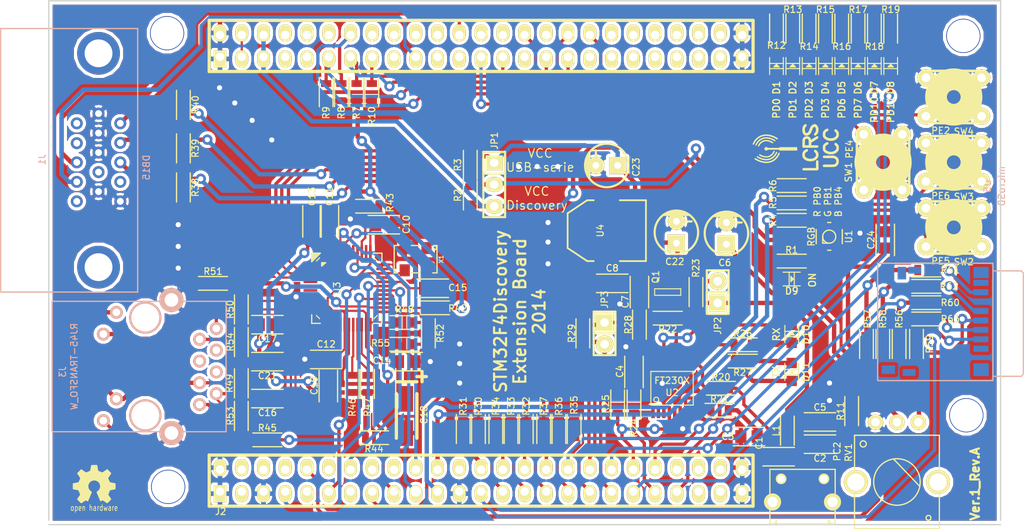
<source format=kicad_pcb>
(kicad_pcb (version 4) (host pcbnew "(2014-08-12 BZR 5067)-product")
  (layers (0 F.Cu signal) (31 B.Cu signal) (34 B.Paste user) (35 F.Paste user) (36 B.SilkS user) (37 F.SilkS user) (38 B.Mask user) (39 F.Mask user) (44 Edge.Cuts user))
  (net 0 "")
  (net 1 "Net-(C1-Pad1)")
  (net 2 GND)
  (net 3 "Net-(C2-Pad1)")
  (net 4 /USB-Serie/3.3v_FT)
  (net 5 /USB-Serie/5v_USB)
  (net 6 "Net-(C10-Pad1)")
  (net 7 +3.3V)
  (net 8 "Net-(D2-Pad2)")
  (net 9 "Net-(D3-Pad2)")
  (net 10 "Net-(D4-Pad2)")
  (net 11 "Net-(D5-Pad2)")
  (net 12 "Net-(D6-Pad2)")
  (net 13 "Net-(D7-Pad2)")
  (net 14 "Net-(D8-Pad2)")
  (net 15 "Net-(D10-Pad1)")
  (net 16 "Net-(D10-Pad2)")
  (net 17 "Net-(D11-Pad1)")
  (net 18 /Ethernet/MDC)
  (net 19 /PC2)
  (net 20 /Ethernet/OSCIN)
  (net 21 /Ethernet/MDIO)
  (net 22 /Ethernet/NRST)
  (net 23 /Ethernet/CRS_DV)
  (net 24 /SD-Card/Dat3/CS)
  (net 25 /SD-Card/CLK/SCK)
  (net 26 /SD-Card/Dat0/MISO)
  (net 27 /SD-Card/CMD/MOSI)
  (net 28 /USB-Serie/RX)
  (net 29 /USB-Serie/TX)
  (net 30 /PE6)
  (net 31 /PE4)
  (net 32 /PE5)
  (net 33 /PE2)
  (net 34 "Net-(R20-Pad1)")
  (net 35 "Net-(R60-Pad1)")
  (net 36 "Net-(R61-Pad1)")
  (net 37 "Net-(C3-Pad1)")
  (net 38 "Net-(C5-Pad1)")
  (net 39 "Net-(C7-Pad2)")
  (net 40 /Fuente/3.3V_OUT)
  (net 41 "Net-(D11-Pad2)")
  (net 42 /3.3V_discovery)
  (net 43 "Net-(R21-Pad1)")
  (net 44 "Net-(R28-Pad1)")
  (net 45 "Net-(R43-Pad1)")
  (net 46 "Net-(R45-Pad2)")
  (net 47 "Net-(R46-Pad2)")
  (net 48 "Net-(R47-Pad2)")
  (net 49 "Net-(R48-Pad1)")
  (net 50 "Net-(R48-Pad2)")
  (net 51 "Net-(R51-Pad2)")
  (net 52 "Net-(R52-Pad1)")
  (net 53 "Net-(R62-Pad1)")
  (net 54 "Net-(R63-Pad1)")
  (net 55 "Net-(J3-PadR1)")
  (net 56 "Net-(J3-PadR2)")
  (net 57 "Net-(J3-PadR7)")
  (net 58 "Net-(J3-PadR8)")
  (net 59 "Net-(J3-PadL4)")
  (net 60 "Net-(J3-PadL2)")
  (net 61 "Net-(R4-Pad1)")
  (net 62 "Net-(R5-Pad2)")
  (net 63 "Net-(R6-Pad2)")
  (net 64 "Net-(J1-Pad2)")
  (net 65 "Net-(J1-Pad1)")
  (net 66 "Net-(J1-Pad3)")
  (net 67 "Net-(R11-Pad2)")
  (net 68 /PD0)
  (net 69 /PD1)
  (net 70 /PD2)
  (net 71 /PD3)
  (net 72 /PD6)
  (net 73 /PD7)
  (net 74 /PD10)
  (net 75 /PD11)
  (net 76 /VGA/VGA_HS)
  (net 77 /VGA/VGA_VS)
  (net 78 /PB4)
  (net 79 +5V)
  (net 80 /Ethernet/TXD0)
  (net 81 /VGA/VGA_R1)
  (net 82 /VGA/VGA_G2)
  (net 83 /VGA/VGA_G0)
  (net 84 /VGA/VGA_B0)
  (net 85 /PB0)
  (net 86 /Ethernet/RXD0)
  (net 87 /Ethernet/RXD1)
  (net 88 /PB1)
  (net 89 /VGA/VGA_B1)
  (net 90 /VGA/VGA_G1)
  (net 91 /VGA/VGA_R0)
  (net 92 /VGA/VGA_R2)
  (net 93 /Ethernet/TX_EN)
  (net 94 /Ethernet/TXD1)
  (net 95 "Net-(D1-Pad2)")
  (net 96 "Net-(D9-Pad1)")
  (module stm32f4_discovery_header (layer F.Cu) (at 127.09525 100.80625 180)
    (fp_text reference J2 (at 14.605 -29.0195 180) (layer F.SilkS) (effects (font (size 0.762 0.762) (thickness 0.127))))
    (fp_text value STM32F4_Discovery_Header hide)
    (pad 51 thru_hole oval (at -46.28 24.13 180) (size 1.5 2) (drill 1 (offset 0 -0.25)) (layers *.Cu *.Mask F.SilkS) (net 2 GND))
    (pad 53 thru_hole oval (at -43.74 24.13 180) (size 1.5 2) (drill 1 (offset 0 -0.25)) (layers *.Cu *.Mask F.SilkS))
    (pad 55 thru_hole oval (at -41.2 24.13 180) (size 1.5 2) (drill 1 (offset 0 -0.25)) (layers *.Cu *.Mask F.SilkS))
    (pad 57 thru_hole oval (at -38.66 24.13 180) (size 1.5 2) (drill 1 (offset 0 -0.25)) (layers *.Cu *.Mask F.SilkS))
    (pad 59 thru_hole oval (at -36.12 24.13 180) (size 1.5 2) (drill 1 (offset 0 -0.25)) (layers *.Cu *.Mask F.SilkS))
    (pad 61 thru_hole oval (at -33.58 24.13 180) (size 1.5 2) (drill 1 (offset 0 -0.25)) (layers *.Cu *.Mask F.SilkS))
    (pad 63 thru_hole oval (at -31.04 24.13 180) (size 1.5 2) (drill 1 (offset 0 -0.25)) (layers *.Cu *.Mask F.SilkS))
    (pad 65 thru_hole oval (at -28.5 24.13 180) (size 1.5 2) (drill 1 (offset 0 -0.25)) (layers *.Cu *.Mask F.SilkS))
    (pad 67 thru_hole oval (at -25.96 24.13 180) (size 1.5 2) (drill 1 (offset 0 -0.25)) (layers *.Cu *.Mask F.SilkS) (net 69 /PD1))
    (pad 69 thru_hole oval (at -23.42 24.13 180) (size 1.5 2) (drill 1 (offset 0 -0.25)) (layers *.Cu *.Mask F.SilkS) (net 71 /PD3))
    (pad 71 thru_hole oval (at -20.88 24.13 180) (size 1.5 2) (drill 1 (offset 0 -0.25)) (layers *.Cu *.Mask F.SilkS))
    (pad 73 thru_hole oval (at -18.34 24.13 180) (size 1.5 2) (drill 1 (offset 0 -0.25)) (layers *.Cu *.Mask F.SilkS) (net 73 /PD7))
    (pad 75 thru_hole oval (at -15.8 24.13 180) (size 1.5 2) (drill 1 (offset 0 -0.25)) (layers *.Cu *.Mask F.SilkS) (net 78 /PB4))
    (pad 77 thru_hole oval (at -13.26 24.13 180) (size 1.5 2) (drill 1 (offset 0 -0.25)) (layers *.Cu *.Mask F.SilkS))
    (pad 79 thru_hole oval (at -10.72 24.13 180) (size 1.5 2) (drill 1 (offset 0 -0.25)) (layers *.Cu *.Mask F.SilkS))
    (pad 81 thru_hole oval (at -8.18 24.13 180) (size 1.5 2) (drill 1 (offset 0 -0.25)) (layers *.Cu *.Mask F.SilkS) (net 77 /VGA/VGA_VS))
    (pad 83 thru_hole oval (at -5.64 24.13 180) (size 1.5 2) (drill 1 (offset 0 -0.25)) (layers *.Cu *.Mask F.SilkS))
    (pad 85 thru_hole oval (at -3.1 24.13 180) (size 1.5 2) (drill 1 (offset 0 -0.25)) (layers *.Cu *.Mask F.SilkS) (net 33 /PE2))
    (pad 87 thru_hole oval (at -0.56 24.13 180) (size 1.5 2) (drill 1 (offset 0 -0.25)) (layers *.Cu *.Mask F.SilkS) (net 31 /PE4))
    (pad 89 thru_hole oval (at 1.98 24.13 180) (size 1.5 2) (drill 1 (offset 0 -0.25)) (layers *.Cu *.Mask F.SilkS) (net 30 /PE6))
    (pad 91 thru_hole oval (at 4.52 24.13 180) (size 1.5 2) (drill 1 (offset 0 -0.25)) (layers *.Cu *.Mask F.SilkS))
    (pad 93 thru_hole oval (at 7.06 24.13 180) (size 1.5 2) (drill 1 (offset 0 -0.25)) (layers *.Cu *.Mask F.SilkS))
    (pad 95 thru_hole oval (at 9.6 24.13 180) (size 1.5 2) (drill 1 (offset 0 -0.25)) (layers *.Cu *.Mask F.SilkS) (net 42 /3.3V_discovery))
    (pad 97 thru_hole oval (at 12.14 24.13 180) (size 1.5 2) (drill 1 (offset 0 -0.25)) (layers *.Cu *.Mask F.SilkS) (net 79 +5V))
    (pad 99 thru_hole rect (at 14.68 24.13 180) (size 1.5 2) (drill 1 (offset 0 -0.25)) (layers *.Cu *.Mask F.SilkS) (net 2 GND))
    (pad 100 thru_hole oval (at 14.68 26.67 180) (size 1.5 2) (drill 1 (offset 0 0.25)) (layers *.Cu *.Mask F.SilkS) (net 2 GND))
    (pad 98 thru_hole oval (at 12.14 26.67 180) (size 1.5 2) (drill 1 (offset 0 0.25)) (layers *.Cu *.Mask F.SilkS) (net 79 +5V))
    (pad 96 thru_hole oval (at 9.6 26.67 180) (size 1.5 2) (drill 1 (offset 0 0.25)) (layers *.Cu *.Mask F.SilkS) (net 42 /3.3V_discovery))
    (pad 94 thru_hole oval (at 7.06 26.67 180) (size 1.5 2) (drill 1 (offset 0 0.25)) (layers *.Cu *.Mask F.SilkS))
    (pad 92 thru_hole oval (at 4.52 26.67 180) (size 1.5 2) (drill 1 (offset 0 0.25)) (layers *.Cu *.Mask F.SilkS))
    (pad 90 thru_hole oval (at 1.98 26.67 180) (size 1.5 2) (drill 1 (offset 0 0.25)) (layers *.Cu *.Mask F.SilkS))
    (pad 88 thru_hole oval (at -0.56 26.67 180) (size 1.5 2) (drill 1 (offset 0 0.25)) (layers *.Cu *.Mask F.SilkS) (net 32 /PE5))
    (pad 86 thru_hole oval (at -3.1 26.67 180) (size 1.5 2) (drill 1 (offset 0 0.25)) (layers *.Cu *.Mask F.SilkS))
    (pad 84 thru_hole oval (at -5.64 26.67 180) (size 1.5 2) (drill 1 (offset 0 0.25)) (layers *.Cu *.Mask F.SilkS))
    (pad 82 thru_hole oval (at -8.18 26.67 180) (size 1.5 2) (drill 1 (offset 0 0.25)) (layers *.Cu *.Mask F.SilkS))
    (pad 80 thru_hole oval (at -10.72 26.67 180) (size 1.5 2) (drill 1 (offset 0 0.25)) (layers *.Cu *.Mask F.SilkS))
    (pad 78 thru_hole oval (at -13.26 26.67 180) (size 1.5 2) (drill 1 (offset 0 0.25)) (layers *.Cu *.Mask F.SilkS) (net 76 /VGA/VGA_HS))
    (pad 76 thru_hole oval (at -15.8 26.67 180) (size 1.5 2) (drill 1 (offset 0 0.25)) (layers *.Cu *.Mask F.SilkS))
    (pad 74 thru_hole oval (at -18.34 26.67 180) (size 1.5 2) (drill 1 (offset 0 0.25)) (layers *.Cu *.Mask F.SilkS))
    (pad 72 thru_hole oval (at -20.88 26.67 180) (size 1.5 2) (drill 1 (offset 0 0.25)) (layers *.Cu *.Mask F.SilkS) (net 72 /PD6))
    (pad 70 thru_hole oval (at -23.42 26.67 180) (size 1.5 2) (drill 1 (offset 0 0.25)) (layers *.Cu *.Mask F.SilkS))
    (pad 68 thru_hole oval (at -25.96 26.67 180) (size 1.5 2) (drill 1 (offset 0 0.25)) (layers *.Cu *.Mask F.SilkS) (net 70 /PD2))
    (pad 66 thru_hole oval (at -28.5 26.67 180) (size 1.5 2) (drill 1 (offset 0 0.25)) (layers *.Cu *.Mask F.SilkS) (net 68 /PD0))
    (pad 64 thru_hole oval (at -31.04 26.67 180) (size 1.5 2) (drill 1 (offset 0 0.25)) (layers *.Cu *.Mask F.SilkS))
    (pad 62 thru_hole oval (at -33.58 26.67 180) (size 1.5 2) (drill 1 (offset 0 0.25)) (layers *.Cu *.Mask F.SilkS))
    (pad 60 thru_hole oval (at -36.12 26.67 180) (size 1.5 2) (drill 1 (offset 0 0.25)) (layers *.Cu *.Mask F.SilkS))
    (pad 58 thru_hole oval (at -38.66 26.67 180) (size 1.5 2) (drill 1 (offset 0 0.25)) (layers *.Cu *.Mask F.SilkS))
    (pad 56 thru_hole oval (at -41.2 26.67 180) (size 1.5 2) (drill 1 (offset 0 0.25)) (layers *.Cu *.Mask F.SilkS))
    (pad 54 thru_hole oval (at -43.74 26.67 180) (size 1.5 2) (drill 1 (offset 0 0.25)) (layers *.Cu *.Mask F.SilkS))
    (pad 52 thru_hole oval (at -46.28 26.67 180) (size 1.5 2) (drill 1 (offset 0 0.25)) (layers *.Cu *.Mask F.SilkS) (net 2 GND))
    (pad 50 thru_hole oval (at -46.28 -24.13 180) (size 1.5 2) (drill 1 (offset 0 0.25)) (layers *.Cu *.Mask F.SilkS) (net 2 GND))
    (pad 48 thru_hole oval (at -43.74 -24.13 180) (size 1.5 2) (drill 1 (offset 0 0.25)) (layers *.Cu *.Mask F.SilkS))
    (pad 46 thru_hole oval (at -41.2 -24.13 180) (size 1.5 2) (drill 1 (offset 0 0.25)) (layers *.Cu *.Mask F.SilkS))
    (pad 44 thru_hole oval (at -38.66 -24.13 180) (size 1.5 2) (drill 1 (offset 0 0.25)) (layers *.Cu *.Mask F.SilkS))
    (pad 42 thru_hole oval (at -36.12 -24.13 180) (size 1.5 2) (drill 1 (offset 0 0.25)) (layers *.Cu *.Mask F.SilkS) (net 74 /PD10))
    (pad 40 thru_hole oval (at -33.58 -24.13 180) (size 1.5 2) (drill 1 (offset 0 0.25)) (layers *.Cu *.Mask F.SilkS) (net 28 /USB-Serie/RX))
    (pad 38 thru_hole oval (at -31.04 -24.13 180) (size 1.5 2) (drill 1 (offset 0 0.25)) (layers *.Cu *.Mask F.SilkS) (net 26 /SD-Card/Dat0/MISO))
    (pad 36 thru_hole oval (at -28.5 -24.13 180) (size 1.5 2) (drill 1 (offset 0 0.25)) (layers *.Cu *.Mask F.SilkS) (net 80 /Ethernet/TXD0))
    (pad 34 thru_hole oval (at -25.96 -24.13 180) (size 1.5 2) (drill 1 (offset 0 0.25)) (layers *.Cu *.Mask F.SilkS) (net 25 /SD-Card/CLK/SCK))
    (pad 32 thru_hole oval (at -23.42 -24.13 180) (size 1.5 2) (drill 1 (offset 0 0.25)) (layers *.Cu *.Mask F.SilkS) (net 81 /VGA/VGA_R1))
    (pad 30 thru_hole oval (at -20.88 -24.13 180) (size 1.5 2) (drill 1 (offset 0 0.25)) (layers *.Cu *.Mask F.SilkS) (net 82 /VGA/VGA_G2))
    (pad 28 thru_hole oval (at -18.34 -24.13 180) (size 1.5 2) (drill 1 (offset 0 0.25)) (layers *.Cu *.Mask F.SilkS) (net 83 /VGA/VGA_G0))
    (pad 26 thru_hole oval (at -15.8 -24.13 180) (size 1.5 2) (drill 1 (offset 0 0.25)) (layers *.Cu *.Mask F.SilkS) (net 84 /VGA/VGA_B0))
    (pad 24 thru_hole oval (at -13.26 -24.13 180) (size 1.5 2) (drill 1 (offset 0 0.25)) (layers *.Cu *.Mask F.SilkS))
    (pad 22 thru_hole oval (at -10.72 -24.13 180) (size 1.5 2) (drill 1 (offset 0 0.25)) (layers *.Cu *.Mask F.SilkS) (net 85 /PB0))
    (pad 20 thru_hole oval (at -8.18 -24.13 180) (size 1.5 2) (drill 1 (offset 0 0.25)) (layers *.Cu *.Mask F.SilkS) (net 86 /Ethernet/RXD0))
    (pad 18 thru_hole oval (at -5.64 -24.13 180) (size 1.5 2) (drill 1 (offset 0 0.25)) (layers *.Cu *.Mask F.SilkS))
    (pad 16 thru_hole oval (at -3.1 -24.13 180) (size 1.5 2) (drill 1 (offset 0 0.25)) (layers *.Cu *.Mask F.SilkS))
    (pad 14 thru_hole oval (at -0.56 -24.13 180) (size 1.5 2) (drill 1 (offset 0 0.25)) (layers *.Cu *.Mask F.SilkS) (net 21 /Ethernet/MDIO))
    (pad 12 thru_hole oval (at 1.98 -24.13 180) (size 1.5 2) (drill 1 (offset 0 0.25)) (layers *.Cu *.Mask F.SilkS))
    (pad 10 thru_hole oval (at 4.52 -24.13 180) (size 1.5 2) (drill 1 (offset 0 0.25)) (layers *.Cu *.Mask F.SilkS) (net 19 /PC2))
    (pad 8 thru_hole oval (at 7.06 -24.13 180) (size 1.5 2) (drill 1 (offset 0 0.25)) (layers *.Cu *.Mask F.SilkS))
    (pad 6 thru_hole oval (at 9.6 -24.13 180) (size 1.5 2) (drill 1 (offset 0 0.25)) (layers *.Cu *.Mask F.SilkS))
    (pad 4 thru_hole oval (at 12.14 -24.13 180) (size 1.5 2) (drill 1 (offset 0 0.25)) (layers *.Cu *.Mask F.SilkS))
    (pad 2 thru_hole oval (at 14.68 -24.13 180) (size 1.5 2) (drill 1 (offset 0 0.25)) (layers *.Cu *.Mask F.SilkS) (net 2 GND))
    (pad 1 thru_hole rect (at 14.68 -26.67 180) (size 1.5 2) (drill 1 (offset 0 -0.25)) (layers *.Cu *.Mask F.SilkS) (net 2 GND))
    (pad 3 thru_hole oval (at 12.14 -26.67 180) (size 1.5 2) (drill 1 (offset 0 -0.25)) (layers *.Cu *.Mask F.SilkS))
    (pad 5 thru_hole oval (at 9.6 -26.67 180) (size 1.5 2) (drill 1 (offset 0 -0.25)) (layers *.Cu *.Mask F.SilkS) (net 2 GND))
    (pad 7 thru_hole oval (at 7.06 -26.67 180) (size 1.5 2) (drill 1 (offset 0 -0.25)) (layers *.Cu *.Mask F.SilkS) (net 18 /Ethernet/MDC))
    (pad 9 thru_hole oval (at 4.52 -26.67 180) (size 1.5 2) (drill 1 (offset 0 -0.25)) (layers *.Cu *.Mask F.SilkS))
    (pad 11 thru_hole oval (at 1.98 -26.67 180) (size 1.5 2) (drill 1 (offset 0 -0.25)) (layers *.Cu *.Mask F.SilkS) (net 20 /Ethernet/OSCIN))
    (pad 13 thru_hole oval (at -0.56 -26.67 180) (size 1.5 2) (drill 1 (offset 0 -0.25)) (layers *.Cu *.Mask F.SilkS))
    (pad 15 thru_hole oval (at -3.1 -26.67 180) (size 1.5 2) (drill 1 (offset 0 -0.25)) (layers *.Cu *.Mask F.SilkS) (net 22 /Ethernet/NRST))
    (pad 17 thru_hole oval (at -5.64 -26.67 180) (size 1.5 2) (drill 1 (offset 0 -0.25)) (layers *.Cu *.Mask F.SilkS) (net 23 /Ethernet/CRS_DV))
    (pad 19 thru_hole oval (at -8.18 -26.67 180) (size 1.5 2) (drill 1.2 (offset 0 -0.25)) (layers *.Cu *.Mask F.SilkS) (net 87 /Ethernet/RXD1))
    (pad 21 thru_hole oval (at -10.72 -26.67 180) (size 1.5 2) (drill 1 (offset 0 -0.25)) (layers *.Cu *.Mask F.SilkS) (net 88 /PB1))
    (pad 23 thru_hole oval (at -13.26 -26.67 180) (size 1.5 2) (drill 1 (offset 0 -0.25)) (layers *.Cu *.Mask F.SilkS) (net 2 GND))
    (pad 25 thru_hole oval (at -15.8 -26.67 180) (size 1.5 2) (drill 1 (offset 0 -0.25)) (layers *.Cu *.Mask F.SilkS) (net 24 /SD-Card/Dat3/CS))
    (pad 27 thru_hole oval (at -18.34 -26.67 180) (size 1.5 2) (drill 1 (offset 0 -0.25)) (layers *.Cu *.Mask F.SilkS) (net 89 /VGA/VGA_B1))
    (pad 29 thru_hole oval (at -20.88 -26.67 180) (size 1.5 2) (drill 1 (offset 0 -0.25)) (layers *.Cu *.Mask F.SilkS) (net 90 /VGA/VGA_G1))
    (pad 31 thru_hole oval (at -23.42 -26.67 180) (size 1.5 2) (drill 1 (offset 0 -0.25)) (layers *.Cu *.Mask F.SilkS) (net 91 /VGA/VGA_R0))
    (pad 33 thru_hole oval (at -25.96 -26.67 180) (size 1.5 2) (drill 1 (offset 0 -0.25)) (layers *.Cu *.Mask F.SilkS) (net 92 /VGA/VGA_R2))
    (pad 35 thru_hole oval (at -28.5 -26.67 180) (size 1.5 2) (drill 1 (offset 0 -0.25)) (layers *.Cu *.Mask F.SilkS) (net 93 /Ethernet/TX_EN))
    (pad 37 thru_hole oval (at -31.04 -26.67 180) (size 1.5 2) (drill 1 (offset 0 -0.25)) (layers *.Cu *.Mask F.SilkS) (net 94 /Ethernet/TXD1))
    (pad 39 thru_hole oval (at -33.58 -26.67 180) (size 1.5 2) (drill 1 (offset 0 -0.25)) (layers *.Cu *.Mask F.SilkS) (net 27 /SD-Card/CMD/MOSI))
    (pad 41 thru_hole oval (at -36.12 -26.67 180) (size 1.5 2) (drill 1 (offset 0 -0.25)) (layers *.Cu *.Mask F.SilkS) (net 29 /USB-Serie/TX))
    (pad 43 thru_hole oval (at -38.66 -26.67 180) (size 1.5 2) (drill 1 (offset 0 -0.25)) (layers *.Cu *.Mask F.SilkS) (net 75 /PD11))
    (pad 45 thru_hole oval (at -41.2 -26.67 180) (size 1.5 2) (drill 1 (offset 0 -0.25)) (layers *.Cu *.Mask F.SilkS))
    (pad 47 thru_hole oval (at -43.74 -26.67 180) (size 1.5 2) (drill 1 (offset 0 -0.25)) (layers *.Cu *.Mask F.SilkS))
    (pad 49 thru_hole oval (at -46.28 -26.67 180) (size 1.5 2) (drill 1 (offset 0 -0.25)) (layers *.Cu *.Mask F.SilkS) (net 2 GND))
  )
  (module Resistors_SMD:R_0805 (layer F.Cu) (at 178.65725 120.36425 90)
    (fp_text reference L1 (at 0 -1.3 90) (layer F.SilkS) (effects (font (size 0.762 0.762) (thickness 0.127))))
    (fp_text value MI0805K601R-10 hide)
    (pad 1 smd rect (at -1.00076 0 90) (size 0.8001 1.19888) (layers F.Cu F.Paste F.Mask) (net 1 "Net-(C1-Pad1)"))
    (pad 2 smd rect (at 1.00076 0 90) (size 0.8001 1.19888) (layers F.Cu F.Paste F.Mask) (net 38 "Net-(C5-Pad1)"))
  )
  (module Resistors_SMD:R_0805 (layer F.Cu) (at 179.16525 100.55225)
    (fp_text reference R1 (at 0 -1.3) (layer F.SilkS) (effects (font (size 0.762 0.762) (thickness 0.127))))
    (fp_text value 330 hide)
    (pad 1 smd rect (at -1.00076 0) (size 0.8001 1.19888) (layers F.Cu F.Paste F.Mask) (net 96 "Net-(D9-Pad1)"))
    (pad 2 smd rect (at 1.00076 0) (size 0.8001 1.19888) (layers F.Cu F.Paste F.Mask) (net 7 +3.3V))
  )
  (module Resistors_SMD:R_0805 (layer F.Cu) (at 141.63675 92.86875 270)
    (fp_text reference R2 (at 0 1.4605 270) (layer F.SilkS) (effects (font (size 0.762 0.762) (thickness 0.127))))
    (fp_text value 0 hide)
    (pad 1 smd rect (at -1.00076 0 270) (size 0.8001 1.19888) (layers F.Cu F.Paste F.Mask) (net 7 +3.3V))
    (pad 2 smd rect (at 1.00076 0 270) (size 0.8001 1.19888) (layers F.Cu F.Paste F.Mask) (net 42 /3.3V_discovery))
  )
  (module Resistors_SMD:R_0805 (layer F.Cu) (at 141.63675 89.31275 90)
    (fp_text reference R3 (at 0 -1.4605 90) (layer F.SilkS) (effects (font (size 0.762 0.762) (thickness 0.127))))
    (fp_text value 0 hide)
    (pad 1 smd rect (at -1.00076 0 90) (size 0.8001 1.19888) (layers F.Cu F.Paste F.Mask) (net 7 +3.3V))
    (pad 2 smd rect (at 1.00076 0 90) (size 0.8001 1.19888) (layers F.Cu F.Paste F.Mask) (net 40 /Fuente/3.3V_OUT))
  )
  (module Resistors_SMD:R_0805 (layer F.Cu) (at 179.16525 95.78975 180)
    (fp_text reference R4 (at 2.19075 0.03175 270) (layer F.SilkS) (effects (font (size 0.762 0.762) (thickness 0.127))))
    (fp_text value 330 hide)
    (pad 1 smd rect (at -1.00076 0 180) (size 0.8001 1.19888) (layers F.Cu F.Paste F.Mask) (net 61 "Net-(R4-Pad1)"))
    (pad 2 smd rect (at 1.00076 0 180) (size 0.8001 1.19888) (layers F.Cu F.Paste F.Mask) (net 85 /PB0))
  )
  (module Resistors_SMD:R_0805 (layer F.Cu) (at 179.16525 93.75775)
    (fp_text reference R5 (at -2.19075 -0.03175 90) (layer F.SilkS) (effects (font (size 0.762 0.762) (thickness 0.127))))
    (fp_text value 330 hide)
    (pad 1 smd rect (at -1.00076 0) (size 0.8001 1.19888) (layers F.Cu F.Paste F.Mask) (net 88 /PB1))
    (pad 2 smd rect (at 1.00076 0) (size 0.8001 1.19888) (layers F.Cu F.Paste F.Mask) (net 62 "Net-(R5-Pad2)"))
  )
  (module Resistors_SMD:R_0805 (layer F.Cu) (at 179.16525 91.72575)
    (fp_text reference R6 (at -2.19075 0.03175 90) (layer F.SilkS) (effects (font (size 0.762 0.762) (thickness 0.127))))
    (fp_text value 330 hide)
    (pad 1 smd rect (at -1.00076 0) (size 0.8001 1.19888) (layers F.Cu F.Paste F.Mask) (net 78 /PB4))
    (pad 2 smd rect (at 1.00076 0) (size 0.8001 1.19888) (layers F.Cu F.Paste F.Mask) (net 63 "Net-(R6-Pad2)"))
  )
  (module Resistors_SMD:R_0805 (layer F.Cu) (at 128.36525 80.80375 270)
    (fp_text reference R7 (at 2.413 0 270) (layer F.SilkS) (effects (font (size 0.762 0.762) (thickness 0.127))))
    (fp_text value 10k hide)
    (pad 1 smd rect (at -1.00076 0 270) (size 0.8001 1.19888) (layers F.Cu F.Paste F.Mask) (net 31 /PE4))
    (pad 2 smd rect (at 1.00076 0 270) (size 0.8001 1.19888) (layers F.Cu F.Paste F.Mask) (net 7 +3.3V))
  )
  (module Resistors_SMD:R_0805 (layer F.Cu) (at 126.58725 80.80375 270)
    (fp_text reference R8 (at 2.413 0 270) (layer F.SilkS) (effects (font (size 0.762 0.762) (thickness 0.127))))
    (fp_text value 10k hide)
    (pad 1 smd rect (at -1.00076 0 270) (size 0.8001 1.19888) (layers F.Cu F.Paste F.Mask) (net 32 /PE5))
    (pad 2 smd rect (at 1.00076 0 270) (size 0.8001 1.19888) (layers F.Cu F.Paste F.Mask) (net 7 +3.3V))
  )
  (module Resistors_SMD:R_0805 (layer F.Cu) (at 124.80925 80.80375 270)
    (fp_text reference R9 (at 2.413 0 270) (layer F.SilkS) (effects (font (size 0.762 0.762) (thickness 0.127))))
    (fp_text value 10k hide)
    (pad 1 smd rect (at -1.00076 0 270) (size 0.8001 1.19888) (layers F.Cu F.Paste F.Mask) (net 30 /PE6))
    (pad 2 smd rect (at 1.00076 0 270) (size 0.8001 1.19888) (layers F.Cu F.Paste F.Mask) (net 7 +3.3V))
  )
  (module Resistors_SMD:R_0805 (layer F.Cu) (at 130.14325 80.80375 270)
    (fp_text reference R10 (at 2.794 0 270) (layer F.SilkS) (effects (font (size 0.762 0.762) (thickness 0.127))))
    (fp_text value 10k hide)
    (pad 1 smd rect (at -1.00076 0 270) (size 0.8001 1.19888) (layers F.Cu F.Paste F.Mask) (net 33 /PE2))
    (pad 2 smd rect (at 1.00076 0 270) (size 0.8001 1.19888) (layers F.Cu F.Paste F.Mask) (net 7 +3.3V))
  )
  (module Resistors_SMD:R_0805 (layer F.Cu) (at 186.1693 118.0846 90)
    (fp_text reference R11 (at 0 -1.3 90) (layer F.SilkS) (effects (font (size 0.762 0.762) (thickness 0.127))))
    (fp_text value 330 hide)
    (pad 1 smd rect (at -1.00076 0 90) (size 0.8001 1.19888) (layers F.Cu F.Paste F.Mask) (net 19 /PC2))
    (pad 2 smd rect (at 1.00076 0 90) (size 0.8001 1.19888) (layers F.Cu F.Paste F.Mask) (net 67 "Net-(R11-Pad2)"))
  )
  (module Resistors_SMD:R_0805 (layer F.Cu) (at 177.38725 73.37425 270)
    (fp_text reference R12 (at 1.9685 0 360) (layer F.SilkS) (effects (font (size 0.762 0.762) (thickness 0.127))))
    (fp_text value 330 hide)
    (pad 1 smd rect (at -1.00076 0 270) (size 0.8001 1.19888) (layers F.Cu F.Paste F.Mask) (net 2 GND))
    (pad 2 smd rect (at 1.00076 0 270) (size 0.8001 1.19888) (layers F.Cu F.Paste F.Mask) (net 95 "Net-(D1-Pad2)"))
  )
  (module Resistors_SMD:R_0805 (layer F.Cu) (at 179.29225 73.37425 270)
    (fp_text reference R13 (at -2.2225 0 360) (layer F.SilkS) (effects (font (size 0.762 0.762) (thickness 0.127))))
    (fp_text value 330 hide)
    (pad 1 smd rect (at -1.00076 0 270) (size 0.8001 1.19888) (layers F.Cu F.Paste F.Mask) (net 2 GND))
    (pad 2 smd rect (at 1.00076 0 270) (size 0.8001 1.19888) (layers F.Cu F.Paste F.Mask) (net 8 "Net-(D2-Pad2)"))
  )
  (module Resistors_SMD:R_0805 (layer F.Cu) (at 181.19725 73.37425 270)
    (fp_text reference R14 (at 2.0955 0 360) (layer F.SilkS) (effects (font (size 0.762 0.762) (thickness 0.127))))
    (fp_text value 330 hide)
    (pad 1 smd rect (at -1.00076 0 270) (size 0.8001 1.19888) (layers F.Cu F.Paste F.Mask) (net 2 GND))
    (pad 2 smd rect (at 1.00076 0 270) (size 0.8001 1.19888) (layers F.Cu F.Paste F.Mask) (net 9 "Net-(D3-Pad2)"))
  )
  (module Resistors_SMD:R_0805 (layer F.Cu) (at 183.10225 73.37425 270)
    (fp_text reference R15 (at -2.2225 0 360) (layer F.SilkS) (effects (font (size 0.762 0.762) (thickness 0.127))))
    (fp_text value 330 hide)
    (pad 1 smd rect (at -1.00076 0 270) (size 0.8001 1.19888) (layers F.Cu F.Paste F.Mask) (net 2 GND))
    (pad 2 smd rect (at 1.00076 0 270) (size 0.8001 1.19888) (layers F.Cu F.Paste F.Mask) (net 10 "Net-(D4-Pad2)"))
  )
  (module Resistors_SMD:R_0805 (layer F.Cu) (at 185.00725 73.37425 270)
    (fp_text reference R16 (at 2.0955 0 360) (layer F.SilkS) (effects (font (size 0.762 0.762) (thickness 0.127))))
    (fp_text value 330 hide)
    (pad 1 smd rect (at -1.00076 0 270) (size 0.8001 1.19888) (layers F.Cu F.Paste F.Mask) (net 2 GND))
    (pad 2 smd rect (at 1.00076 0 270) (size 0.8001 1.19888) (layers F.Cu F.Paste F.Mask) (net 11 "Net-(D5-Pad2)"))
  )
  (module Resistors_SMD:R_0805 (layer F.Cu) (at 186.91225 73.37425 270)
    (fp_text reference R17 (at -2.2225 0 540) (layer F.SilkS) (effects (font (size 0.762 0.762) (thickness 0.127))))
    (fp_text value 330 hide)
    (pad 1 smd rect (at -1.00076 0 270) (size 0.8001 1.19888) (layers F.Cu F.Paste F.Mask) (net 2 GND))
    (pad 2 smd rect (at 1.00076 0 270) (size 0.8001 1.19888) (layers F.Cu F.Paste F.Mask) (net 12 "Net-(D6-Pad2)"))
  )
  (module Resistors_SMD:R_0805 (layer F.Cu) (at 188.81725 73.37425 270)
    (fp_text reference R18 (at 2.0955 0 360) (layer F.SilkS) (effects (font (size 0.762 0.762) (thickness 0.127))))
    (fp_text value 330 hide)
    (pad 1 smd rect (at -1.00076 0 270) (size 0.8001 1.19888) (layers F.Cu F.Paste F.Mask) (net 2 GND))
    (pad 2 smd rect (at 1.00076 0 270) (size 0.8001 1.19888) (layers F.Cu F.Paste F.Mask) (net 13 "Net-(D7-Pad2)"))
  )
  (module Resistors_SMD:R_0805 (layer F.Cu) (at 190.72225 73.37425 270)
    (fp_text reference R19 (at -2.2225 0 360) (layer F.SilkS) (effects (font (size 0.762 0.762) (thickness 0.127))))
    (fp_text value 330 hide)
    (pad 1 smd rect (at -1.00076 0 270) (size 0.8001 1.19888) (layers F.Cu F.Paste F.Mask) (net 2 GND))
    (pad 2 smd rect (at 1.00076 0 270) (size 0.8001 1.19888) (layers F.Cu F.Paste F.Mask) (net 14 "Net-(D8-Pad2)"))
  )
  (module Resistors_SMD:R_0805 (layer F.Cu) (at 170.91025 115.41125)
    (fp_text reference R20 (at 0 -1.3) (layer F.SilkS) (effects (font (size 0.762 0.762) (thickness 0.127))))
    (fp_text value 27 hide)
    (pad 1 smd rect (at -1.00076 0) (size 0.8001 1.19888) (layers F.Cu F.Paste F.Mask) (net 34 "Net-(R20-Pad1)"))
    (pad 2 smd rect (at 1.00076 0) (size 0.8001 1.19888) (layers F.Cu F.Paste F.Mask) (net 3 "Net-(C2-Pad1)"))
  )
  (module Resistors_SMD:R_0805 (layer F.Cu) (at 170.7515 117.983)
    (fp_text reference R21 (at 0 -1.3) (layer F.SilkS) (effects (font (size 0.762 0.762) (thickness 0.127))))
    (fp_text value 27 hide)
    (pad 1 smd rect (at -1.00076 0) (size 0.8001 1.19888) (layers F.Cu F.Paste F.Mask) (net 43 "Net-(R21-Pad1)"))
    (pad 2 smd rect (at 1.00076 0) (size 0.8001 1.19888) (layers F.Cu F.Paste F.Mask) (net 37 "Net-(C3-Pad1)"))
  )
  (module Resistors_SMD:R_0805 (layer F.Cu) (at 164.68725 107.21975 180)
    (fp_text reference R22 (at 0 -1.3 180) (layer F.SilkS) (effects (font (size 0.762 0.762) (thickness 0.127))))
    (fp_text value 100k hide)
    (pad 1 smd rect (at -1.00076 0 180) (size 0.8001 1.19888) (layers F.Cu F.Paste F.Mask) (net 38 "Net-(C5-Pad1)"))
    (pad 2 smd rect (at 1.00076 0 180) (size 0.8001 1.19888) (layers F.Cu F.Paste F.Mask) (net 39 "Net-(C7-Pad2)"))
  )
  (module Resistors_SMD:R_0805 (layer F.Cu) (at 167.98925 104.17175 270)
    (fp_text reference R23 (at -2.794 0 270) (layer F.SilkS) (effects (font (size 0.762 0.762) (thickness 0.127))))
    (fp_text value 0 hide)
    (pad 1 smd rect (at -1.00076 0 270) (size 0.8001 1.19888) (layers F.Cu F.Paste F.Mask) (net 5 /USB-Serie/5v_USB))
    (pad 2 smd rect (at 1.00076 0 270) (size 0.8001 1.19888) (layers F.Cu F.Paste F.Mask) (net 38 "Net-(C5-Pad1)"))
  )
  (module Resistors_SMD:R_0805 (layer F.Cu) (at 160.75025 117.31625 270)
    (fp_text reference R24 (at 2.7305 0 270) (layer F.SilkS) (effects (font (size 0.762 0.762) (thickness 0.127))))
    (fp_text value 10k hide)
    (pad 1 smd rect (at -1.00076 0 270) (size 0.8001 1.19888) (layers F.Cu F.Paste F.Mask) (net 4 /USB-Serie/3.3v_FT))
    (pad 2 smd rect (at 1.00076 0 270) (size 0.8001 1.19888) (layers F.Cu F.Paste F.Mask) (net 29 /USB-Serie/TX))
  )
  (module Resistors_SMD:R_0805 (layer F.Cu) (at 158.84525 117.31625 270)
    (fp_text reference R25 (at -0.0635 1.397 270) (layer F.SilkS) (effects (font (size 0.762 0.762) (thickness 0.127))))
    (fp_text value 10k hide)
    (pad 1 smd rect (at -1.00076 0 270) (size 0.8001 1.19888) (layers F.Cu F.Paste F.Mask) (net 4 /USB-Serie/3.3v_FT))
    (pad 2 smd rect (at 1.00076 0 270) (size 0.8001 1.19888) (layers F.Cu F.Paste F.Mask) (net 28 /USB-Serie/RX))
  )
  (module Resistors_SMD:R_0805 (layer F.Cu) (at 173.45025 110.33125)
    (fp_text reference R26 (at 0 -1.3) (layer F.SilkS) (effects (font (size 0.762 0.762) (thickness 0.127))))
    (fp_text value 330 hide)
    (pad 1 smd rect (at -1.00076 0) (size 0.8001 1.19888) (layers F.Cu F.Paste F.Mask) (net 4 /USB-Serie/3.3v_FT))
    (pad 2 smd rect (at 1.00076 0) (size 0.8001 1.19888) (layers F.Cu F.Paste F.Mask) (net 15 "Net-(D10-Pad1)"))
  )
  (module Resistors_SMD:R_0805 (layer F.Cu) (at 173.45025 112.23625)
    (fp_text reference R27 (at 0 1.3335) (layer F.SilkS) (effects (font (size 0.762 0.762) (thickness 0.127))))
    (fp_text value 330 hide)
    (pad 1 smd rect (at -1.00076 0) (size 0.8001 1.19888) (layers F.Cu F.Paste F.Mask) (net 4 /USB-Serie/3.3v_FT))
    (pad 2 smd rect (at 1.00076 0) (size 0.8001 1.19888) (layers F.Cu F.Paste F.Mask) (net 17 "Net-(D11-Pad1)"))
  )
  (module Resistors_SMD:R_0805 (layer F.Cu) (at 161.38525 107.98175 90)
    (fp_text reference R28 (at 0 -1.3 90) (layer F.SilkS) (effects (font (size 0.762 0.762) (thickness 0.127))))
    (fp_text value 1k hide)
    (pad 1 smd rect (at -1.00076 0 90) (size 0.8001 1.19888) (layers F.Cu F.Paste F.Mask) (net 44 "Net-(R28-Pad1)"))
    (pad 2 smd rect (at 1.00076 0 90) (size 0.8001 1.19888) (layers F.Cu F.Paste F.Mask) (net 39 "Net-(C7-Pad2)"))
  )
  (module Resistors_SMD:R_0805 (layer F.Cu) (at 154.78125 108.99775 90)
    (fp_text reference R29 (at 0 -1.3 90) (layer F.SilkS) (effects (font (size 0.762 0.762) (thickness 0.127))))
    (fp_text value 0 hide)
    (pad 1 smd rect (at -1.00076 0 90) (size 0.8001 1.19888) (layers F.Cu F.Paste F.Mask) (net 4 /USB-Serie/3.3v_FT))
    (pad 2 smd rect (at 1.00076 0 90) (size 0.8001 1.19888) (layers F.Cu F.Paste F.Mask) (net 39 "Net-(C7-Pad2)"))
  )
  (module Resistors_SMD:R_0805 (layer F.Cu) (at 142.58925 120.17375 270)
    (fp_text reference R30 (at -2.667 0 270) (layer F.SilkS) (effects (font (size 0.762 0.762) (thickness 0.127))))
    (fp_text value 240 hide)
    (pad 1 smd rect (at -1.00076 0 270) (size 0.8001 1.19888) (layers F.Cu F.Paste F.Mask) (net 66 "Net-(J1-Pad3)"))
    (pad 2 smd rect (at 1.00076 0 270) (size 0.8001 1.19888) (layers F.Cu F.Paste F.Mask) (net 89 /VGA/VGA_B1))
  )
  (module Resistors_SMD:R_0805 (layer F.Cu) (at 140.81125 120.17375 270)
    (fp_text reference R31 (at -2.667 0 270) (layer F.SilkS) (effects (font (size 0.762 0.762) (thickness 0.127))))
    (fp_text value 470 hide)
    (pad 1 smd rect (at -1.00076 0 270) (size 0.8001 1.19888) (layers F.Cu F.Paste F.Mask) (net 66 "Net-(J1-Pad3)"))
    (pad 2 smd rect (at 1.00076 0 270) (size 0.8001 1.19888) (layers F.Cu F.Paste F.Mask) (net 84 /VGA/VGA_B0))
  )
  (module Resistors_SMD:R_0805 (layer F.Cu) (at 148.17725 120.17375 270)
    (fp_text reference R32 (at -2.667 0 270) (layer F.SilkS) (effects (font (size 0.762 0.762) (thickness 0.127))))
    (fp_text value 240 hide)
    (pad 1 smd rect (at -1.00076 0 270) (size 0.8001 1.19888) (layers F.Cu F.Paste F.Mask) (net 64 "Net-(J1-Pad2)"))
    (pad 2 smd rect (at 1.00076 0 270) (size 0.8001 1.19888) (layers F.Cu F.Paste F.Mask) (net 82 /VGA/VGA_G2))
  )
  (module Resistors_SMD:R_0805 (layer F.Cu) (at 146.39925 120.17375 270)
    (fp_text reference R33 (at -2.667 0 270) (layer F.SilkS) (effects (font (size 0.762 0.762) (thickness 0.127))))
    (fp_text value 560 hide)
    (pad 1 smd rect (at -1.00076 0 270) (size 0.8001 1.19888) (layers F.Cu F.Paste F.Mask) (net 64 "Net-(J1-Pad2)"))
    (pad 2 smd rect (at 1.00076 0 270) (size 0.8001 1.19888) (layers F.Cu F.Paste F.Mask) (net 90 /VGA/VGA_G1))
  )
  (module Resistors_SMD:R_0805 (layer F.Cu) (at 144.62125 120.17375 270)
    (fp_text reference R34 (at -2.667 0 270) (layer F.SilkS) (effects (font (size 0.762 0.762) (thickness 0.127))))
    (fp_text value 1100 hide)
    (pad 1 smd rect (at -1.00076 0 270) (size 0.8001 1.19888) (layers F.Cu F.Paste F.Mask) (net 64 "Net-(J1-Pad2)"))
    (pad 2 smd rect (at 1.00076 0 270) (size 0.8001 1.19888) (layers F.Cu F.Paste F.Mask) (net 83 /VGA/VGA_G0))
  )
  (module Resistors_SMD:R_0805 (layer F.Cu) (at 153.76525 120.17375 270)
    (fp_text reference R35 (at -2.794 0 270) (layer F.SilkS) (effects (font (size 0.762 0.762) (thickness 0.127))))
    (fp_text value 240 hide)
    (pad 1 smd rect (at -1.00076 0 270) (size 0.8001 1.19888) (layers F.Cu F.Paste F.Mask) (net 65 "Net-(J1-Pad1)"))
    (pad 2 smd rect (at 1.00076 0 270) (size 0.8001 1.19888) (layers F.Cu F.Paste F.Mask) (net 92 /VGA/VGA_R2))
  )
  (module Resistors_SMD:R_0805 (layer F.Cu) (at 151.98725 120.17375 270)
    (fp_text reference R36 (at -2.667 0 270) (layer F.SilkS) (effects (font (size 0.762 0.762) (thickness 0.127))))
    (fp_text value 560 hide)
    (pad 1 smd rect (at -1.00076 0 270) (size 0.8001 1.19888) (layers F.Cu F.Paste F.Mask) (net 65 "Net-(J1-Pad1)"))
    (pad 2 smd rect (at 1.00076 0 270) (size 0.8001 1.19888) (layers F.Cu F.Paste F.Mask) (net 81 /VGA/VGA_R1))
  )
  (module Resistors_SMD:R_0805 (layer F.Cu) (at 150.20925 120.17375 270)
    (fp_text reference R37 (at -2.667 0 270) (layer F.SilkS) (effects (font (size 0.762 0.762) (thickness 0.127))))
    (fp_text value 1100 hide)
    (pad 1 smd rect (at -1.00076 0 270) (size 0.8001 1.19888) (layers F.Cu F.Paste F.Mask) (net 65 "Net-(J1-Pad1)"))
    (pad 2 smd rect (at 1.00076 0 270) (size 0.8001 1.19888) (layers F.Cu F.Paste F.Mask) (net 91 /VGA/VGA_R0))
  )
  (module Resistors_SMD:R_0805 (layer F.Cu) (at 108.1405 91.948 270)
    (fp_text reference R38 (at 0 -1.397 270) (layer F.SilkS) (effects (font (size 0.762 0.762) (thickness 0.127))))
    (fp_text value 150 hide)
    (pad 1 smd rect (at -1.00076 0 270) (size 0.8001 1.19888) (layers F.Cu F.Paste F.Mask) (net 66 "Net-(J1-Pad3)"))
    (pad 2 smd rect (at 1.00076 0 270) (size 0.8001 1.19888) (layers F.Cu F.Paste F.Mask) (net 2 GND))
  )
  (module Resistors_SMD:R_0805 (layer F.Cu) (at 108.1405 87.376 270)
    (fp_text reference R39 (at 0 -1.397 270) (layer F.SilkS) (effects (font (size 0.762 0.762) (thickness 0.127))))
    (fp_text value 150 hide)
    (pad 1 smd rect (at -1.00076 0 270) (size 0.8001 1.19888) (layers F.Cu F.Paste F.Mask) (net 64 "Net-(J1-Pad2)"))
    (pad 2 smd rect (at 1.00076 0 270) (size 0.8001 1.19888) (layers F.Cu F.Paste F.Mask) (net 2 GND))
  )
  (module Resistors_SMD:R_0805 (layer F.Cu) (at 108.1405 82.296 90)
    (fp_text reference R40 (at 0 1.397 90) (layer F.SilkS) (effects (font (size 0.762 0.762) (thickness 0.127))))
    (fp_text value 150 hide)
    (pad 1 smd rect (at -1.00076 0 90) (size 0.8001 1.19888) (layers F.Cu F.Paste F.Mask) (net 65 "Net-(J1-Pad1)"))
    (pad 2 smd rect (at 1.00076 0 90) (size 0.8001 1.19888) (layers F.Cu F.Paste F.Mask) (net 2 GND))
  )
  (module Resistors_SMD:R_0805 (layer F.Cu) (at 137.50925 106.01325)
    (fp_text reference R42 (at 2.667 0.0635) (layer F.SilkS) (effects (font (size 0.762 0.762) (thickness 0.127))))
    (fp_text value 10k hide)
    (pad 1 smd rect (at -1.00076 0) (size 0.8001 1.19888) (layers F.Cu F.Paste F.Mask) (net 22 /Ethernet/NRST))
    (pad 2 smd rect (at 1.00076 0) (size 0.8001 1.19888) (layers F.Cu F.Paste F.Mask) (net 7 +3.3V))
  )
  (module Resistors_SMD:R_0805 (layer F.Cu) (at 129.95275 94.13875)
    (fp_text reference R43 (at 2.31775 -0.41275 90) (layer F.SilkS) (effects (font (size 0.762 0.762) (thickness 0.127))))
    (fp_text value 2.2k hide)
    (pad 1 smd rect (at -1.00076 0) (size 0.8001 1.19888) (layers F.Cu F.Paste F.Mask) (net 45 "Net-(R43-Pad1)"))
    (pad 2 smd rect (at 1.00076 0) (size 0.8001 1.19888) (layers F.Cu F.Paste F.Mask) (net 7 +3.3V))
  )
  (module Resistors_SMD:R_0805 (layer F.Cu) (at 130.39725 121.18975 180)
    (fp_text reference R44 (at 0 -1.3 180) (layer F.SilkS) (effects (font (size 0.762 0.762) (thickness 0.127))))
    (fp_text value 2.2k hide)
    (pad 1 smd rect (at -1.00076 0 180) (size 0.8001 1.19888) (layers F.Cu F.Paste F.Mask) (net 23 /Ethernet/CRS_DV))
    (pad 2 smd rect (at 1.00076 0 180) (size 0.8001 1.19888) (layers F.Cu F.Paste F.Mask) (net 7 +3.3V))
  )
  (module Resistors_SMD:R_0805 (layer F.Cu) (at 117.95125 121.44375)
    (fp_text reference R45 (at 0 -1.397) (layer F.SilkS) (effects (font (size 0.762 0.762) (thickness 0.127))))
    (fp_text value 330 hide)
    (pad 1 smd rect (at -1.00076 0) (size 0.8001 1.19888) (layers F.Cu F.Paste F.Mask) (net 59 "Net-(J3-PadL4)"))
    (pad 2 smd rect (at 1.00076 0) (size 0.8001 1.19888) (layers F.Cu F.Paste F.Mask) (net 46 "Net-(R45-Pad2)"))
  )
  (module Resistors_SMD:R_0805 (layer F.Cu) (at 127.85725 114.90325 90)
    (fp_text reference R46 (at -2.7305 0 90) (layer F.SilkS) (effects (font (size 0.762 0.762) (thickness 0.127))))
    (fp_text value 2.2k hide)
    (pad 1 smd rect (at -1.00076 0 90) (size 0.8001 1.19888) (layers F.Cu F.Paste F.Mask) (net 7 +3.3V))
    (pad 2 smd rect (at 1.00076 0 90) (size 0.8001 1.19888) (layers F.Cu F.Paste F.Mask) (net 47 "Net-(R46-Pad2)"))
  )
  (module Resistors_SMD:R_0805 (layer F.Cu) (at 129.63525 114.90325 90)
    (fp_text reference R47 (at -2.7305 0 90) (layer F.SilkS) (effects (font (size 0.762 0.762) (thickness 0.127))))
    (fp_text value 2.2k hide)
    (pad 1 smd rect (at -1.00076 0 90) (size 0.8001 1.19888) (layers F.Cu F.Paste F.Mask) (net 7 +3.3V))
    (pad 2 smd rect (at 1.00076 0 90) (size 0.8001 1.19888) (layers F.Cu F.Paste F.Mask) (net 48 "Net-(R47-Pad2)"))
  )
  (module Resistors_SMD:R_0805 (layer F.Cu) (at 133.95325 107.72775 180)
    (fp_text reference R48 (at 0 1.524 180) (layer F.SilkS) (effects (font (size 0.762 0.762) (thickness 0.127))))
    (fp_text value 4.7k hide)
    (pad 1 smd rect (at -1.00076 0 180) (size 0.8001 1.19888) (layers F.Cu F.Paste F.Mask) (net 49 "Net-(R48-Pad1)"))
    (pad 2 smd rect (at 1.00076 0 180) (size 0.8001 1.19888) (layers F.Cu F.Paste F.Mask) (net 50 "Net-(R48-Pad2)"))
  )
  (module Resistors_SMD:R_0805 (layer F.Cu) (at 114.90325 114.83975 270)
    (fp_text reference R49 (at 0 1.397 270) (layer F.SilkS) (effects (font (size 0.762 0.762) (thickness 0.127))))
    (fp_text value 18 hide)
    (pad 1 smd rect (at -1.00076 0 270) (size 0.8001 1.19888) (layers F.Cu F.Paste F.Mask) (net 7 +3.3V))
    (pad 2 smd rect (at 1.00076 0 270) (size 0.8001 1.19888) (layers F.Cu F.Paste F.Mask) (net 56 "Net-(J3-PadR2)"))
  )
  (module Resistors_SMD:R_0805 (layer F.Cu) (at 114.90325 106.20375 90)
    (fp_text reference R50 (at 0 -1.3 90) (layer F.SilkS) (effects (font (size 0.762 0.762) (thickness 0.127))))
    (fp_text value 18 hide)
    (pad 1 smd rect (at -1.00076 0 90) (size 0.8001 1.19888) (layers F.Cu F.Paste F.Mask) (net 7 +3.3V))
    (pad 2 smd rect (at 1.00076 0 90) (size 0.8001 1.19888) (layers F.Cu F.Paste F.Mask) (net 58 "Net-(J3-PadR8)"))
  )
  (module Resistors_SMD:R_0805 (layer F.Cu) (at 111.60125 103.15575)
    (fp_text reference R51 (at 0 -1.397) (layer F.SilkS) (effects (font (size 0.762 0.762) (thickness 0.127))))
    (fp_text value 330 hide)
    (pad 1 smd rect (at -1.00076 0) (size 0.8001 1.19888) (layers F.Cu F.Paste F.Mask) (net 60 "Net-(J3-PadL2)"))
    (pad 2 smd rect (at 1.00076 0) (size 0.8001 1.19888) (layers F.Cu F.Paste F.Mask) (net 51 "Net-(R51-Pad2)"))
  )
  (module Resistors_SMD:R_0805 (layer F.Cu) (at 136.74725 108.99775 90)
    (fp_text reference R52 (at 0 1.397 90) (layer F.SilkS) (effects (font (size 0.762 0.762) (thickness 0.127))))
    (fp_text value 150 hide)
    (pad 1 smd rect (at -1.00076 0 90) (size 0.8001 1.19888) (layers F.Cu F.Paste F.Mask) (net 52 "Net-(R52-Pad1)"))
    (pad 2 smd rect (at 1.00076 0 90) (size 0.8001 1.19888) (layers F.Cu F.Paste F.Mask) (net 49 "Net-(R48-Pad1)"))
  )
  (module Resistors_SMD:R_0805 (layer F.Cu) (at 114.90325 118.64975 90)
    (fp_text reference R53 (at 0 -1.3 90) (layer F.SilkS) (effects (font (size 0.762 0.762) (thickness 0.127))))
    (fp_text value 18 hide)
    (pad 1 smd rect (at -1.00076 0 90) (size 0.8001 1.19888) (layers F.Cu F.Paste F.Mask) (net 55 "Net-(J3-PadR1)"))
    (pad 2 smd rect (at 1.00076 0 90) (size 0.8001 1.19888) (layers F.Cu F.Paste F.Mask) (net 7 +3.3V))
  )
  (module Resistors_SMD:R_0805 (layer F.Cu) (at 114.90325 110.01375 90)
    (fp_text reference R54 (at 0 -1.3 90) (layer F.SilkS) (effects (font (size 0.762 0.762) (thickness 0.127))))
    (fp_text value 18 hide)
    (pad 1 smd rect (at -1.00076 0 90) (size 0.8001 1.19888) (layers F.Cu F.Paste F.Mask) (net 57 "Net-(J3-PadR7)"))
    (pad 2 smd rect (at 1.00076 0 90) (size 0.8001 1.19888) (layers F.Cu F.Paste F.Mask) (net 7 +3.3V))
  )
  (module Resistors_SMD:R_0805 (layer F.Cu) (at 133.95325 110.26775)
    (fp_text reference R55 (at -2.794 -0.127) (layer F.SilkS) (effects (font (size 0.762 0.762) (thickness 0.127))))
    (fp_text value 18 hide)
    (pad 1 smd rect (at -1.00076 0) (size 0.8001 1.19888) (layers F.Cu F.Paste F.Mask) (net 2 GND))
    (pad 2 smd rect (at 1.00076 0) (size 0.8001 1.19888) (layers F.Cu F.Paste F.Mask) (net 52 "Net-(R52-Pad1)"))
  )
  (module Resistors_SMD:R_0805 (layer F.Cu) (at 191.7065 110.236 270)
    (fp_text reference R56 (at -2.921 0 270) (layer F.SilkS) (effects (font (size 0.762 0.762) (thickness 0.127))))
    (fp_text value 47K hide)
    (pad 1 smd rect (at -1.00076 0 270) (size 0.8001 1.19888) (layers F.Cu F.Paste F.Mask) (net 27 /SD-Card/CMD/MOSI))
    (pad 2 smd rect (at 1.00076 0 270) (size 0.8001 1.19888) (layers F.Cu F.Paste F.Mask) (net 7 +3.3V))
  )
  (module Resistors_SMD:R_0805 (layer F.Cu) (at 187.8965 110.236 270)
    (fp_text reference R57 (at -2.921 -0.127 270) (layer F.SilkS) (effects (font (size 0.762 0.762) (thickness 0.127))))
    (fp_text value 47K hide)
    (pad 1 smd rect (at -1.00076 0 270) (size 0.8001 1.19888) (layers F.Cu F.Paste F.Mask) (net 26 /SD-Card/Dat0/MISO))
    (pad 2 smd rect (at 1.00076 0 270) (size 0.8001 1.19888) (layers F.Cu F.Paste F.Mask) (net 7 +3.3V))
  )
  (module Resistors_SMD:R_0805 (layer F.Cu) (at 189.8015 110.236 270)
    (fp_text reference R58 (at -2.921 0 270) (layer F.SilkS) (effects (font (size 0.762 0.762) (thickness 0.127))))
    (fp_text value 47K hide)
    (pad 1 smd rect (at -1.00076 0 270) (size 0.8001 1.19888) (layers F.Cu F.Paste F.Mask) (net 25 /SD-Card/CLK/SCK))
    (pad 2 smd rect (at 1.00076 0 270) (size 0.8001 1.19888) (layers F.Cu F.Paste F.Mask) (net 7 +3.3V))
  )
  (module Resistors_SMD:R_0805 (layer F.Cu) (at 193.7385 110.236 270)
    (fp_text reference R59 (at 0 -1.524 450) (layer F.SilkS) (effects (font (size 0.762 0.762) (thickness 0.127))))
    (fp_text value 47K hide)
    (pad 1 smd rect (at -1.00076 0 270) (size 0.8001 1.19888) (layers F.Cu F.Paste F.Mask) (net 24 /SD-Card/Dat3/CS))
    (pad 2 smd rect (at 1.00076 0 270) (size 0.8001 1.19888) (layers F.Cu F.Paste F.Mask) (net 7 +3.3V))
  )
  (module Resistors_SMD:R_0805 (layer F.Cu) (at 194.8815 105.41 180)
    (fp_text reference R60 (at -2.794 0 360) (layer F.SilkS) (effects (font (size 0.762 0.762) (thickness 0.127))))
    (fp_text value 22 hide)
    (pad 1 smd rect (at -1.00076 0 180) (size 0.8001 1.19888) (layers F.Cu F.Paste F.Mask) (net 35 "Net-(R60-Pad1)"))
    (pad 2 smd rect (at 1.00076 0 180) (size 0.8001 1.19888) (layers F.Cu F.Paste F.Mask) (net 27 /SD-Card/CMD/MOSI))
  )
  (module Resistors_SMD:R_0805 (layer F.Cu) (at 194.8815 101.6 180)
    (fp_text reference R61 (at -2.794 0 180) (layer F.SilkS) (effects (font (size 0.762 0.762) (thickness 0.127))))
    (fp_text value 22 hide)
    (pad 1 smd rect (at -1.00076 0 180) (size 0.8001 1.19888) (layers F.Cu F.Paste F.Mask) (net 36 "Net-(R61-Pad1)"))
    (pad 2 smd rect (at 1.00076 0 180) (size 0.8001 1.19888) (layers F.Cu F.Paste F.Mask) (net 26 /SD-Card/Dat0/MISO))
  )
  (module Resistors_SMD:R_0805 (layer F.Cu) (at 194.8815 103.505 180)
    (fp_text reference R62 (at -2.667 0 360) (layer F.SilkS) (effects (font (size 0.762 0.762) (thickness 0.127))))
    (fp_text value 22 hide)
    (pad 1 smd rect (at -1.00076 0 180) (size 0.8001 1.19888) (layers F.Cu F.Paste F.Mask) (net 53 "Net-(R62-Pad1)"))
    (pad 2 smd rect (at 1.00076 0 180) (size 0.8001 1.19888) (layers F.Cu F.Paste F.Mask) (net 25 /SD-Card/CLK/SCK))
  )
  (module Resistors_SMD:R_0805 (layer F.Cu) (at 194.8815 107.315 180)
    (fp_text reference R63 (at -2.794 0 360) (layer F.SilkS) (effects (font (size 0.762 0.762) (thickness 0.127))))
    (fp_text value 22 hide)
    (pad 1 smd rect (at -1.00076 0 180) (size 0.8001 1.19888) (layers F.Cu F.Paste F.Mask) (net 54 "Net-(R63-Pad1)"))
    (pad 2 smd rect (at 1.00076 0 180) (size 0.8001 1.19888) (layers F.Cu F.Paste F.Mask) (net 24 /SD-Card/Dat3/CS))
  )
  (module Housings_SSOP:SSOP-16 (layer F.Cu) (at 165.19525 115.41125)
    (fp_text reference U2 (at 0 0.508) (layer F.SilkS) (effects (font (size 0.762 0.762) (thickness 0.127))))
    (fp_text value FT230X (at 0 -0.89916) (layer F.SilkS) (effects (font (size 0.762 0.762) (thickness 0.127))))
    (pad 4 smd rect (at -0.3175 2.8) (size 0.4 1.4) (layers F.Cu F.Paste F.Mask) (net 28 /USB-Serie/RX))
    (pad 5 smd rect (at 0.3175 2.8) (size 0.4 1.4) (layers F.Cu F.Paste F.Mask) (net 2 GND))
    (pad 6 smd rect (at 0.9525 2.8) (size 0.4 1.4) (layers F.Cu F.Paste F.Mask))
    (pad 7 smd rect (at 1.5875 2.8) (size 0.4 1.4) (layers F.Cu F.Paste F.Mask) (net 41 "Net-(D11-Pad2)"))
    (pad 16 smd rect (at -2.2225 -2.8) (size 0.4 1.4) (layers F.Cu F.Paste F.Mask) (net 44 "Net-(R28-Pad1)"))
    (pad 1 smd rect (at -2.2225 2.8) (size 0.4 1.4) (layers F.Cu F.Paste F.Mask) (net 29 /USB-Serie/TX))
    (pad 2 smd rect (at -1.5875 2.8) (size 0.4 1.4) (layers F.Cu F.Paste F.Mask))
    (pad 3 smd rect (at -0.9525 2.8) (size 0.4 1.4) (layers F.Cu F.Paste F.Mask) (net 4 /USB-Serie/3.3v_FT))
    (pad 9 smd rect (at 2.2225 -2.8) (size 0.4 1.4) (layers F.Cu F.Paste F.Mask) (net 34 "Net-(R20-Pad1)"))
    (pad 10 smd rect (at 1.5875 -2.8) (size 0.4 1.4) (layers F.Cu F.Paste F.Mask) (net 4 /USB-Serie/3.3v_FT))
    (pad 11 smd rect (at 0.9525 -2.8) (size 0.4 1.4) (layers F.Cu F.Paste F.Mask) (net 4 /USB-Serie/3.3v_FT))
    (pad 12 smd rect (at 0.3175 -2.8) (size 0.4 1.4) (layers F.Cu F.Paste F.Mask) (net 38 "Net-(C5-Pad1)"))
    (pad 13 smd rect (at -0.3175 -2.8) (size 0.4 1.4) (layers F.Cu F.Paste F.Mask) (net 2 GND))
    (pad 14 smd rect (at -0.9525 -2.8) (size 0.4 1.4) (layers F.Cu F.Paste F.Mask) (net 16 "Net-(D10-Pad2)"))
    (pad 8 smd rect (at 2.2225 2.8) (size 0.4 1.4) (layers F.Cu F.Paste F.Mask) (net 43 "Net-(R21-Pad1)"))
    (pad 15 smd rect (at -1.5875 -2.8) (size 0.4 1.4) (layers F.Cu F.Paste F.Mask))
  )
  (module SMD_Packages:SOT-23-GDS (layer F.Cu) (at 164.68725 104.17175 180)
    (fp_text reference Q1 (at 1.397 1.778 270) (layer F.SilkS) (effects (font (size 0.762 0.762) (thickness 0.127))))
    (fp_text value IRLML6402 hide)
    (pad S smd rect (at -0.889 -1.016 180) (size 0.9144 0.9144) (layers F.Cu F.Paste F.Mask) (net 38 "Net-(C5-Pad1)"))
    (pad G smd rect (at 0.889 -1.016 180) (size 0.9144 0.9144) (layers F.Cu F.Paste F.Mask) (net 39 "Net-(C7-Pad2)"))
    (pad D smd rect (at 0 1.016 180) (size 0.9144 0.9144) (layers F.Cu F.Paste F.Mask) (net 5 /USB-Serie/5v_USB))
  )
  (module w_Connectors:POTE (layer F.Cu) (at 191.4525 119.38 180)
    (fp_text reference RV1 (at 5.6515 -3.556 270) (layer F.SilkS) (effects (font (size 0.762 0.762) (thickness 0.127))))
    (fp_text value PC2 (at 6.985 -3.429 270) (layer F.SilkS) (effects (font (size 0.762 0.762) (thickness 0.127))))
    (pad 1 thru_hole circle (at -2.5 0 180) (size 1.8 1.8) (drill 1) (layers *.Cu *.Mask F.SilkS) (net 42 /3.3V_discovery))
    (pad 2 thru_hole circle (at 0 0 180) (size 1.8 1.8) (drill 1) (layers *.Cu *.Mask F.SilkS) (net 67 "Net-(R11-Pad2)"))
    (pad 3 thru_hole circle (at 2.5 0 180) (size 1.8 1.8) (drill 1) (layers *.Cu *.Mask F.SilkS) (net 2 GND))
    (pad SH thru_hole circle (at 4.8 -7 180) (size 2.8 2.8) (drill 2) (layers *.Cu *.Mask F.SilkS))
    (pad SH thru_hole circle (at -4.8 -7 180) (size 2.8 2.8) (drill 2) (layers *.Cu *.Mask F.SilkS))
  )
  (module SMD_Packages:SOT-223 (layer F.Cu) (at 157.57525 96.99625 90)
    (fp_text reference U4 (at 0 -0.762 90) (layer F.SilkS) (effects (font (size 0.762 0.762) (thickness 0.127))))
    (fp_text value MCP1825S-3302E hide)
    (pad 4 smd rect (at 0 -3.302 90) (size 3.6576 2.032) (layers F.Cu F.Paste F.Mask) (net 2 GND))
    (pad 2 smd rect (at 0 3.302 90) (size 1.016 2.032) (layers F.Cu F.Paste F.Mask) (net 2 GND))
    (pad 3 smd rect (at 2.286 3.302 90) (size 1.016 2.032) (layers F.Cu F.Paste F.Mask) (net 40 /Fuente/3.3V_OUT))
    (pad 1 smd rect (at -2.286 3.302 90) (size 1.016 2.032) (layers F.Cu F.Paste F.Mask) (net 5 /USB-Serie/5v_USB))
  )
  (module Capacitors_Tantalum_SMD:TantalC_SizeA_EIA-3216_HandSoldering (layer F.Cu) (at 134.20725 118.64975 270)
    (fp_text reference C18 (at -0.127 -2.032 270) (layer F.SilkS) (effects (font (size 0.762 0.762) (thickness 0.127))))
    (fp_text value "10uF (tantalio)" hide)
    (fp_text user + (at -4.59994 -1.80086 270) (layer F.SilkS) (effects (font (size 0.762 0.762) (thickness 0.127))))
    (pad 2 smd rect (at 1.99898 0 270) (size 2.99974 1.50114) (layers F.Cu F.Paste F.Mask) (net 2 GND))
    (pad 1 smd rect (at -1.99898 0 270) (size 2.99974 1.50114) (layers F.Cu F.Paste F.Mask) (net 6 "Net-(C10-Pad1)"))
  )
  (module w_Connectors:c_0805 (layer F.Cu) (at 177.64125 123.41225)
    (fp_text reference C1 (at -2.286 -1.5875 270) (layer F.SilkS) (effects (font (size 0.762 0.762) (thickness 0.127))))
    (fp_text value 10nf hide)
    (pad 1 smd rect (at 0.9525 0) (size 1.30048 1.4986) (layers F.Cu F.Paste F.Mask) (net 1 "Net-(C1-Pad1)"))
    (pad 2 smd rect (at -0.9525 0) (size 1.30048 1.4986) (layers F.Cu F.Paste F.Mask) (net 2 GND))
  )
  (module w_Connectors:c_0805 (layer F.Cu) (at 182.46725 121.95175 180)
    (fp_text reference C2 (at 0 -1.651 180) (layer F.SilkS) (effects (font (size 0.762 0.762) (thickness 0.127))))
    (fp_text value 47pF hide)
    (pad 1 smd rect (at 0.9525 0 180) (size 1.30048 1.4986) (layers F.Cu F.Paste F.Mask) (net 3 "Net-(C2-Pad1)"))
    (pad 2 smd rect (at -0.9525 0 180) (size 1.30048 1.4986) (layers F.Cu F.Paste F.Mask) (net 2 GND))
  )
  (module w_Connectors:c_0805 (layer F.Cu) (at 174.1805 121.0564)
    (fp_text reference C3 (at -2.4765 0) (layer F.SilkS) (effects (font (size 0.762 0.762) (thickness 0.127))))
    (fp_text value 47pF hide)
    (pad 1 smd rect (at 0.9525 0) (size 1.30048 1.4986) (layers F.Cu F.Paste F.Mask) (net 37 "Net-(C3-Pad1)"))
    (pad 2 smd rect (at -0.9525 0) (size 1.30048 1.4986) (layers F.Cu F.Paste F.Mask) (net 2 GND))
  )
  (module w_Connectors:c_0805 (layer F.Cu) (at 160.75025 113.50625 270)
    (fp_text reference C4 (at -0.0635 1.651 270) (layer F.SilkS) (effects (font (size 0.762 0.762) (thickness 0.127))))
    (fp_text value 100nF hide)
    (pad 1 smd rect (at 0.9525 0 270) (size 1.30048 1.4986) (layers F.Cu F.Paste F.Mask) (net 4 /USB-Serie/3.3v_FT))
    (pad 2 smd rect (at -0.9525 0 270) (size 1.30048 1.4986) (layers F.Cu F.Paste F.Mask) (net 2 GND))
  )
  (module w_Connectors:c_0805 (layer F.Cu) (at 182.46725 119.34825 180)
    (fp_text reference C5 (at 0 1.7145 180) (layer F.SilkS) (effects (font (size 0.762 0.762) (thickness 0.127))))
    (fp_text value 100nF hide)
    (pad 1 smd rect (at 0.9525 0 180) (size 1.30048 1.4986) (layers F.Cu F.Paste F.Mask) (net 38 "Net-(C5-Pad1)"))
    (pad 2 smd rect (at -0.9525 0 180) (size 1.30048 1.4986) (layers F.Cu F.Paste F.Mask) (net 2 GND))
  )
  (module w_Connectors:c_0805 (layer F.Cu) (at 161.38525 104.17175 90)
    (fp_text reference C7 (at -1.143 -1.651 90) (layer F.SilkS) (effects (font (size 0.762 0.762) (thickness 0.127))))
    (fp_text value 100nF hide)
    (pad 1 smd rect (at 0.9525 0 90) (size 1.30048 1.4986) (layers F.Cu F.Paste F.Mask) (net 5 /USB-Serie/5v_USB))
    (pad 2 smd rect (at -0.9525 0 90) (size 1.30048 1.4986) (layers F.Cu F.Paste F.Mask) (net 39 "Net-(C7-Pad2)"))
  )
  (module w_Connectors:c_0805 (layer F.Cu) (at 158.21025 103.15575)
    (fp_text reference C8 (at 0 -1.778) (layer F.SilkS) (effects (font (size 0.762 0.762) (thickness 0.127))))
    (fp_text value 100nF hide)
    (pad 1 smd rect (at 0.9525 0) (size 1.30048 1.4986) (layers F.Cu F.Paste F.Mask) (net 5 /USB-Serie/5v_USB))
    (pad 2 smd rect (at -0.9525 0) (size 1.30048 1.4986) (layers F.Cu F.Paste F.Mask) (net 2 GND))
  )
  (module w_Connectors:c_0805 (layer F.Cu) (at 131.54025 96.29775 180)
    (fp_text reference C10 (at -2.63525 0.03175 270) (layer F.SilkS) (effects (font (size 0.762 0.762) (thickness 0.127))))
    (fp_text value 100nF hide)
    (pad 1 smd rect (at 0.9525 0 180) (size 1.30048 1.4986) (layers F.Cu F.Paste F.Mask) (net 6 "Net-(C10-Pad1)"))
    (pad 2 smd rect (at -0.9525 0 180) (size 1.30048 1.4986) (layers F.Cu F.Paste F.Mask) (net 2 GND))
  )
  (module w_Connectors:c_0805 (layer F.Cu) (at 125.19025 95.91675 90)
    (fp_text reference C11 (at 2.921 0 90) (layer F.SilkS) (effects (font (size 0.762 0.762) (thickness 0.127))))
    (fp_text value 100nF hide)
    (pad 1 smd rect (at 0.9525 0 90) (size 1.30048 1.4986) (layers F.Cu F.Paste F.Mask) (net 7 +3.3V))
    (pad 2 smd rect (at -0.9525 0 90) (size 1.30048 1.4986) (layers F.Cu F.Paste F.Mask) (net 2 GND))
  )
  (module w_Connectors:c_0805 (layer F.Cu) (at 124.80925 112.04575)
    (fp_text reference C12 (at 0 -1.778) (layer F.SilkS) (effects (font (size 0.762 0.762) (thickness 0.127))))
    (fp_text value 100nF hide)
    (pad 1 smd rect (at 0.9525 0) (size 1.30048 1.4986) (layers F.Cu F.Paste F.Mask) (net 6 "Net-(C10-Pad1)"))
    (pad 2 smd rect (at -0.9525 0) (size 1.30048 1.4986) (layers F.Cu F.Paste F.Mask) (net 2 GND))
  )
  (module w_Connectors:c_0805 (layer F.Cu) (at 123.15825 95.91675 90)
    (fp_text reference C13 (at 2.921 0 90) (layer F.SilkS) (effects (font (size 0.762 0.762) (thickness 0.127))))
    (fp_text value 100nF hide)
    (pad 1 smd rect (at 0.9525 0 90) (size 1.30048 1.4986) (layers F.Cu F.Paste F.Mask) (net 7 +3.3V))
    (pad 2 smd rect (at -0.9525 0 90) (size 1.30048 1.4986) (layers F.Cu F.Paste F.Mask) (net 2 GND))
  )
  (module w_Connectors:c_0805 (layer F.Cu) (at 134.20725 112.29975 180)
    (fp_text reference C14 (at 2.87655 0.10795 180) (layer F.SilkS) (effects (font (size 0.762 0.762) (thickness 0.127))))
    (fp_text value 100nF hide)
    (pad 1 smd rect (at 0.9525 0 180) (size 1.30048 1.4986) (layers F.Cu F.Paste F.Mask) (net 6 "Net-(C10-Pad1)"))
    (pad 2 smd rect (at -0.9525 0 180) (size 1.30048 1.4986) (layers F.Cu F.Paste F.Mask) (net 2 GND))
  )
  (module w_Connectors:c_0805 (layer F.Cu) (at 137.25525 103.72725 180)
    (fp_text reference C15 (at -2.921 0.0635 180) (layer F.SilkS) (effects (font (size 0.762 0.762) (thickness 0.127))))
    (fp_text value 100nF hide)
    (pad 1 smd rect (at 0.9525 0 180) (size 1.30048 1.4986) (layers F.Cu F.Paste F.Mask) (net 7 +3.3V))
    (pad 2 smd rect (at -0.9525 0 180) (size 1.30048 1.4986) (layers F.Cu F.Paste F.Mask) (net 2 GND))
  )
  (module w_Connectors:c_0805 (layer F.Cu) (at 117.95125 116.61775 180)
    (fp_text reference C16 (at 0 -1.651 180) (layer F.SilkS) (effects (font (size 0.762 0.762) (thickness 0.127))))
    (fp_text value 100nF hide)
    (pad 1 smd rect (at 0.9525 0 180) (size 1.30048 1.4986) (layers F.Cu F.Paste F.Mask) (net 7 +3.3V))
    (pad 2 smd rect (at -0.9525 0 180) (size 1.30048 1.4986) (layers F.Cu F.Paste F.Mask) (net 2 GND))
  )
  (module w_Connectors:c_0805 (layer F.Cu) (at 117.95125 107.98175 180)
    (fp_text reference C17 (at 0 -1.651 180) (layer F.SilkS) (effects (font (size 0.762 0.762) (thickness 0.127))))
    (fp_text value 100nF hide)
    (pad 1 smd rect (at 0.9525 0 180) (size 1.30048 1.4986) (layers F.Cu F.Paste F.Mask) (net 7 +3.3V))
    (pad 2 smd rect (at -0.9525 0 180) (size 1.30048 1.4986) (layers F.Cu F.Paste F.Mask) (net 2 GND))
  )
  (module w_Connectors:c_0805 (layer F.Cu) (at 125.06325 115.15725 270)
    (fp_text reference C19 (at -0.0635 1.651 270) (layer F.SilkS) (effects (font (size 0.762 0.762) (thickness 0.127))))
    (fp_text value 100nF hide)
    (pad 1 smd rect (at 0.9525 0 270) (size 1.30048 1.4986) (layers F.Cu F.Paste F.Mask) (net 7 +3.3V))
    (pad 2 smd rect (at -0.9525 0 270) (size 1.30048 1.4986) (layers F.Cu F.Paste F.Mask) (net 2 GND))
  )
  (module w_Connectors:c_0805 (layer F.Cu) (at 117.95125 112.29975 180)
    (fp_text reference C21 (at 0 -1.651 180) (layer F.SilkS) (effects (font (size 0.762 0.762) (thickness 0.127))))
    (fp_text value 100nF hide)
    (pad 1 smd rect (at 0.9525 0 180) (size 1.30048 1.4986) (layers F.Cu F.Paste F.Mask) (net 7 +3.3V))
    (pad 2 smd rect (at -0.9525 0 180) (size 1.30048 1.4986) (layers F.Cu F.Paste F.Mask) (net 2 GND))
  )
  (module w_Connectors:c_0805 (layer F.Cu) (at 190.08725 98.07575 270)
    (fp_text reference C24 (at 0 1.651 270) (layer F.SilkS) (effects (font (size 0.762 0.762) (thickness 0.127))))
    (fp_text value 100nF hide)
    (pad 1 smd rect (at 0.9525 0 270) (size 1.30048 1.4986) (layers F.Cu F.Paste F.Mask) (net 7 +3.3V))
    (pad 2 smd rect (at -0.9525 0 270) (size 1.30048 1.4986) (layers F.Cu F.Paste F.Mask) (net 2 GND))
  )
  (module w_Connectors:Led_0805 (layer F.Cu) (at 177.38725 77.75575 90)
    (fp_text reference D1 (at -2.54 0 90) (layer F.SilkS) (effects (font (size 0.8001 0.8001) (thickness 0.14986))))
    (fp_text value PD0 (at -4.953 0 90) (layer F.SilkS) (effects (font (size 0.8001 0.8001) (thickness 0.14986))))
    (pad 1 smd rect (at -1.04902 0 90) (size 1.19888 1.19888) (layers F.Cu F.Paste F.Mask) (net 68 /PD0))
    (pad 2 smd rect (at 1.04902 0 90) (size 1.19888 1.19888) (layers F.Cu F.Paste F.Mask) (net 95 "Net-(D1-Pad2)"))
  )
  (module w_Connectors:Led_0805 (layer F.Cu) (at 179.29225 77.75575 90)
    (fp_text reference D2 (at -2.54 0 90) (layer F.SilkS) (effects (font (size 0.8001 0.8001) (thickness 0.14986))))
    (fp_text value PD1 (at -4.953 0 90) (layer F.SilkS) (effects (font (size 0.8001 0.8001) (thickness 0.14986))))
    (pad 1 smd rect (at -1.04902 0 90) (size 1.19888 1.19888) (layers F.Cu F.Paste F.Mask) (net 69 /PD1))
    (pad 2 smd rect (at 1.04902 0 90) (size 1.19888 1.19888) (layers F.Cu F.Paste F.Mask) (net 8 "Net-(D2-Pad2)"))
  )
  (module w_Connectors:Led_0805 (layer F.Cu) (at 181.19725 77.75575 90)
    (fp_text reference D3 (at -2.54 0 90) (layer F.SilkS) (effects (font (size 0.8001 0.8001) (thickness 0.14986))))
    (fp_text value PD2 (at -4.953 0 90) (layer F.SilkS) (effects (font (size 0.8001 0.8001) (thickness 0.14986))))
    (pad 1 smd rect (at -1.04902 0 90) (size 1.19888 1.19888) (layers F.Cu F.Paste F.Mask) (net 70 /PD2))
    (pad 2 smd rect (at 1.04902 0 90) (size 1.19888 1.19888) (layers F.Cu F.Paste F.Mask) (net 9 "Net-(D3-Pad2)"))
  )
  (module w_Connectors:Led_0805 (layer F.Cu) (at 183.10225 77.75575 90)
    (fp_text reference D4 (at -2.54 0 90) (layer F.SilkS) (effects (font (size 0.8001 0.8001) (thickness 0.14986))))
    (fp_text value PD3 (at -4.953 0 90) (layer F.SilkS) (effects (font (size 0.8001 0.8001) (thickness 0.14986))))
    (pad 1 smd rect (at -1.04902 0 90) (size 1.19888 1.19888) (layers F.Cu F.Paste F.Mask) (net 71 /PD3))
    (pad 2 smd rect (at 1.04902 0 90) (size 1.19888 1.19888) (layers F.Cu F.Paste F.Mask) (net 10 "Net-(D4-Pad2)"))
  )
  (module w_Connectors:Led_0805 (layer F.Cu) (at 185.00725 77.75575 90)
    (fp_text reference D5 (at -2.54 0 90) (layer F.SilkS) (effects (font (size 0.8001 0.8001) (thickness 0.14986))))
    (fp_text value PD6 (at -4.953 0 90) (layer F.SilkS) (effects (font (size 0.8001 0.8001) (thickness 0.14986))))
    (pad 1 smd rect (at -1.04902 0 90) (size 1.19888 1.19888) (layers F.Cu F.Paste F.Mask) (net 72 /PD6))
    (pad 2 smd rect (at 1.04902 0 90) (size 1.19888 1.19888) (layers F.Cu F.Paste F.Mask) (net 11 "Net-(D5-Pad2)"))
  )
  (module w_Connectors:Led_0805 (layer F.Cu) (at 186.91225 77.75575 90)
    (fp_text reference D6 (at -2.54 0 90) (layer F.SilkS) (effects (font (size 0.8001 0.8001) (thickness 0.14986))))
    (fp_text value PD7 (at -4.953 0 90) (layer F.SilkS) (effects (font (size 0.8001 0.8001) (thickness 0.14986))))
    (pad 1 smd rect (at -1.04902 0 90) (size 1.19888 1.19888) (layers F.Cu F.Paste F.Mask) (net 73 /PD7))
    (pad 2 smd rect (at 1.04902 0 90) (size 1.19888 1.19888) (layers F.Cu F.Paste F.Mask) (net 12 "Net-(D6-Pad2)"))
  )
  (module w_Connectors:Led_0805 (layer F.Cu) (at 188.81725 77.75575 90)
    (fp_text reference D7 (at -2.54 0 90) (layer F.SilkS) (effects (font (size 0.8001 0.8001) (thickness 0.14986))))
    (fp_text value PD10 (at -5.08 0 90) (layer F.SilkS) (effects (font (size 0.8001 0.8001) (thickness 0.14986))))
    (pad 1 smd rect (at -1.04902 0 90) (size 1.19888 1.19888) (layers F.Cu F.Paste F.Mask) (net 74 /PD10))
    (pad 2 smd rect (at 1.04902 0 90) (size 1.19888 1.19888) (layers F.Cu F.Paste F.Mask) (net 13 "Net-(D7-Pad2)"))
  )
  (module w_Connectors:Led_0805 (layer F.Cu) (at 190.72225 77.75575 90)
    (fp_text reference D8 (at -2.54 0 90) (layer F.SilkS) (effects (font (size 0.8001 0.8001) (thickness 0.14986))))
    (fp_text value PD11 (at -5.08 0 90) (layer F.SilkS) (effects (font (size 0.8001 0.8001) (thickness 0.14986))))
    (pad 1 smd rect (at -1.04902 0 90) (size 1.19888 1.19888) (layers F.Cu F.Paste F.Mask) (net 75 /PD11))
    (pad 2 smd rect (at 1.04902 0 90) (size 1.19888 1.19888) (layers F.Cu F.Paste F.Mask) (net 14 "Net-(D8-Pad2)"))
  )
  (module w_Connectors:Led_0805 (layer F.Cu) (at 179.16525 102.64775)
    (fp_text reference D9 (at 0 1.397) (layer F.SilkS) (effects (font (size 0.8001 0.8001) (thickness 0.14986))))
    (fp_text value ON (at 2.413 0.127 90) (layer F.SilkS) (effects (font (size 0.8001 0.8001) (thickness 0.14986))))
    (pad 1 smd rect (at -1.04902 0) (size 1.19888 1.19888) (layers F.Cu F.Paste F.Mask) (net 96 "Net-(D9-Pad1)"))
    (pad 2 smd rect (at 1.04902 0) (size 1.19888 1.19888) (layers F.Cu F.Paste F.Mask) (net 2 GND))
  )
  (module w_Connectors:Led_0805 (layer F.Cu) (at 179.16525 109.06125 90)
    (fp_text reference D10 (at -0.0635 1.651 90) (layer F.SilkS) (effects (font (size 0.8001 0.8001) (thickness 0.14986))))
    (fp_text value RX (at -0.0635 -1.778 90) (layer F.SilkS) (effects (font (size 0.8001 0.8001) (thickness 0.14986))))
    (pad 1 smd rect (at -1.04902 0 90) (size 1.19888 1.19888) (layers F.Cu F.Paste F.Mask) (net 15 "Net-(D10-Pad1)"))
    (pad 2 smd rect (at 1.04902 0 90) (size 1.19888 1.19888) (layers F.Cu F.Paste F.Mask) (net 16 "Net-(D10-Pad2)"))
  )
  (module w_Connectors:Led_0805 (layer F.Cu) (at 179.16525 113.50625 270)
    (fp_text reference D11 (at 0 -1.651 270) (layer F.SilkS) (effects (font (size 0.8001 0.8001) (thickness 0.14986))))
    (fp_text value TX (at 0 1.80086 270) (layer F.SilkS) (effects (font (size 0.8001 0.8001) (thickness 0.14986))))
    (pad 1 smd rect (at -1.04902 0 270) (size 1.19888 1.19888) (layers F.Cu F.Paste F.Mask) (net 17 "Net-(D11-Pad1)"))
    (pad 2 smd rect (at 1.04902 0 270) (size 1.19888 1.19888) (layers F.Cu F.Paste F.Mask) (net 41 "Net-(D11-Pad2)"))
  )
  (module Mounting_Holes:MountingHole_3-5mm (layer F.Cu) (at 199.1995 74.2315)
    (fp_text reference MH hide)
    (fp_text value MountingHole_3-5mm_RevA_Date21Jun2010 hide)
    (pad 1 thru_hole circle (at 0 0) (size 4 4) (drill 3.8) (layers *.Cu))
  )
  (module Mounting_Holes:MountingHole_3-5mm (layer F.Cu) (at 199.5551 118.5672)
    (fp_text reference MH hide)
    (fp_text value MountingHole_3-5mm_RevA_Date21Jun2010 hide)
    (pad 1 thru_hole circle (at 0 0) (size 4 4) (drill 3.8) (layers *.Cu))
  )
  (module Mounting_Holes:MountingHole_3-5mm (layer F.Cu) (at 106.2355 73.914)
    (fp_text reference MH hide)
    (fp_text value MountingHole_3-5mm_RevA_Date21Jun2010 hide)
    (pad 1 thru_hole circle (at 0 0) (size 4 4) (drill 3.8) (layers *.Cu))
  )
  (module Mounting_Holes:MountingHole_3-5mm (layer F.Cu) (at 106.3625 126.9365)
    (fp_text reference MH hide)
    (fp_text value MountingHole_3-5mm_RevA_Date21Jun2010 hide)
    (pad 1 thru_hole circle (at 0 0) (size 4 4) (drill 3.8) (layers *.Cu))
  )
  (module w_Connectors:LOGO_UCC (layer F.Cu) (at 179.6415 87.249 90)
    (fp_text reference G*** hide)
    (fp_text value LOGO hide)
  )
  (module w_logo:Logo_silk_OSHW_6x6mm (layer F.Cu) (at 97.7265 126.619)
    (fp_text reference G*** hide)
    (fp_text value LOGO hide)
  )
  (module w_Connectors:microSD (layer B.Cu) (at 200.37425 103.09225 270)
    (fp_text reference U5 (at -11.303 -1.651 270) (layer B.SilkS) (effects (font (size 0.762 0.762) (thickness 0.127)) (justify mirror)))
    (fp_text value microSD (at -11.303 -3.302 270) (layer B.SilkS) (effects (font (size 0.762 0.762) (thickness 0.127)) (justify mirror)))
    (pad GND smd rect (at -1.475 6.85 270) (size 0.8 1.5) (layers B.Cu B.Paste B.Mask))
    (pad GND smd rect (at 10.15 -0.9 270) (size 1.5 1.8) (layers B.Cu B.Paste B.Mask))
    (pad GND smd rect (at -1.2 -0.9 270) (size 1.3 1.8) (layers B.Cu B.Paste B.Mask))
    (pad 8 smd rect (at 0 -0.875 270) (size 0.7 1.75) (layers B.Cu B.Paste B.Mask))
    (pad 7 smd rect (at 1.1 -0.875 270) (size 0.7 1.75) (layers B.Cu B.Paste B.Mask) (net 36 "Net-(R61-Pad1)"))
    (pad 6 smd rect (at 2.2 -0.875 270) (size 0.7 1.75) (layers B.Cu B.Paste B.Mask) (net 2 GND))
    (pad 5 smd rect (at 3.3 -0.875 270) (size 0.7 1.75) (layers B.Cu B.Paste B.Mask) (net 53 "Net-(R62-Pad1)"))
    (pad 4 smd rect (at 4.4 -0.875 270) (size 0.7 1.75) (layers B.Cu B.Paste B.Mask) (net 7 +3.3V))
    (pad 3 smd rect (at 5.5 -0.875 270) (size 0.7 1.75) (layers B.Cu B.Paste B.Mask) (net 35 "Net-(R60-Pad1)"))
    (pad 2 smd rect (at 6.6 -0.875 270) (size 0.7 1.75) (layers B.Cu B.Paste B.Mask) (net 54 "Net-(R63-Pad1)"))
    (pad 1 smd rect (at 7.7 -0.875 270) (size 0.7 1.75) (layers B.Cu B.Paste B.Mask))
    (pad GND smd rect (at 10.475 7.5 270) (size 0.8 1.5) (layers B.Cu B.Paste B.Mask))
    (pad S1 smd rect (at -1.1375 8.35 270) (size 1.475 1) (layers B.Cu B.Paste B.Mask))
    (pad S2 smd rect (at 10.15 9.925 270) (size 1 1.55) (layers B.Cu B.Paste B.Mask))
  )
  (module w_Connectors:RJ45 (layer B.Cu) (at 92.80525 112.87125 90)
    (fp_text reference J3 (at -0.61595 1.23825 90) (layer B.SilkS) (effects (font (size 0.762 0.762) (thickness 0.127)) (justify mirror)))
    (fp_text value RJ45-TRANSFO_W (at -0.00635 2.58445 90) (layer B.SilkS) (effects (font (size 0.762 0.762) (thickness 0.127)) (justify mirror)))
    (pad "" thru_hole circle (at 5.715 10.89 90) (size 3.75 3.75) (drill 3.25) (layers *.Cu *.Mask B.SilkS))
    (pad "" thru_hole circle (at -5.715 10.89 90) (size 3.75 3.75) (drill 3.25) (layers *.Cu *.Mask B.SilkS))
    (pad R1 thru_hole circle (at -4.445 17.23 90) (size 1.5 1.5) (drill 0.9) (layers *.Cu *.Mask B.SilkS) (net 55 "Net-(J3-PadR1)"))
    (pad R2 thru_hole circle (at -3.175 19.18 90) (size 1.5 1.5) (drill 0.9) (layers *.Cu *.Mask B.SilkS) (net 56 "Net-(J3-PadR2)"))
    (pad R3 thru_hole circle (at -1.905 17.23 90) (size 1.5 1.5) (drill 0.9) (layers *.Cu *.Mask B.SilkS) (net 7 +3.3V))
    (pad R4 thru_hole circle (at -0.635 19.18 90) (size 1.5 1.5) (drill 0.9) (layers *.Cu *.Mask B.SilkS))
    (pad R5 thru_hole circle (at 0.635 17.23 90) (size 1.5 1.5) (drill 0.9) (layers *.Cu *.Mask B.SilkS))
    (pad R6 thru_hole circle (at 1.905 19.18 90) (size 1.5 1.5) (drill 0.9) (layers *.Cu *.Mask B.SilkS))
    (pad R7 thru_hole circle (at 3.175 17.23 90) (size 1.5 1.5) (drill 0.9) (layers *.Cu *.Mask B.SilkS) (net 57 "Net-(J3-PadR7)"))
    (pad R8 thru_hole circle (at 4.445 19.18 90) (size 1.5 1.5) (drill 0.9) (layers *.Cu *.Mask B.SilkS) (net 58 "Net-(J3-PadR8)"))
    (pad L4 thru_hole circle (at -6.325 5.99 90) (size 1.5 1.5) (drill 0.9) (layers *.Cu *.Mask B.SilkS) (net 59 "Net-(J3-PadL4)"))
    (pad L3 thru_hole circle (at -3.785 7.51 90) (size 1.5 1.5) (drill 0.9) (layers *.Cu *.Mask B.SilkS) (net 7 +3.3V))
    (pad L2 thru_hole circle (at 3.785 5.99 90) (size 1.5 1.5) (drill 0.9) (layers *.Cu *.Mask B.SilkS) (net 60 "Net-(J3-PadL2)"))
    (pad L1 thru_hole circle (at 6.325 7.51 90) (size 1.5 1.5) (drill 0.9) (layers *.Cu *.Mask B.SilkS) (net 7 +3.3V))
    (pad SH thru_hole circle (at 7.775 13.94 90) (size 2.8 2.8) (drill 1.6) (layers *.Cu *.Mask B.SilkS) (net 2 GND))
    (pad SH thru_hole circle (at -7.775 13.94 90) (size 2.8 2.8) (drill 1.6) (layers *.Cu *.Mask B.SilkS) (net 2 GND))
  )
  (module w_Connectors:PLCC4 (layer F.Cu) (at 183.54675 97.69475 90)
    (fp_text reference U1 (at 0 2.286 90) (layer F.SilkS) (effects (font (size 0.762 0.762) (thickness 0.127))))
    (fp_text value RGB (at 0 -2.0955 90) (layer F.SilkS) (effects (font (size 0.762 0.762) (thickness 0.127))))
    (pad 1 smd rect (at -1.62 -1 90) (size 1.3 1.3) (layers F.Cu F.Paste F.Mask) (net 61 "Net-(R4-Pad1)"))
    (pad 2 smd rect (at -1.62 1 90) (size 1.3 1.3) (layers F.Cu F.Paste F.Mask) (net 7 +3.3V))
    (pad 3 smd rect (at 1.62 1 90) (size 1.3 1.3) (layers F.Cu F.Paste F.Mask) (net 63 "Net-(R6-Pad2)"))
    (pad 4 smd rect (at 1.62 -1 90) (size 1.3 1.3) (layers F.Cu F.Paste F.Mask) (net 62 "Net-(R5-Pad2)"))
  )
  (module w_Connectors:lqfp48 (layer F.Cu) (at 127.22225 103.72725 270)
    (fp_text reference U3 (at 0 1.143 270) (layer F.SilkS) (effects (font (size 0.762 0.762) (thickness 0.127))))
    (fp_text value DP83848C hide)
    (pad 4 smd rect (at -1.24968 4.25 270) (size 0.29972 1.60048) (layers F.Cu F.Paste F.Mask) (net 94 /Ethernet/TXD1))
    (pad 5 smd rect (at -0.7493 4.25 270) (size 0.29972 1.60048) (layers F.Cu F.Paste F.Mask))
    (pad 6 smd rect (at -0.24892 4.25 270) (size 0.29972 1.60048) (layers F.Cu F.Paste F.Mask))
    (pad 7 smd rect (at 0.24892 4.25 270) (size 0.29972 1.60048) (layers F.Cu F.Paste F.Mask))
    (pad 8 smd rect (at 0.7493 4.25 270) (size 0.29972 1.60048) (layers F.Cu F.Paste F.Mask))
    (pad 1 smd rect (at -2.75082 4.25 270) (size 0.29972 1.60048) (layers F.Cu F.Paste F.Mask))
    (pad 2 smd rect (at -2.25044 4.25 270) (size 0.29972 1.60048) (layers F.Cu F.Paste F.Mask) (net 93 /Ethernet/TX_EN))
    (pad 3 smd rect (at -1.75006 4.25 270) (size 0.29972 1.60048) (layers F.Cu F.Paste F.Mask) (net 80 /Ethernet/TXD0))
    (pad 13 smd rect (at 4.25 2.75082 270) (size 1.60048 0.29972) (layers F.Cu F.Paste F.Mask) (net 58 "Net-(J3-PadR8)"))
    (pad 14 smd rect (at 4.25 2.25044 270) (size 1.60048 0.29972) (layers F.Cu F.Paste F.Mask) (net 57 "Net-(J3-PadR7)"))
    (pad 15 smd rect (at 4.25 1.75006 270) (size 1.60048 0.29972) (layers F.Cu F.Paste F.Mask) (net 2 GND))
    (pad 16 smd rect (at 4.25 1.24968 270) (size 1.60048 0.29972) (layers F.Cu F.Paste F.Mask) (net 56 "Net-(J3-PadR2)"))
    (pad 17 smd rect (at 4.25 0.7493 270) (size 1.60048 0.29972) (layers F.Cu F.Paste F.Mask) (net 55 "Net-(J3-PadR1)"))
    (pad 18 smd rect (at 4.25 0.24892 270) (size 1.60048 0.29972) (layers F.Cu F.Paste F.Mask) (net 6 "Net-(C10-Pad1)"))
    (pad 19 smd rect (at 4.25 -0.24892 270) (size 1.60048 0.29972) (layers F.Cu F.Paste F.Mask) (net 2 GND))
    (pad 20 smd rect (at 4.25 -0.7493 270) (size 1.60048 0.29972) (layers F.Cu F.Paste F.Mask) (net 47 "Net-(R46-Pad2)"))
    (pad 25 smd rect (at 2.75082 -4.25 270) (size 0.29972 1.60048) (layers F.Cu F.Paste F.Mask))
    (pad 26 smd rect (at 2.25044 -4.25 270) (size 0.29972 1.60048) (layers F.Cu F.Paste F.Mask) (net 51 "Net-(R51-Pad2)"))
    (pad 27 smd rect (at 1.75006 -4.25 270) (size 0.29972 1.60048) (layers F.Cu F.Paste F.Mask))
    (pad 28 smd rect (at 1.24968 -4.25 270) (size 0.29972 1.60048) (layers F.Cu F.Paste F.Mask) (net 46 "Net-(R45-Pad2)"))
    (pad 29 smd rect (at 0.7493 -4.25 270) (size 0.29972 1.60048) (layers F.Cu F.Paste F.Mask) (net 22 /Ethernet/NRST))
    (pad 30 smd rect (at 0.24892 -4.25 270) (size 0.29972 1.60048) (layers F.Cu F.Paste F.Mask) (net 21 /Ethernet/MDIO))
    (pad 31 smd rect (at -0.24892 -4.25 270) (size 0.29972 1.60048) (layers F.Cu F.Paste F.Mask) (net 18 /Ethernet/MDC))
    (pad 32 smd rect (at -0.7493 -4.25 270) (size 0.29972 1.60048) (layers F.Cu F.Paste F.Mask) (net 7 +3.3V))
    (pad 37 smd rect (at -4.25 -2.75082 270) (size 1.60048 0.29972) (layers F.Cu F.Paste F.Mask) (net 6 "Net-(C10-Pad1)"))
    (pad 38 smd rect (at -4.25 -2.25044 270) (size 1.60048 0.29972) (layers F.Cu F.Paste F.Mask))
    (pad 39 smd rect (at -4.25 -1.75006 270) (size 1.60048 0.29972) (layers F.Cu F.Paste F.Mask) (net 45 "Net-(R43-Pad1)"))
    (pad 40 smd rect (at -4.25 -1.24968 270) (size 1.60048 0.29972) (layers F.Cu F.Paste F.Mask) (net 23 /Ethernet/CRS_DV))
    (pad 41 smd rect (at -4.25 -0.7493 270) (size 1.60048 0.29972) (layers F.Cu F.Paste F.Mask))
    (pad 42 smd rect (at -4.25 -0.24892 270) (size 1.60048 0.29972) (layers F.Cu F.Paste F.Mask))
    (pad 43 smd rect (at -4.25 0.24892 270) (size 1.60048 0.29972) (layers F.Cu F.Paste F.Mask) (net 86 /Ethernet/RXD0))
    (pad 44 smd rect (at -4.25 0.7493 270) (size 1.60048 0.29972) (layers F.Cu F.Paste F.Mask) (net 87 /Ethernet/RXD1))
    (pad 9 smd rect (at 1.24968 4.25 270) (size 0.29972 1.60048) (layers F.Cu F.Paste F.Mask))
    (pad 10 smd rect (at 1.75006 4.25 270) (size 0.29972 1.60048) (layers F.Cu F.Paste F.Mask))
    (pad 11 smd rect (at 2.25044 4.25 270) (size 0.29972 1.60048) (layers F.Cu F.Paste F.Mask))
    (pad 12 smd rect (at 2.75082 4.25 270) (size 0.29972 1.60048) (layers F.Cu F.Paste F.Mask))
    (pad 21 smd rect (at 4.25 -1.24968 270) (size 1.60048 0.29972) (layers F.Cu F.Paste F.Mask) (net 48 "Net-(R47-Pad2)"))
    (pad 22 smd rect (at 4.25 -1.75006 270) (size 1.60048 0.29972) (layers F.Cu F.Paste F.Mask) (net 7 +3.3V))
    (pad 23 smd rect (at 4.25 -2.25044 270) (size 1.60048 0.29972) (layers F.Cu F.Paste F.Mask) (net 6 "Net-(C10-Pad1)"))
    (pad 24 smd rect (at 4.25 -2.75082 270) (size 1.60048 0.29972) (layers F.Cu F.Paste F.Mask) (net 50 "Net-(R48-Pad2)"))
    (pad 33 smd rect (at -1.24968 -4.25 270) (size 0.29972 1.60048) (layers F.Cu F.Paste F.Mask))
    (pad 34 smd rect (at -1.75006 -4.25 270) (size 0.29972 1.60048) (layers F.Cu F.Paste F.Mask) (net 20 /Ethernet/OSCIN))
    (pad 35 smd rect (at -2.25044 -4.25 270) (size 0.29972 1.60048) (layers F.Cu F.Paste F.Mask) (net 2 GND))
    (pad 36 smd rect (at -2.75082 -4.25 270) (size 0.29972 1.60048) (layers F.Cu F.Paste F.Mask) (net 2 GND))
    (pad 45 smd rect (at -4.25 1.24968 270) (size 1.60048 0.29972) (layers F.Cu F.Paste F.Mask))
    (pad 46 smd rect (at -4.25 1.75006 270) (size 1.60048 0.29972) (layers F.Cu F.Paste F.Mask))
    (pad 47 smd rect (at -4.25 2.25044 270) (size 1.60048 0.29972) (layers F.Cu F.Paste F.Mask) (net 2 GND))
    (pad 48 smd rect (at -4.25 2.75082 270) (size 1.60048 0.29972) (layers F.Cu F.Paste F.Mask) (net 7 +3.3V))
  )
  (module w_Connectors:crystal_fa128 (layer F.Cu) (at 135.255 100.33 180)
    (fp_text reference X1 (at -2.9845 0 270) (layer F.SilkS) (effects (font (size 0.49784 0.49784) (thickness 0.09906))))
    (fp_text value 50Mhz hide)
    (pad 1 smd rect (at -1.27 1.3 180) (size 1.1938 1.4) (layers F.Cu F.Paste F.Mask))
    (pad 2 smd rect (at 1.27 1.3 180) (size 1.1938 1.4) (layers F.Cu F.Paste F.Mask) (net 2 GND))
    (pad 3 smd rect (at 1.27 -1.3 180) (size 1.1938 1.4) (layers F.Cu F.Paste F.Mask) (net 20 /Ethernet/OSCIN))
    (pad 4 smd rect (at -1.27 -1.3 180) (size 1.1938 1.4) (layers F.Cu F.Paste F.Mask) (net 7 +3.3V))
  )
  (module w_Connectors:DB_15F-VGA (layer B.Cu) (at 98.2345 83.312 90)
    (fp_text reference J1 (at -5.3848 -6.5786 90) (layer B.SilkS) (effects (font (size 0.762 0.762) (thickness 0.127)) (justify mirror)))
    (fp_text value DB15 (at -6.2992 5.588 90) (layer B.SilkS) (effects (font (size 0.762 0.762) (thickness 0.127)) (justify mirror)))
    (pad "" thru_hole circle (at 7.04 0 90) (size 5 5) (drill 3.25) (layers *.Cu *.Mask))
    (pad 3 thru_hole circle (at -5.7 2.54 90) (size 1.4 1.4) (drill 0.8) (layers *.Cu *.Mask) (net 66 "Net-(J1-Pad3)"))
    (pad 2 thru_hole circle (at -3.42 2.54 90) (size 1.4 1.4) (drill 0.8) (layers *.Cu *.Mask) (net 64 "Net-(J1-Pad2)"))
    (pad 1 thru_hole circle (at -1.14 2.54 90) (size 1.4 1.4) (drill 0.8) (layers *.Cu *.Mask) (net 65 "Net-(J1-Pad1)"))
    (pad 4 thru_hole circle (at -7.98 2.54 90) (size 1.4 1.4) (drill 0.8) (layers *.Cu *.Mask))
    (pad 5 thru_hole circle (at -10.26 2.54 90) (size 1.4 1.4) (drill 0.8) (layers *.Cu *.Mask) (net 2 GND))
    (pad 9 thru_hole circle (at -6.84 0 90) (size 1.4 1.4) (drill 0.8) (layers *.Cu *.Mask))
    (pad 8 thru_hole circle (at -4.56 0 90) (size 1.4 1.4) (drill 0.8) (layers *.Cu *.Mask) (net 2 GND))
    (pad 7 thru_hole circle (at -2.28 0 90) (size 1.4 1.4) (drill 0.8) (layers *.Cu *.Mask) (net 2 GND))
    (pad 6 thru_hole circle (at 0 0 90) (size 1.4 1.4) (drill 0.8) (layers *.Cu *.Mask) (net 2 GND))
    (pad "" thru_hole circle (at -17.95 0 90) (size 5 5) (drill 3.25) (layers *.Cu *.Mask))
    (pad 10 thru_hole circle (at -9.12 0 90) (size 1.4 1.4) (drill 0.8) (layers *.Cu *.Mask) (net 2 GND))
    (pad 11 thru_hole circle (at -1.14 -2.54 90) (size 1.4 1.4) (drill 0.8) (layers *.Cu *.Mask))
    (pad 12 thru_hole circle (at -3.46 -2.54 90) (size 1.4 1.4) (drill 0.8) (layers *.Cu *.Mask))
    (pad 13 thru_hole circle (at -5.7 -2.54 90) (size 1.4 1.4) (drill 0.8) (layers *.Cu *.Mask) (net 76 /VGA/VGA_HS))
    (pad 14 thru_hole circle (at -7.98 -2.54 90) (size 1.4 1.4) (drill 0.8) (layers *.Cu *.Mask) (net 77 /VGA/VGA_VS))
    (pad 15 thru_hole circle (at -10.26 -2.54 90) (size 1.4 1.4) (drill 0.8) (layers *.Cu *.Mask))
  )
  (module w_Connectors:Pin_Header_Straight_1x03 (layer F.Cu) (at 144.43075 91.59875 270)
    (fp_text reference JP1 (at -5.11175 -0.03175 270) (layer F.SilkS) (effects (font (size 0.762 0.762) (thickness 0.127))))
    (fp_text value Alimentacion hide)
    (pad 1 thru_hole rect (at -2.54 0 270) (size 1.7272 2.032) (drill 1) (layers *.Cu *.Mask F.SilkS) (net 40 /Fuente/3.3V_OUT))
    (pad 2 thru_hole oval (at 0 0 270) (size 1.7272 2.032) (drill 1) (layers *.Cu *.Mask F.SilkS) (net 7 +3.3V))
    (pad 3 thru_hole oval (at 2.54 0 270) (size 1.7272 2.032) (drill 1) (layers *.Cu *.Mask F.SilkS) (net 42 /3.3V_discovery))
  )
  (module w_Connectors:Pin_Header_Straight_1x02 (layer F.Cu) (at 170.52925 104.17175 90)
    (fp_text reference JP2 (at -3.937 0 90) (layer F.SilkS) (effects (font (size 0.762 0.762) (thickness 0.127))))
    (fp_text value "Alim Ext" hide)
    (pad 1 thru_hole rect (at -1.27 0 90) (size 2.032 2.032) (drill 1) (layers *.Cu *.Mask F.SilkS) (net 38 "Net-(C5-Pad1)"))
    (pad 2 thru_hole oval (at 1.27 0 90) (size 2.032 2.032) (drill 1) (layers *.Cu *.Mask F.SilkS) (net 5 /USB-Serie/5v_USB))
  )
  (module w_Connectors:Pin_Header_Straight_1x02 (layer F.Cu) (at 157.32125 108.99775 270)
    (fp_text reference JP3 (at -3.937 0 270) (layer F.SilkS) (effects (font (size 0.762 0.762) (thickness 0.127))))
    (fp_text value G_MOS hide)
    (pad 1 thru_hole rect (at -1.27 0 270) (size 2.032 2.032) (drill 1) (layers *.Cu *.Mask F.SilkS) (net 39 "Net-(C7-Pad2)"))
    (pad 2 thru_hole oval (at 1.27 0 270) (size 2.032 2.032) (drill 1) (layers *.Cu *.Mask F.SilkS) (net 4 /USB-Serie/3.3v_FT))
  )
  (module w_Connectors:PCB_PUSH (layer F.Cu) (at 189.83325 88.99525)
    (fp_text reference SW1 (at -4.03225 1.17475 90) (layer F.SilkS) (effects (font (size 0.762 0.762) (thickness 0.127))))
    (fp_text value PE4 (at -3.937 -1.524 90) (layer F.SilkS) (effects (font (size 0.762 0.762) (thickness 0.127))))
    (pad 1 thru_hole circle (at -2.25044 -3.2512) (size 2 2) (drill 1) (layers *.Cu *.Mask F.SilkS) (net 31 /PE4))
    (pad 2 thru_hole circle (at 2.25044 3.2512) (size 2 2) (drill 1) (layers *.Cu *.Mask F.SilkS) (net 2 GND))
    (pad 4 thru_hole circle (at 2.25044 -3.2512) (size 2 2) (drill 1) (layers *.Cu *.Mask F.SilkS) (net 2 GND))
    (pad 3 thru_hole circle (at -2.25044 3.2512) (size 2 2) (drill 1) (layers *.Cu *.Mask F.SilkS) (net 31 /PE4))
  )
  (module w_Connectors:PCB_PUSH (layer F.Cu) (at 198.08825 96.61525 90)
    (fp_text reference SW2 (at -4.03225 1.17475 180) (layer F.SilkS) (effects (font (size 0.762 0.762) (thickness 0.127))))
    (fp_text value PE5 (at -3.937 -1.524 180) (layer F.SilkS) (effects (font (size 0.762 0.762) (thickness 0.127))))
    (pad 1 thru_hole circle (at -2.25044 -3.2512 90) (size 2 2) (drill 1) (layers *.Cu *.Mask F.SilkS) (net 32 /PE5))
    (pad 2 thru_hole circle (at 2.25044 3.2512 90) (size 2 2) (drill 1) (layers *.Cu *.Mask F.SilkS) (net 2 GND))
    (pad 4 thru_hole circle (at 2.25044 -3.2512 90) (size 2 2) (drill 1) (layers *.Cu *.Mask F.SilkS) (net 2 GND))
    (pad 3 thru_hole circle (at -2.25044 3.2512 90) (size 2 2) (drill 1) (layers *.Cu *.Mask F.SilkS) (net 32 /PE5))
  )
  (module w_Connectors:PCB_PUSH (layer F.Cu) (at 198.08825 88.99525 90)
    (fp_text reference SW3 (at -4.03225 1.17475 180) (layer F.SilkS) (effects (font (size 0.762 0.762) (thickness 0.127))))
    (fp_text value PE6 (at -3.937 -1.524 180) (layer F.SilkS) (effects (font (size 0.762 0.762) (thickness 0.127))))
    (pad 1 thru_hole circle (at -2.25044 -3.2512 90) (size 2 2) (drill 1) (layers *.Cu *.Mask F.SilkS) (net 30 /PE6))
    (pad 2 thru_hole circle (at 2.25044 3.2512 90) (size 2 2) (drill 1) (layers *.Cu *.Mask F.SilkS) (net 2 GND))
    (pad 4 thru_hole circle (at 2.25044 -3.2512 90) (size 2 2) (drill 1) (layers *.Cu *.Mask F.SilkS) (net 2 GND))
    (pad 3 thru_hole circle (at -2.25044 3.2512 90) (size 2 2) (drill 1) (layers *.Cu *.Mask F.SilkS) (net 30 /PE6))
  )
  (module w_Connectors:PCB_PUSH (layer F.Cu) (at 198.08825 81.37525 90)
    (fp_text reference SW4 (at -4.03225 1.17475 180) (layer F.SilkS) (effects (font (size 0.762 0.762) (thickness 0.127))))
    (fp_text value PE2 (at -3.937 -1.524 180) (layer F.SilkS) (effects (font (size 0.762 0.762) (thickness 0.127))))
    (pad 1 thru_hole circle (at -2.25044 -3.2512 90) (size 2 2) (drill 1) (layers *.Cu *.Mask F.SilkS) (net 33 /PE2))
    (pad 2 thru_hole circle (at 2.25044 3.2512 90) (size 2 2) (drill 1) (layers *.Cu *.Mask F.SilkS) (net 2 GND))
    (pad 4 thru_hole circle (at 2.25044 -3.2512 90) (size 2 2) (drill 1) (layers *.Cu *.Mask F.SilkS) (net 2 GND))
    (pad 3 thru_hole circle (at -2.25044 3.2512 90) (size 2 2) (drill 1) (layers *.Cu *.Mask F.SilkS) (net 33 /PE2))
  )
  (module w_Connectors:Capacitor5x11RM2.5 (layer F.Cu) (at 171.54525 97.31375)
    (fp_text reference C6 (at -0.1905 3.429) (layer F.SilkS) (effects (font (size 0.762 0.762) (thickness 0.127))))
    (fp_text value 4.7uF hide)
    (pad 1 thru_hole rect (at 0 1.27) (size 1.99898 1.99898) (drill 0.8) (layers *.Cu *.Mask F.SilkS) (net 38 "Net-(C5-Pad1)"))
    (pad 2 thru_hole circle (at 0 -1.27) (size 1.99898 1.99898) (drill 0.8) (layers *.Cu *.Mask F.SilkS) (net 2 GND))
  )
  (module w_Connectors:Capacitor5x11RM2.5 (layer F.Cu) (at 165.70325 97.18675)
    (fp_text reference C22 (at -0.1905 3.429) (layer F.SilkS) (effects (font (size 0.762 0.762) (thickness 0.127))))
    (fp_text value 4.7uF hide)
    (pad 1 thru_hole rect (at 0 1.27) (size 1.99898 1.99898) (drill 0.8) (layers *.Cu *.Mask F.SilkS) (net 5 /USB-Serie/5v_USB))
    (pad 2 thru_hole circle (at 0 -1.27) (size 1.99898 1.99898) (drill 0.8) (layers *.Cu *.Mask F.SilkS) (net 2 GND))
  )
  (module w_Connectors:Capacitor5x11RM2.5 (layer F.Cu) (at 157.57525 89.37625 90)
    (fp_text reference C23 (at -0.1905 3.429 90) (layer F.SilkS) (effects (font (size 0.762 0.762) (thickness 0.127))))
    (fp_text value 1uF hide)
    (pad 1 thru_hole rect (at 0 1.27 90) (size 1.99898 1.99898) (drill 0.8) (layers *.Cu *.Mask F.SilkS) (net 40 /Fuente/3.3V_OUT))
    (pad 2 thru_hole circle (at 0 -1.27 90) (size 1.99898 1.99898) (drill 0.8) (layers *.Cu *.Mask F.SilkS) (net 2 GND))
  )
  (module w_Connectors:Micro_USB_type_B (layer F.Cu) (at 180.4289 128.7018)
    (fp_text reference USB-Serie1 hide)
    (fp_text value USB-MINI-B hide)
    (pad 9 thru_hole circle (at 3.5 0) (size 2 2) (drill 1.2) (layers *.Cu *.Mask F.SilkS) (net 2 GND))
    (pad 8 thru_hole circle (at 2.5 -2.7) (size 1.25 1.25) (drill 0.85) (layers *.Cu *.Mask F.SilkS) (net 2 GND))
    (pad 7 thru_hole circle (at -2.5 -2.7) (size 1.25 1.25) (drill 0.85) (layers *.Cu *.Mask F.SilkS) (net 2 GND))
    (pad 4 smd rect (at 0.65 -2.7) (size 0.4 1.35) (layers F.Cu F.Paste F.Mask))
    (pad 5 smd rect (at 1.3 -2.7) (size 0.4 1.35) (layers F.Cu F.Paste F.Mask) (net 2 GND))
    (pad 2 smd rect (at -0.65 -2.7) (size 0.4 1.35) (layers F.Cu F.Paste F.Mask) (net 3 "Net-(C2-Pad1)"))
    (pad 3 smd rect (at 0 -2.7) (size 0.4 1.35) (layers F.Cu F.Paste F.Mask) (net 37 "Net-(C3-Pad1)"))
    (pad 1 smd rect (at -1.3 -2.7) (size 0.4 1.35) (layers F.Cu F.Paste F.Mask) (net 1 "Net-(C1-Pad1)"))
    (pad 6 thru_hole circle (at -3.5 0) (size 2 2) (drill 1.2) (layers *.Cu *.Mask F.SilkS) (net 2 GND))
  )
  (gr_text Ver.1_Rev.A (at 200.5711 126.5936 90) (layer F.SilkS) (effects (font (size 1.00076 1.00076) (thickness 0.25019))))
  (gr_text "VCC\nDiscovery\n" (at 149.4155 93.218) (layer F.SilkS) (effects (font (size 1.016 1.016) (thickness 0.127))))
  (gr_text "VCC\nUSB-serie" (at 149.7965 88.773) (layer F.SilkS) (effects (font (size 1.016 1.016) (thickness 0.127))))
  (gr_text "STM32F4Discovery\nExtension Board\n2014\n\n" (at 148.5519 106.426 90) (layer F.SilkS) (effects (font (size 1.397 1.397) (thickness 0.254))))
  (gr_text "R PB0\nG PB1\nB PB4" (at 183.388 93.599 90) (layer F.SilkS) (effects (font (size 0.762 0.762) (thickness 0.127))))
  (gr_line (start 92.42425 70.13575) (end 203.54925 70.13575) (angle 90) (layer Edge.Cuts) (width 0.14986))
  (gr_line (start 92.42425 130.84175) (end 92.42425 70.13575) (angle 90) (layer Edge.Cuts) (width 0.14986))
  (gr_line (start 203.54925 131.34975) (end 92.42425 131.34975) (angle 90) (layer Edge.Cuts) (width 0.14986))
  (gr_line (start 203.54925 70.13575) (end 203.54925 130.84175) (angle 90) (layer Edge.Cuts) (width 0.14986))
  (segment (start 178.59375 123.41225) (end 178.59375 124.42825) (width 0.381) (layer F.Cu) (net 1))
  (segment (start 179.1289 124.9634) (end 179.1289 126.0018) (width 0.381) (layer F.Cu) (net 1))
  (segment (start 178.59375 124.42825) (end 179.1289 124.9634) (width 0.381) (layer F.Cu) (net 1))
  (segment (start 178.65725 123.34875) (end 178.59375 123.41225) (width 0.381) (layer F.Cu) (net 1))
  (segment (start 178.65725 121.36501) (end 178.65725 123.34875) (width 0.381) (layer F.Cu) (net 1))
  (segment (start 190.08725 97.12325) (end 187.29325 97.12325) (width 0.508) (layer F.Cu) (net 2))
  (via (at 187.1345 97.282) (size 1.2) (layers F.Cu B.Cu) (net 2))
  (segment (start 187.29325 97.12325) (end 187.1345 97.282) (width 0.508) (layer F.Cu) (net 2))
  (segment (start 183.41975 119.34825) (end 183.41975 116.99875) (width 0.508) (layer F.Cu) (net 2))
  (via (at 183.5785 114.808) (size 1.2) (layers F.Cu B.Cu) (net 2))
  (segment (start 183.5785 116.84) (end 183.5785 114.808) (width 0.508) (layer B.Cu) (net 2))
  (via (at 183.5785 116.84) (size 1.2) (layers F.Cu B.Cu) (net 2))
  (segment (start 183.41975 116.99875) (end 183.5785 116.84) (width 0.508) (layer F.Cu) (net 2))
  (segment (start 136.9695 112.2934) (end 137.8839 112.2934) (width 0.508) (layer B.Cu) (net 2))
  (segment (start 135.15975 112.29975) (end 136.96315 112.29975) (width 0.381) (layer F.Cu) (net 2))
  (via (at 136.9695 112.2934) (size 1.2) (layers F.Cu B.Cu) (net 2))
  (segment (start 136.96315 112.29975) (end 136.9695 112.2934) (width 0.381) (layer F.Cu) (net 2))
  (via (at 140.3985 110.236) (size 1.2) (layers F.Cu B.Cu) (net 2))
  (segment (start 140.3985 112.522) (end 140.3985 110.236) (width 0.508) (layer B.Cu) (net 2))
  (via (at 140.3985 112.522) (size 1.2) (layers F.Cu B.Cu) (net 2))
  (segment (start 140.3985 114.808) (end 140.3985 112.522) (width 0.508) (layer F.Cu) (net 2))
  (via (at 140.3985 114.808) (size 1.2) (layers F.Cu B.Cu) (net 2))
  (segment (start 137.8839 112.2934) (end 140.3985 114.808) (width 0.508) (layer B.Cu) (net 2))
  (segment (start 160.75025 112.55375) (end 160.75025 111.51235) (width 0.508) (layer F.Cu) (net 2))
  (segment (start 157.25775 104.48925) (end 157.25775 103.15575) (width 0.508) (layer F.Cu) (net 2))
  (segment (start 158.3309 105.5624) (end 157.25775 104.48925) (width 0.508) (layer F.Cu) (net 2))
  (segment (start 159.0929 105.5624) (end 158.3309 105.5624) (width 0.508) (layer F.Cu) (net 2))
  (via (at 159.0929 105.5624) (size 1.2) (layers F.Cu B.Cu) (net 2))
  (segment (start 159.8041 106.2736) (end 159.0929 105.5624) (width 0.508) (layer B.Cu) (net 2))
  (segment (start 159.8041 110.5662) (end 159.8041 106.2736) (width 0.508) (layer B.Cu) (net 2))
  (via (at 159.8041 110.5662) (size 1.2) (layers F.Cu B.Cu) (net 2))
  (segment (start 160.75025 111.51235) (end 159.8041 110.5662) (width 0.508) (layer F.Cu) (net 2))
  (segment (start 120.5611 110.2614) (end 120.5611 105.4608) (width 0.508) (layer B.Cu) (net 2))
  (via (at 121.2977 104.7242) (size 1.2) (layers F.Cu B.Cu) (net 2))
  (segment (start 120.5611 105.4608) (end 121.2977 104.7242) (width 0.508) (layer B.Cu) (net 2))
  (segment (start 123.85675 112.04575) (end 122.34545 112.04575) (width 0.508) (layer F.Cu) (net 2))
  (segment (start 119.10695 110.25505) (end 119.09425 110.26775) (width 0.508) (layer F.Cu) (net 2))
  (segment (start 119.1133 110.2614) (end 119.10695 110.25505) (width 0.508) (layer F.Cu) (net 2))
  (via (at 119.1133 110.2614) (size 1.2) (layers F.Cu B.Cu) (net 2))
  (segment (start 120.5611 110.2614) (end 119.1133 110.2614) (width 0.508) (layer B.Cu) (net 2))
  (segment (start 122.3137 112.014) (end 120.5611 110.2614) (width 0.508) (layer B.Cu) (net 2))
  (via (at 122.3137 112.014) (size 1.2) (layers F.Cu B.Cu) (net 2))
  (segment (start 122.34545 112.04575) (end 122.3137 112.014) (width 0.508) (layer F.Cu) (net 2))
  (segment (start 125.19025 96.86925) (end 125.9205 96.139) (width 0.508) (layer F.Cu) (net 2))
  (via (at 127.635 95.631) (size 1.2) (layers F.Cu B.Cu) (net 2))
  (segment (start 127.127 96.139) (end 127.635 95.631) (width 0.508) (layer F.Cu) (net 2))
  (segment (start 125.9205 96.139) (end 127.127 96.139) (width 0.508) (layer F.Cu) (net 2))
  (segment (start 164.87775 112.61125) (end 164.87775 114.01425) (width 0.381) (layer F.Cu) (net 2))
  (via (at 164.05225 114.83975) (size 1.2) (layers F.Cu B.Cu) (net 2))
  (segment (start 164.87775 114.01425) (end 164.05225 114.83975) (width 0.381) (layer F.Cu) (net 2))
  (segment (start 156.30525 89.37625) (end 156.17825 89.50325) (width 0.254) (layer B.Cu) (net 2))
  (segment (start 156.17825 89.50325) (end 151.86025 89.50325) (width 0.254) (layer B.Cu) (net 2))
  (via (at 151.86025 89.50325) (size 1.2) (layers F.Cu B.Cu) (net 2))
  (segment (start 151.86025 89.50325) (end 149.44725 89.50325) (width 0.254) (layer F.Cu) (net 2))
  (via (at 149.44725 89.50325) (size 1.2) (layers F.Cu B.Cu) (net 2))
  (segment (start 149.44725 89.50325) (end 147.28825 89.50325) (width 0.254) (layer B.Cu) (net 2))
  (via (at 147.28825 89.50325) (size 1.2) (layers F.Cu B.Cu) (net 2))
  (segment (start 131.32181 101.47681) (end 131.32181 100.97643) (width 0.2032) (layer F.Cu) (net 2))
  (segment (start 135.15975 112.29975) (end 135.73125 112.87125) (width 0.254) (layer F.Cu) (net 2))
  (segment (start 138.20775 103.72725) (end 138.474448 103.72725) (width 0.254) (layer F.Cu) (net 2))
  (segment (start 135.15975 112.29975) (end 135.15975 112.10925) (width 0.254) (layer F.Cu) (net 2))
  (segment (start 135.15975 112.10925) (end 133.31825 110.26775) (width 0.381) (layer F.Cu) (net 2))
  (segment (start 133.31825 110.26775) (end 132.95249 110.26775) (width 0.254) (layer F.Cu) (net 2))
  (segment (start 107.49525 105.09625) (end 107.53725 105.05425) (width 0.2032) (layer B.Cu) (net 2))
  (segment (start 107.53725 105.05425) (end 107.53725 101.37775) (width 0.2032) (layer B.Cu) (net 2))
  (via (at 107.53725 101.37775) (size 1.2) (layers F.Cu B.Cu) (net 2))
  (segment (start 107.53725 101.37775) (end 107.53725 98.83775) (width 0.2032) (layer F.Cu) (net 2))
  (via (at 107.53725 98.83775) (size 1.2) (layers F.Cu B.Cu) (net 2))
  (segment (start 107.53725 98.83775) (end 107.53725 96.29775) (width 0.2032) (layer B.Cu) (net 2))
  (via (at 107.53725 96.29775) (size 1.2) (layers F.Cu B.Cu) (net 2))
  (segment (start 112.41525 76.67625) (end 112.36325 76.72825) (width 0.2032) (layer B.Cu) (net 2))
  (segment (start 112.36325 76.72825) (end 112.36325 80.29575) (width 0.2032) (layer B.Cu) (net 2))
  (via (at 112.36325 80.29575) (size 1.2) (layers F.Cu B.Cu) (net 2))
  (segment (start 112.36325 80.29575) (end 114.14125 82.07375) (width 0.2032) (layer F.Cu) (net 2))
  (via (at 114.14125 82.07375) (size 1.2) (layers F.Cu B.Cu) (net 2))
  (segment (start 114.14125 82.07375) (end 116.17325 84.10575) (width 0.2032) (layer B.Cu) (net 2))
  (via (at 116.17325 84.10575) (size 1.2) (layers F.Cu B.Cu) (net 2))
  (segment (start 116.17325 84.10575) (end 118.45925 86.39175) (width 0.2032) (layer F.Cu) (net 2))
  (via (at 118.45925 86.39175) (size 1.2) (layers F.Cu B.Cu) (net 2))
  (via (at 150.71725 96.04375) (size 1.2) (layers F.Cu B.Cu) (net 2))
  (segment (start 151.66975 96.99625) (end 150.71725 96.04375) (width 0.2032) (layer F.Cu) (net 2))
  (segment (start 154.27325 96.99625) (end 151.66975 96.99625) (width 0.2032) (layer F.Cu) (net 2))
  (segment (start 150.71725 98.32975) (end 150.71725 96.04375) (width 0.2032) (layer F.Cu) (net 2))
  (via (at 150.71725 98.32975) (size 1.2) (layers F.Cu B.Cu) (net 2))
  (segment (start 150.71725 98.32975) (end 150.71725 100.86975) (width 0.2032) (layer B.Cu) (net 2))
  (via (at 150.71725 100.86975) (size 1.2) (layers F.Cu B.Cu) (net 2))
  (segment (start 127.47117 107.82681) (end 127.47117 111.41583) (width 0.254) (layer F.Cu) (net 2))
  (segment (start 126.84125 113.06175) (end 125.69825 114.20475) (width 0.2032) (layer F.Cu) (net 2))
  (segment (start 126.84125 112.04575) (end 126.84125 113.06175) (width 0.2032) (layer F.Cu) (net 2))
  (segment (start 127.47117 111.41583) (end 126.84125 112.04575) (width 0.2032) (layer F.Cu) (net 2))
  (segment (start 125.69825 114.20475) (end 125.06325 114.20475) (width 0.2032) (layer F.Cu) (net 2))
  (segment (start 138.20775 103.72725) (end 138.63955 103.72725) (width 0.2032) (layer F.Cu) (net 2))
  (segment (start 125.47219 107.82681) (end 125.47219 109.23651) (width 0.254) (layer F.Cu) (net 2))
  (segment (start 119.66575 109.69625) (end 119.09425 110.26775) (width 0.254) (layer F.Cu) (net 2))
  (segment (start 125.01245 109.69625) (end 119.66575 109.69625) (width 0.254) (layer F.Cu) (net 2))
  (segment (start 125.47219 109.23651) (end 125.01245 109.69625) (width 0.254) (layer F.Cu) (net 2))
  (segment (start 124.97181 99.62769) (end 124.97181 97.08769) (width 0.2032) (layer F.Cu) (net 2))
  (segment (start 124.97181 97.08769) (end 125.19025 96.86925) (width 0.2032) (layer F.Cu) (net 2))
  (segment (start 119.09425 110.26775) (end 118.90375 110.45825) (width 0.508) (layer F.Cu) (net 2))
  (segment (start 118.90375 110.45825) (end 118.90375 112.29975) (width 0.508) (layer F.Cu) (net 2))
  (segment (start 157.25775 103.60025) (end 157.25775 103.15575) (width 0.254) (layer F.Cu) (net 2))
  (segment (start 165.51275 119.22125) (end 166.4335 120.142) (width 0.381) (layer F.Cu) (net 2))
  (via (at 166.4335 120.142) (size 1.2) (layers F.Cu B.Cu) (net 2))
  (segment (start 165.51275 118.21125) (end 165.51275 119.22125) (width 0.381) (layer F.Cu) (net 2))
  (segment (start 179.7789 126.0018) (end 179.7789 124.6528) (width 0.381) (layer F.Cu) (net 3))
  (segment (start 181.51475 122.91695) (end 181.51475 121.95175) (width 0.381) (layer F.Cu) (net 3))
  (segment (start 179.7789 124.6528) (end 181.51475 122.91695) (width 0.381) (layer F.Cu) (net 3))
  (segment (start 181.56325 122.00025) (end 181.51475 121.95175) (width 0.381) (layer F.Cu) (net 3))
  (segment (start 181.51475 121.69775) (end 181.51475 121.95175) (width 0.381) (layer F.Cu) (net 3))
  (segment (start 180.18125 120.36425) (end 176.62525 120.36425) (width 0.381) (layer F.Cu) (net 3))
  (segment (start 176.62525 120.36425) (end 173.57725 117.31625) (width 0.381) (layer F.Cu) (net 3))
  (segment (start 173.57725 117.31625) (end 173.57725 116.30025) (width 0.381) (layer F.Cu) (net 3))
  (segment (start 173.57725 116.30025) (end 172.68825 115.41125) (width 0.381) (layer F.Cu) (net 3))
  (segment (start 172.68825 115.41125) (end 171.91101 115.41125) (width 0.381) (layer F.Cu) (net 3))
  (segment (start 181.51475 121.69775) (end 180.18125 120.36425) (width 0.381) (layer F.Cu) (net 3))
  (segment (start 172.44949 110.33125) (end 172.44949 112.23625) (width 0.508) (layer F.Cu) (net 4))
  (segment (start 166.14775 112.61125) (end 166.78275 112.61125) (width 0.381) (layer F.Cu) (net 4))
  (segment (start 166.78275 111.53775) (end 167.98925 110.33125) (width 0.381) (layer F.Cu) (net 4))
  (segment (start 167.98925 110.33125) (end 172.44949 110.33125) (width 0.381) (layer F.Cu) (net 4))
  (segment (start 166.78275 112.61125) (end 166.78275 111.53775) (width 0.381) (layer F.Cu) (net 4))
  (segment (start 164.24275 116.99875) (end 166.14775 115.09375) (width 0.381) (layer F.Cu) (net 4))
  (segment (start 166.14775 115.09375) (end 166.14775 112.61125) (width 0.381) (layer F.Cu) (net 4))
  (segment (start 164.24275 118.21125) (end 164.24275 116.99875) (width 0.381) (layer F.Cu) (net 4))
  (segment (start 163.55949 116.31549) (end 160.75025 116.31549) (width 0.508) (layer F.Cu) (net 4))
  (segment (start 164.24275 116.99875) (end 163.55949 116.31549) (width 0.508) (layer F.Cu) (net 4))
  (segment (start 158.84525 116.31549) (end 160.75025 116.31549) (width 0.508) (layer F.Cu) (net 4))
  (segment (start 160.75025 114.45875) (end 160.75025 116.31549) (width 0.508) (layer F.Cu) (net 4))
  (segment (start 157.32125 114.83975) (end 157.32125 110.26775) (width 0.508) (layer F.Cu) (net 4))
  (segment (start 158.79699 116.31549) (end 157.32125 114.83975) (width 0.508) (layer F.Cu) (net 4))
  (segment (start 158.84525 116.31549) (end 158.79699 116.31549) (width 0.508) (layer F.Cu) (net 4))
  (segment (start 157.05201 109.99851) (end 157.32125 110.26775) (width 0.508) (layer F.Cu) (net 4))
  (segment (start 154.78125 109.99851) (end 157.05201 109.99851) (width 0.508) (layer F.Cu) (net 4))
  (segment (start 170.52925 102.90175) (end 168.25849 102.90175) (width 0.508) (layer F.Cu) (net 5))
  (segment (start 168.25849 102.90175) (end 167.98925 103.17099) (width 0.508) (layer F.Cu) (net 5))
  (segment (start 165.83025 100.47351) (end 168.25849 102.90175) (width 0.508) (layer F.Cu) (net 5))
  (segment (start 165.83025 98.39325) (end 165.83025 100.47351) (width 0.508) (layer F.Cu) (net 5))
  (segment (start 164.68725 101.61651) (end 165.83025 100.47351) (width 0.508) (layer F.Cu) (net 5))
  (segment (start 164.68725 103.15575) (end 164.68725 101.61651) (width 0.508) (layer F.Cu) (net 5))
  (segment (start 162.84575 99.28225) (end 163.73475 98.39325) (width 0.508) (layer F.Cu) (net 5))
  (segment (start 163.73475 98.39325) (end 165.83025 98.39325) (width 0.508) (layer F.Cu) (net 5))
  (segment (start 160.87725 99.28225) (end 162.84575 99.28225) (width 0.508) (layer F.Cu) (net 5))
  (segment (start 159.22625 103.21925) (end 159.16275 103.15575) (width 0.508) (layer F.Cu) (net 5))
  (segment (start 161.38525 103.21925) (end 159.22625 103.21925) (width 0.508) (layer F.Cu) (net 5))
  (segment (start 160.87725 100.36175) (end 161.38525 100.86975) (width 0.508) (layer F.Cu) (net 5))
  (segment (start 161.38525 100.86975) (end 161.38525 103.21925) (width 0.508) (layer F.Cu) (net 5))
  (segment (start 160.87725 99.28225) (end 160.87725 100.36175) (width 0.508) (layer F.Cu) (net 5))
  (segment (start 131.15925 112.29975) (end 133.25475 112.29975) (width 0.254) (layer F.Cu) (net 6))
  (segment (start 129.47269 107.82681) (end 129.47269 110.61319) (width 0.254) (layer F.Cu) (net 6))
  (segment (start 129.47269 110.61319) (end 131.15925 112.29975) (width 0.254) (layer F.Cu) (net 6))
  (segment (start 133.25475 112.29975) (end 133.25475 115.69827) (width 0.508) (layer F.Cu) (net 6))
  (segment (start 133.25475 115.69827) (end 134.20725 116.65077) (width 0.508) (layer F.Cu) (net 6))
  (segment (start 129.97307 96.91243) (end 130.58775 96.29775) (width 0.254) (layer F.Cu) (net 6))
  (segment (start 129.97307 99.62769) (end 129.97307 96.91243) (width 0.254) (layer F.Cu) (net 6))
  (segment (start 126.97333 110.83417) (end 125.76175 112.04575) (width 0.254) (layer F.Cu) (net 6))
  (segment (start 126.97333 107.82681) (end 126.97333 110.83417) (width 0.254) (layer F.Cu) (net 6))
  (segment (start 126.97333 106.6165) (end 126.71933 106.3625) (width 0.254) (layer F.Cu) (net 6))
  (segment (start 126.97333 107.82681) (end 126.97333 106.6165) (width 0.254) (layer F.Cu) (net 6))
  (segment (start 126.71933 106.3625) (end 126.111 106.3625) (width 0.254) (layer F.Cu) (net 6))
  (segment (start 129.47269 106.67619) (end 129.159 106.3625) (width 0.254) (layer F.Cu) (net 6))
  (segment (start 129.159 106.3625) (end 126.111 106.3625) (width 0.254) (layer F.Cu) (net 6))
  (segment (start 129.47269 107.82681) (end 129.47269 106.67619) (width 0.254) (layer F.Cu) (net 6))
  (segment (start 124.98705 104.87025) (end 126.5301 103.3272) (width 0.254) (layer F.Cu) (net 6))
  (segment (start 126.5301 103.3272) (end 127.5461 103.3272) (width 0.254) (layer F.Cu) (net 6))
  (segment (start 127.5461 103.3272) (end 129.97307 100.90023) (width 0.254) (layer F.Cu) (net 6))
  (segment (start 129.97307 100.90023) (end 129.97307 99.62769) (width 0.254) (layer F.Cu) (net 6))
  (segment (start 126.111 106.3625) (end 125.603 106.3625) (width 0.254) (layer F.Cu) (net 6))
  (segment (start 125.603 106.3625) (end 124.98705 105.74655) (width 0.254) (layer F.Cu) (net 6))
  (segment (start 124.98705 105.74655) (end 124.98705 104.87025) (width 0.254) (layer F.Cu) (net 6))
  (segment (start 123.66625 116.10975) (end 122.7201 115.1636) (width 0.508) (layer F.Cu) (net 7))
  (segment (start 125.06325 116.10975) (end 123.66625 116.10975) (width 0.508) (layer F.Cu) (net 7))
  (segment (start 118.22049 113.83899) (end 116.99875 113.83899) (width 0.508) (layer F.Cu) (net 7))
  (segment (start 118.96725 114.58575) (end 118.22049 113.83899) (width 0.508) (layer F.Cu) (net 7))
  (via (at 118.96725 114.58575) (size 1.2) (layers F.Cu B.Cu) (net 7))
  (segment (start 122.70105 114.58575) (end 118.96725 114.58575) (width 0.508) (layer B.Cu) (net 7))
  (segment (start 122.7201 114.6048) (end 122.70105 114.58575) (width 0.508) (layer B.Cu) (net 7))
  (via (at 122.7201 114.6048) (size 1.2) (layers F.Cu B.Cu) (net 7))
  (segment (start 122.7201 115.1636) (end 122.7201 114.6048) (width 0.508) (layer F.Cu) (net 7))
  (segment (start 130.95351 94.13875) (end 130.95351 93.42501) (width 0.508) (layer F.Cu) (net 7))
  (segment (start 130.95351 93.42501) (end 129.95275 92.42425) (width 0.508) (layer F.Cu) (net 7))
  (segment (start 125.19025 94.96425) (end 126.01575 94.96425) (width 0.508) (layer F.Cu) (net 7))
  (segment (start 126.01575 94.96425) (end 128.55575 92.42425) (width 0.508) (layer F.Cu) (net 7))
  (segment (start 128.55575 92.42425) (end 129.95275 92.42425) (width 0.508) (layer F.Cu) (net 7))
  (via (at 129.95275 92.42425) (size 1.2) (layers F.Cu B.Cu) (net 7))
  (segment (start 128.49225 86.03615) (end 128.49225 83.75015) (width 0.508) (layer F.Cu) (net 7))
  (segment (start 129.95275 92.42425) (end 129.95275 87.49665) (width 0.508) (layer B.Cu) (net 7))
  (segment (start 129.95275 87.49665) (end 128.97485 86.51875) (width 0.508) (layer B.Cu) (net 7))
  (via (at 128.97485 86.51875) (size 1.2) (layers F.Cu B.Cu) (net 7))
  (segment (start 128.97485 86.51875) (end 128.49225 86.03615) (width 0.508) (layer F.Cu) (net 7))
  (segment (start 118.07825 109.75975) (end 117.65915 110.17885) (width 0.508) (layer B.Cu) (net 7))
  (segment (start 122.65025 99.21875) (end 122.26925 99.59975) (width 0.381) (layer F.Cu) (net 7))
  (via (at 122.26925 99.59975) (size 1.2) (layers F.Cu B.Cu) (net 7))
  (segment (start 122.26925 99.59975) (end 118.07825 103.79075) (width 0.508) (layer B.Cu) (net 7))
  (segment (start 118.07825 103.79075) (end 118.07825 109.75975) (width 0.508) (layer B.Cu) (net 7))
  (segment (start 122.65025 98.71075) (end 122.65025 99.21875) (width 0.381) (layer F.Cu) (net 7))
  (via (at 116.99875 110.17885) (size 1.2) (layers F.Cu B.Cu) (net 7))
  (segment (start 117.65915 110.17885) (end 116.99875 110.17885) (width 0.508) (layer B.Cu) (net 7))
  (segment (start 98.93975 106.54625) (end 97.12325 108.36275) (width 0.508) (layer F.Cu) (net 7))
  (segment (start 97.12325 108.36275) (end 97.12325 113.46425) (width 0.508) (layer F.Cu) (net 7))
  (segment (start 97.12325 113.46425) (end 100.31525 116.65625) (width 0.508) (layer F.Cu) (net 7))
  (segment (start 100.31525 106.54625) (end 98.93975 106.54625) (width 0.508) (layer F.Cu) (net 7))
  (segment (start 101.14875 116.65625) (end 103.02875 114.77625) (width 0.508) (layer F.Cu) (net 7))
  (segment (start 103.02875 114.77625) (end 110.03525 114.77625) (width 0.508) (layer F.Cu) (net 7))
  (segment (start 100.31525 116.65625) (end 101.14875 116.65625) (width 0.508) (layer F.Cu) (net 7))
  (segment (start 115.96751 117.64899) (end 116.99875 116.61775) (width 0.508) (layer F.Cu) (net 7))
  (segment (start 114.90325 117.64899) (end 115.96751 117.64899) (width 0.508) (layer F.Cu) (net 7))
  (segment (start 116.99875 113.82375) (end 116.99875 112.29975) (width 0.508) (layer F.Cu) (net 7))
  (segment (start 116.99875 116.61775) (end 116.99875 113.82375) (width 0.508) (layer F.Cu) (net 7))
  (segment (start 116.99875 107.98175) (end 116.99875 110.17885) (width 0.508) (layer F.Cu) (net 7))
  (segment (start 116.99875 110.17885) (end 116.99875 112.29975) (width 0.508) (layer F.Cu) (net 7))
  (segment (start 116.98351 113.82375) (end 116.99875 113.82375) (width 0.508) (layer F.Cu) (net 7))
  (segment (start 116.99875 113.83899) (end 116.98351 113.82375) (width 0.508) (layer F.Cu) (net 7))
  (segment (start 114.90325 113.83899) (end 116.99875 113.83899) (width 0.508) (layer F.Cu) (net 7))
  (segment (start 114.90325 107.98175) (end 114.90325 109.01299) (width 0.508) (layer F.Cu) (net 7))
  (segment (start 114.90325 107.20451) (end 114.90325 107.98175) (width 0.508) (layer F.Cu) (net 7))
  (segment (start 116.99875 107.98175) (end 114.90325 107.98175) (width 0.508) (layer F.Cu) (net 7))
  (segment (start 113.18875 114.77625) (end 114.12601 113.83899) (width 0.381) (layer F.Cu) (net 7))
  (segment (start 114.12601 113.83899) (end 114.90325 113.83899) (width 0.381) (layer F.Cu) (net 7))
  (segment (start 110.03525 114.77625) (end 113.18875 114.77625) (width 0.381) (layer F.Cu) (net 7))
  (segment (start 136.30275 104.10825) (end 136.30275 103.72725) (width 0.508) (layer F.Cu) (net 7))
  (segment (start 138.20775 106.01325) (end 136.30275 104.10825) (width 0.508) (layer F.Cu) (net 7))
  (segment (start 138.51001 106.01325) (end 138.20775 106.01325) (width 0.508) (layer F.Cu) (net 7))
  (segment (start 130.22199 115.90401) (end 129.63525 115.90401) (width 0.254) (layer F.Cu) (net 7))
  (segment (start 128.97231 111.38281) (end 130.90525 113.31575) (width 0.254) (layer F.Cu) (net 7))
  (segment (start 130.90525 113.31575) (end 130.90525 115.22075) (width 0.381) (layer F.Cu) (net 7))
  (segment (start 130.90525 115.22075) (end 130.22199 115.90401) (width 0.381) (layer F.Cu) (net 7))
  (segment (start 128.97231 107.82681) (end 128.97231 111.38281) (width 0.2032) (layer F.Cu) (net 7))
  (segment (start 129.39649 118.12651) (end 129.63525 117.88775) (width 0.508) (layer F.Cu) (net 7))
  (segment (start 129.63525 117.88775) (end 129.63525 115.90401) (width 0.508) (layer F.Cu) (net 7))
  (segment (start 129.39649 121.18975) (end 129.39649 118.12651) (width 0.508) (layer F.Cu) (net 7))
  (segment (start 127.85725 115.90401) (end 129.63525 115.90401) (width 0.508) (layer F.Cu) (net 7))
  (segment (start 126.20625 116.10975) (end 126.41199 115.90401) (width 0.508) (layer F.Cu) (net 7))
  (segment (start 126.41199 115.90401) (end 127.85725 115.90401) (width 0.508) (layer F.Cu) (net 7))
  (segment (start 125.06325 116.10975) (end 126.20625 116.10975) (width 0.508) (layer F.Cu) (net 7))
  (segment (start 128.36525 81.80451) (end 130.14325 81.80451) (width 0.508) (layer F.Cu) (net 7))
  (segment (start 126.58725 81.80451) (end 128.36525 81.80451) (width 0.508) (layer F.Cu) (net 7))
  (segment (start 124.80925 81.80451) (end 126.58725 81.80451) (width 0.508) (layer F.Cu) (net 7))
  (segment (start 190.40475 99.34575) (end 190.08725 99.02825) (width 0.508) (layer F.Cu) (net 7))
  (segment (start 141.90599 91.59875) (end 141.63675 91.86799) (width 0.508) (layer F.Cu) (net 7))
  (segment (start 144.43075 91.59875) (end 141.90599 91.59875) (width 0.508) (layer F.Cu) (net 7))
  (segment (start 141.63675 90.31351) (end 141.63675 91.86799) (width 0.508) (layer F.Cu) (net 7))
  (segment (start 125.19025 94.96425) (end 123.15825 94.96425) (width 0.508) (layer F.Cu) (net 7))
  (segment (start 121.88825 95.40875) (end 122.33275 94.96425) (width 0.381) (layer F.Cu) (net 7))
  (segment (start 121.88825 97.94875) (end 121.88825 95.40875) (width 0.381) (layer F.Cu) (net 7))
  (segment (start 122.65025 98.71075) (end 121.88825 97.94875) (width 0.381) (layer F.Cu) (net 7))
  (segment (start 122.33275 94.96425) (end 123.15825 94.96425) (width 0.254) (layer F.Cu) (net 7))
  (segment (start 124.30125 98.71075) (end 122.65025 98.71075) (width 0.381) (layer F.Cu) (net 7))
  (segment (start 124.47143 98.88093) (end 124.30125 98.71075) (width 0.254) (layer F.Cu) (net 7))
  (segment (start 124.47143 99.62769) (end 124.47143 98.88093) (width 0.254) (layer F.Cu) (net 7))
  (segment (start 181.97449 101.20249) (end 181.32425 100.55225) (width 0.508) (layer F.Cu) (net 7))
  (segment (start 181.32425 100.55225) (end 180.16601 100.55225) (width 0.508) (layer F.Cu) (net 7))
  (segment (start 184.24525 101.20249) (end 181.97449 101.20249) (width 0.508) (layer F.Cu) (net 7))
  (segment (start 184.29675 101.20249) (end 184.24525 101.15099) (width 0.508) (layer F.Cu) (net 7))
  (segment (start 184.24525 101.15099) (end 184.24525 101.20249) (width 0.508) (layer F.Cu) (net 7))
  (segment (start 184.29675 99.06475) (end 184.29675 101.20249) (width 0.508) (layer F.Cu) (net 7))
  (segment (start 144.55775 91.47175) (end 144.43075 91.59875) (width 0.508) (layer B.Cu) (net 7))
  (segment (start 167.98925 88.16975) (end 164.68725 91.47175) (width 0.508) (layer B.Cu) (net 7))
  (segment (start 164.68725 91.47175) (end 144.55775 91.47175) (width 0.508) (layer B.Cu) (net 7))
  (segment (start 180.16601 100.55225) (end 180.16601 99.83851) (width 0.508) (layer F.Cu) (net 7))
  (via (at 167.98925 87.40775) (size 1.2) (layers F.Cu B.Cu) (net 7))
  (segment (start 167.98925 88.417274) (end 167.98925 87.40775) (width 0.508) (layer F.Cu) (net 7))
  (segment (start 174.84725 95.275274) (end 167.98925 88.417274) (width 0.508) (layer F.Cu) (net 7))
  (segment (start 174.84725 96.55175) (end 174.84725 95.275274) (width 0.508) (layer F.Cu) (net 7))
  (segment (start 176.37125 98.07575) (end 174.84725 96.55175) (width 0.508) (layer F.Cu) (net 7))
  (segment (start 178.40325 98.07575) (end 176.37125 98.07575) (width 0.508) (layer F.Cu) (net 7))
  (segment (start 180.16601 99.83851) (end 178.40325 98.07575) (width 0.508) (layer F.Cu) (net 7))
  (segment (start 167.98925 87.40775) (end 167.98925 88.16975) (width 0.508) (layer B.Cu) (net 7))
  (segment (start 128.49225 81.93151) (end 128.36525 81.80451) (width 0.508) (layer F.Cu) (net 7))
  (segment (start 128.49225 83.75015) (end 128.49225 81.93151) (width 0.508) (layer F.Cu) (net 7))
  (segment (start 134.58825 83.75015) (end 128.49225 83.75015) (width 0.508) (layer F.Cu) (net 7))
  (segment (start 141.15161 90.31351) (end 134.58825 83.75015) (width 0.508) (layer F.Cu) (net 7))
  (segment (start 141.63675 90.31351) (end 141.15161 90.31351) (width 0.508) (layer F.Cu) (net 7))
  (segment (start 136.30275 101.69525) (end 136.525 101.473) (width 0.254) (layer F.Cu) (net 7))
  (segment (start 136.30275 103.72725) (end 136.30275 101.69525) (width 0.254) (layer F.Cu) (net 7))
  (segment (start 133.58495 102.97795) (end 134.33425 103.72725) (width 0.254) (layer F.Cu) (net 7))
  (segment (start 134.33425 103.72725) (end 136.30275 103.72725) (width 0.254) (layer F.Cu) (net 7))
  (segment (start 131.32181 102.97795) (end 133.58495 102.97795) (width 0.254) (layer F.Cu) (net 7))
  (segment (start 140.59535 106.01325) (end 140.6271 106.045) (width 0.508) (layer F.Cu) (net 7))
  (via (at 140.6271 106.045) (size 1.2) (layers F.Cu B.Cu) (net 7))
  (segment (start 140.6271 106.045) (end 140.6271 103.0986) (width 0.508) (layer B.Cu) (net 7))
  (segment (start 140.6271 103.0986) (end 129.95275 92.42425) (width 0.508) (layer B.Cu) (net 7))
  (segment (start 138.51001 106.01325) (end 140.59535 106.01325) (width 0.508) (layer F.Cu) (net 7))
  (segment (start 199.24975 107.49225) (end 199.0725 107.315) (width 0.381) (layer B.Cu) (net 7))
  (via (at 199.0725 107.315) (size 1.2) (layers F.Cu B.Cu) (net 7))
  (segment (start 199.0725 107.315) (end 199.0725 109.982) (width 0.381) (layer F.Cu) (net 7))
  (segment (start 199.0725 109.982) (end 197.81774 111.23676) (width 0.508) (layer F.Cu) (net 7))
  (segment (start 197.81774 111.23676) (end 193.7385 111.23676) (width 0.508) (layer F.Cu) (net 7))
  (segment (start 201.24925 107.49225) (end 199.24975 107.49225) (width 0.381) (layer B.Cu) (net 7))
  (segment (start 187.8965 111.23676) (end 189.8015 111.23676) (width 0.508) (layer F.Cu) (net 7))
  (segment (start 191.7065 111.23676) (end 189.8015 111.23676) (width 0.508) (layer F.Cu) (net 7))
  (segment (start 193.7385 111.23676) (end 191.7065 111.23676) (width 0.508) (layer F.Cu) (net 7))
  (segment (start 190.08725 99.53625) (end 190.08725 99.02825) (width 0.381) (layer F.Cu) (net 7))
  (segment (start 184.24525 101.20249) (end 185.7375 101.20249) (width 0.508) (layer F.Cu) (net 7))
  (segment (start 185.7375 101.20249) (end 188.42101 101.20249) (width 0.508) (layer F.Cu) (net 7))
  (segment (start 188.42101 101.20249) (end 190.08725 99.53625) (width 0.508) (layer F.Cu) (net 7))
  (segment (start 186.73826 111.23676) (end 185.7375 110.236) (width 0.508) (layer F.Cu) (net 7))
  (segment (start 185.7375 110.236) (end 185.7375 101.20249) (width 0.508) (layer F.Cu) (net 7))
  (segment (start 187.8965 111.23676) (end 186.73826 111.23676) (width 0.508) (layer F.Cu) (net 7))
  (segment (start 179.29225 74.37501) (end 179.29225 76.77023) (width 0.508) (layer F.Cu) (net 8))
  (segment (start 181.19725 74.37501) (end 181.19725 76.77023) (width 0.508) (layer F.Cu) (net 9))
  (segment (start 183.10225 74.37501) (end 183.10225 76.77023) (width 0.508) (layer F.Cu) (net 10))
  (segment (start 185.00725 74.37501) (end 185.00725 76.77023) (width 0.508) (layer F.Cu) (net 11))
  (segment (start 186.91225 74.37501) (end 186.91225 76.77023) (width 0.508) (layer F.Cu) (net 12))
  (segment (start 188.81725 74.37501) (end 188.81725 76.77023) (width 0.508) (layer F.Cu) (net 13))
  (segment (start 190.72225 74.37501) (end 190.72225 76.77023) (width 0.508) (layer F.Cu) (net 14))
  (segment (start 177.73523 110.11027) (end 177.51425 110.33125) (width 0.508) (layer F.Cu) (net 15))
  (segment (start 177.51425 110.33125) (end 174.45101 110.33125) (width 0.508) (layer F.Cu) (net 15))
  (segment (start 179.16525 110.11027) (end 177.73523 110.11027) (width 0.508) (layer F.Cu) (net 15))
  (segment (start 168.46677 108.01223) (end 166.97325 109.50575) (width 0.381) (layer F.Cu) (net 16))
  (via (at 166.97325 109.50575) (size 1.2) (layers F.Cu B.Cu) (net 16))
  (segment (start 166.97325 109.50575) (end 164.17925 109.50575) (width 0.381) (layer B.Cu) (net 16))
  (via (at 164.17925 109.50575) (size 1.2) (layers F.Cu B.Cu) (net 16))
  (segment (start 164.17925 109.50575) (end 164.24275 109.56925) (width 0.381) (layer F.Cu) (net 16))
  (segment (start 164.24275 109.56925) (end 164.24275 112.61125) (width 0.381) (layer F.Cu) (net 16))
  (segment (start 179.16525 108.01223) (end 168.46677 108.01223) (width 0.381) (layer F.Cu) (net 16))
  (segment (start 177.60823 112.45723) (end 177.38725 112.23625) (width 0.508) (layer F.Cu) (net 17))
  (segment (start 177.38725 112.23625) (end 174.45101 112.23625) (width 0.508) (layer F.Cu) (net 17))
  (segment (start 179.16525 112.45723) (end 177.60823 112.45723) (width 0.508) (layer F.Cu) (net 17))
  (segment (start 129.73177 103.47833) (end 129.7305 103.4796) (width 0.254) (layer F.Cu) (net 18))
  (via (at 129.7305 103.4796) (size 1.2) (layers F.Cu B.Cu) (net 18))
  (segment (start 129.7305 103.4796) (end 129.7305 119.9515) (width 0.381) (layer B.Cu) (net 18))
  (segment (start 126.39675 123.28525) (end 129.7305 119.9515) (width 0.381) (layer B.Cu) (net 18))
  (segment (start 126.39675 123.28525) (end 126.39675 128.74625) (width 0.381) (layer B.Cu) (net 18))
  (segment (start 126.39675 128.74625) (end 125.88875 129.25425) (width 0.381) (layer B.Cu) (net 18))
  (segment (start 125.88875 129.25425) (end 120.55475 129.25425) (width 0.381) (layer B.Cu) (net 18))
  (segment (start 120.55475 129.25425) (end 120.03525 128.73475) (width 0.381) (layer B.Cu) (net 18))
  (segment (start 120.03525 128.73475) (end 120.03525 127.47625) (width 0.254) (layer B.Cu) (net 18))
  (segment (start 131.32181 103.47833) (end 129.73177 103.47833) (width 0.254) (layer F.Cu) (net 18))
  (segment (start 186.1693 119.08536) (end 189.2427 122.15876) (width 0.508) (layer F.Cu) (net 19))
  (segment (start 123.8377 126.1987) (end 122.57525 124.93625) (width 0.381) (layer F.Cu) (net 19))
  (segment (start 123.8377 129.54) (end 123.8377 126.1987) (width 0.381) (layer F.Cu) (net 19))
  (segment (start 124.7013 130.4036) (end 123.8377 129.54) (width 0.381) (layer F.Cu) (net 19))
  (segment (start 187.2869 130.4036) (end 124.7013 130.4036) (width 0.508) (layer F.Cu) (net 19))
  (segment (start 189.2427 128.4478) (end 187.2869 130.4036) (width 0.508) (layer F.Cu) (net 19))
  (segment (start 189.2427 122.15876) (end 189.2427 128.4478) (width 0.508) (layer F.Cu) (net 19))
  (segment (start 133.48081 101.97719) (end 133.985 101.473) (width 0.254) (layer F.Cu) (net 20))
  (segment (start 131.32181 101.97719) (end 133.48081 101.97719) (width 0.254) (layer F.Cu) (net 20))
  (segment (start 127.1905 104.4575) (end 127.1905 118.8085) (width 0.381) (layer B.Cu) (net 20))
  (segment (start 127.1905 118.8085) (end 126.3015 119.6975) (width 0.381) (layer B.Cu) (net 20))
  (via (at 126.3015 119.6975) (size 1.2) (layers F.Cu B.Cu) (net 20))
  (segment (start 126.3015 119.6975) (end 126.3015 126.29) (width 0.381) (layer F.Cu) (net 20))
  (segment (start 126.3015 126.29) (end 125.11525 127.47625) (width 0.381) (layer F.Cu) (net 20))
  (via (at 127.1905 104.4575) (size 1.2) (layers F.Cu B.Cu) (net 20))
  (segment (start 129.67081 101.97719) (end 127.1905 104.4575) (width 0.254) (layer F.Cu) (net 20))
  (segment (start 131.32181 101.97719) (end 129.67081 101.97719) (width 0.254) (layer F.Cu) (net 20))
  (segment (start 131.47225 103.97617) (end 133.24967 103.97617) (width 0.254) (layer F.Cu) (net 21))
  (segment (start 127.65525 123.63965) (end 127.65525 124.93625) (width 0.381) (layer B.Cu) (net 21))
  (segment (start 133.4389 117.856) (end 127.65525 123.63965) (width 0.381) (layer B.Cu) (net 21))
  (segment (start 133.4389 104.1654) (end 133.4389 117.856) (width 0.381) (layer B.Cu) (net 21))
  (via (at 133.4389 104.1654) (size 1.2) (layers F.Cu B.Cu) (net 21))
  (segment (start 133.24967 103.97617) (end 133.4389 104.1654) (width 0.254) (layer F.Cu) (net 21))
  (segment (start 127.65525 123.99525) (end 127.65525 124.93625) (width 0.381) (layer B.Cu) (net 21))
  (segment (start 136.50849 106.01325) (end 136.62025 106.01325) (width 0.381) (layer F.Cu) (net 22))
  (segment (start 136.62025 106.01325) (end 138.14425 107.53725) (width 0.381) (layer F.Cu) (net 22))
  (segment (start 138.14425 107.53725) (end 138.14425 116.36375) (width 0.381) (layer F.Cu) (net 22))
  (segment (start 138.14425 116.36375) (end 136.55675 117.95125) (width 0.381) (layer F.Cu) (net 22))
  (segment (start 136.55675 117.95125) (end 136.55675 128.31445) (width 0.381) (layer F.Cu) (net 22))
  (segment (start 136.55675 128.31445) (end 135.667752 129.203448) (width 0.381) (layer F.Cu) (net 22))
  (segment (start 135.667752 129.203448) (end 130.879848 129.203448) (width 0.381) (layer F.Cu) (net 22))
  (segment (start 130.879848 129.203448) (end 130.19525 128.51885) (width 0.381) (layer F.Cu) (net 22))
  (segment (start 130.19525 128.51885) (end 130.19525 127.47625) (width 0.381) (layer F.Cu) (net 22))
  (segment (start 133.25475 106.01325) (end 132.6261 105.3846) (width 0.254) (layer F.Cu) (net 22))
  (segment (start 132.6261 105.3846) (end 132.6261 104.6734) (width 0.254) (layer F.Cu) (net 22))
  (segment (start 132.6261 104.6734) (end 132.42925 104.47655) (width 0.254) (layer F.Cu) (net 22))
  (segment (start 132.42925 104.47655) (end 131.32181 104.47655) (width 0.254) (layer F.Cu) (net 22))
  (segment (start 136.50849 106.01325) (end 133.25475 106.01325) (width 0.254) (layer F.Cu) (net 22))
  (segment (start 128.1303 101.3206) (end 129.9591 101.3206) (width 0.381) (layer B.Cu) (net 23))
  (segment (start 131.39801 121.18975) (end 131.39801 120.28551) (width 0.381) (layer F.Cu) (net 23))
  (segment (start 130.77825 116.49075) (end 131.9911 115.2779) (width 0.381) (layer F.Cu) (net 23))
  (segment (start 130.77825 119.66575) (end 130.77825 116.49075) (width 0.381) (layer F.Cu) (net 23))
  (segment (start 131.39801 120.28551) (end 130.77825 119.66575) (width 0.381) (layer F.Cu) (net 23))
  (segment (start 128.47193 100.97897) (end 128.1303 101.3206) (width 0.254) (layer F.Cu) (net 23))
  (via (at 128.1303 101.3206) (size 1.2) (layers F.Cu B.Cu) (net 23))
  (via (at 131.9911 113.8682) (size 1.2) (layers F.Cu B.Cu) (net 23))
  (segment (start 128.47193 100.97897) (end 128.47193 99.62769) (width 0.254) (layer F.Cu) (net 23))
  (segment (start 131.9911 115.2779) (end 131.9911 113.8682) (width 0.381) (layer F.Cu) (net 23))
  (segment (start 131.5085 113.3856) (end 131.9911 113.8682) (width 0.381) (layer B.Cu) (net 23))
  (segment (start 131.5085 102.87) (end 131.5085 113.3856) (width 0.381) (layer B.Cu) (net 23))
  (segment (start 129.9591 101.3206) (end 131.5085 102.87) (width 0.381) (layer B.Cu) (net 23))
  (segment (start 131.46405 121.25579) (end 131.39801 121.18975) (width 0.381) (layer F.Cu) (net 23))
  (segment (start 131.46405 126.20505) (end 131.46405 121.25579) (width 0.381) (layer F.Cu) (net 23))
  (segment (start 132.73525 127.47625) (end 131.46405 126.20505) (width 0.381) (layer F.Cu) (net 23))
  (segment (start 193.7385 107.45724) (end 193.88074 107.315) (width 0.508) (layer F.Cu) (net 24))
  (segment (start 193.7385 109.23524) (end 193.7385 107.45724) (width 0.508) (layer F.Cu) (net 24))
  (segment (start 142.89525 127.47625) (end 142.89525 128.48075) (width 0.381) (layer B.Cu) (net 24))
  (via (at 195.5165 109.982) (size 1.2) (layers F.Cu B.Cu) (net 24))
  (segment (start 195.5165 109.982) (end 194.76974 109.23524) (width 0.381) (layer F.Cu) (net 24))
  (segment (start 194.76974 109.23524) (end 193.7385 109.23524) (width 0.381) (layer F.Cu) (net 24))
  (segment (start 142.89525 128.48075) (end 144.8435 130.429) (width 0.381) (layer B.Cu) (net 24))
  (segment (start 144.8435 130.429) (end 188.0743 130.429) (width 0.381) (layer B.Cu) (net 24))
  (segment (start 188.0743 130.429) (end 195.8467 122.6566) (width 0.381) (layer B.Cu) (net 24))
  (segment (start 195.8467 122.6566) (end 195.8467 110.3122) (width 0.381) (layer B.Cu) (net 24))
  (segment (start 195.8467 110.3122) (end 195.5165 109.982) (width 0.381) (layer B.Cu) (net 24))
  (segment (start 153.05525 124.93625) (end 153.05525 125.17875) (width 0.254) (layer B.Cu) (net 25))
  (segment (start 189.8015 104.267) (end 189.8015 109.23524) (width 0.508) (layer F.Cu) (net 25))
  (segment (start 189.8015 104.267) (end 189.9285 104.14) (width 0.508) (layer F.Cu) (net 25))
  (segment (start 190.5635 103.505) (end 189.9285 104.14) (width 0.508) (layer F.Cu) (net 25))
  (segment (start 193.88074 103.505) (end 190.5635 103.505) (width 0.508) (layer F.Cu) (net 25))
  (segment (start 153.05525 123.10625) (end 154.8765 121.285) (width 0.381) (layer B.Cu) (net 25))
  (segment (start 154.8765 121.285) (end 172.7835 121.285) (width 0.381) (layer B.Cu) (net 25))
  (segment (start 172.7835 121.285) (end 189.9285 104.14) (width 0.381) (layer B.Cu) (net 25))
  (via (at 189.9285 104.14) (size 1.2) (layers F.Cu B.Cu) (net 25))
  (segment (start 153.05525 124.93625) (end 153.05525 123.10625) (width 0.381) (layer B.Cu) (net 25))
  (segment (start 187.8965 103.505) (end 188.0235 103.378) (width 0.508) (layer F.Cu) (net 26))
  (segment (start 189.8015 101.6) (end 193.88074 101.6) (width 0.508) (layer F.Cu) (net 26))
  (segment (start 189.8015 101.6) (end 188.0235 103.378) (width 0.508) (layer F.Cu) (net 26))
  (segment (start 187.8965 109.23524) (end 187.8965 103.505) (width 0.508) (layer F.Cu) (net 26))
  (segment (start 188.0235 103.759) (end 171.6405 120.142) (width 0.381) (layer B.Cu) (net 26))
  (via (at 171.6405 120.142) (size 1.2) (layers F.Cu B.Cu) (net 26))
  (segment (start 171.6405 120.142) (end 169.3545 122.428) (width 0.381) (layer F.Cu) (net 26))
  (via (at 169.3545 122.428) (size 1.2) (layers F.Cu B.Cu) (net 26))
  (segment (start 169.3545 122.428) (end 158.8135 122.428) (width 0.381) (layer B.Cu) (net 26))
  (segment (start 158.8135 122.428) (end 158.13525 123.10625) (width 0.381) (layer B.Cu) (net 26))
  (segment (start 158.13525 123.10625) (end 158.13525 124.93625) (width 0.381) (layer B.Cu) (net 26))
  (via (at 188.0235 103.378) (size 1.2) (layers F.Cu B.Cu) (net 26))
  (segment (start 188.0235 103.378) (end 188.0235 103.759) (width 0.381) (layer B.Cu) (net 26))
  (segment (start 192.0875 105.41) (end 191.9605 105.537) (width 0.508) (layer F.Cu) (net 27))
  (segment (start 191.7065 105.791) (end 191.7065 109.23524) (width 0.508) (layer F.Cu) (net 27))
  (segment (start 191.7065 105.791) (end 191.9605 105.537) (width 0.508) (layer F.Cu) (net 27))
  (segment (start 193.88074 105.41) (end 192.0875 105.41) (width 0.508) (layer F.Cu) (net 27))
  (segment (start 161.9135 126.238) (end 171.3865 126.238) (width 0.381) (layer B.Cu) (net 27))
  (segment (start 171.3865 126.238) (end 172.1485 125.476) (width 0.381) (layer B.Cu) (net 27))
  (segment (start 172.1485 125.476) (end 172.1485 123.571) (width 0.381) (layer B.Cu) (net 27))
  (segment (start 172.1485 123.571) (end 190.1825 105.537) (width 0.381) (layer B.Cu) (net 27))
  (segment (start 190.1825 105.537) (end 191.9605 105.537) (width 0.381) (layer B.Cu) (net 27))
  (via (at 191.9605 105.537) (size 1.2) (layers F.Cu B.Cu) (net 27))
  (segment (start 160.67525 127.47625) (end 161.9135 126.238) (width 0.381) (layer B.Cu) (net 27))
  (segment (start 158.84525 119.66575) (end 159.35325 120.17375) (width 0.381) (layer F.Cu) (net 28))
  (via (at 159.35325 120.17375) (size 1.2) (layers F.Cu B.Cu) (net 28))
  (segment (start 159.35325 120.17375) (end 163.16325 120.17375) (width 0.381) (layer B.Cu) (net 28))
  (via (at 163.16325 120.17375) (size 1.2) (layers F.Cu B.Cu) (net 28))
  (segment (start 163.16325 120.17375) (end 164.43325 120.17375) (width 0.381) (layer F.Cu) (net 28))
  (segment (start 164.43325 120.17375) (end 164.87775 119.72925) (width 0.381) (layer F.Cu) (net 28))
  (segment (start 164.87775 119.72925) (end 164.87775 118.21125) (width 0.381) (layer F.Cu) (net 28))
  (segment (start 158.84525 118.31701) (end 158.84525 119.66575) (width 0.381) (layer F.Cu) (net 28))
  (segment (start 160.67525 122.51175) (end 159.35325 121.18975) (width 0.381) (layer F.Cu) (net 28))
  (segment (start 159.35325 121.18975) (end 159.35325 120.17375) (width 0.381) (layer F.Cu) (net 28))
  (segment (start 160.67525 124.93625) (end 160.67525 122.51175) (width 0.381) (layer F.Cu) (net 28))
  (segment (start 163.21525 127.47625) (end 163.09975 127.47625) (width 0.254) (layer F.Cu) (net 29))
  (segment (start 160.85601 118.21125) (end 160.75025 118.31701) (width 0.254) (layer F.Cu) (net 29))
  (segment (start 161.95675 126.21775) (end 161.95675 121.82475) (width 0.381) (layer F.Cu) (net 29))
  (segment (start 161.95675 121.82475) (end 160.75025 120.61825) (width 0.381) (layer F.Cu) (net 29))
  (segment (start 160.75025 120.61825) (end 160.75025 118.31701) (width 0.381) (layer F.Cu) (net 29))
  (segment (start 163.21525 127.47625) (end 161.95675 126.21775) (width 0.381) (layer F.Cu) (net 29))
  (segment (start 160.85601 118.21125) (end 160.75025 118.31701) (width 0.381) (layer F.Cu) (net 29))
  (segment (start 162.97275 118.21125) (end 160.85601 118.21125) (width 0.381) (layer F.Cu) (net 29))
  (segment (start 201.33945 91.24569) (end 194.83705 91.24569) (width 0.508) (layer F.Cu) (net 30))
  (segment (start 194.83705 91.24569) (end 194.17919 91.24569) (width 0.508) (layer F.Cu) (net 30))
  (segment (start 194.83705 91.24569) (end 194.83705 92.05595) (width 0.254) (layer F.Cu) (net 30))
  (segment (start 192.93205 93.91015) (end 186.86145 93.91015) (width 0.381) (layer F.Cu) (net 30))
  (segment (start 186.86145 93.91015) (end 185.26125 92.30995) (width 0.381) (layer F.Cu) (net 30))
  (segment (start 185.26125 92.30995) (end 185.26125 85.972666) (width 0.381) (layer F.Cu) (net 30))
  (segment (start 185.26125 85.972666) (end 184.11825 84.829666) (width 0.381) (layer F.Cu) (net 30))
  (segment (start 184.11825 84.829666) (end 148.845696 84.829666) (width 0.381) (layer F.Cu) (net 30))
  (segment (start 148.845696 84.829666) (end 144.337184 80.321154) (width 0.381) (layer F.Cu) (net 30))
  (segment (start 144.337184 80.321154) (end 134.385046 80.321154) (width 0.381) (layer F.Cu) (net 30))
  (segment (start 134.385046 80.321154) (end 133.54685 81.15935) (width 0.381) (layer F.Cu) (net 30))
  (via (at 133.54685 81.15935) (size 1.2) (layers F.Cu B.Cu) (net 30))
  (segment (start 133.54685 81.15935) (end 133.39445 81.31175) (width 0.381) (layer B.Cu) (net 30))
  (segment (start 133.39445 81.31175) (end 127.78105 81.31175) (width 0.381) (layer B.Cu) (net 30))
  (segment (start 127.78105 81.31175) (end 125.11525 78.64595) (width 0.381) (layer B.Cu) (net 30))
  (segment (start 125.11525 78.64595) (end 125.11525 76.67625) (width 0.381) (layer B.Cu) (net 30))
  (segment (start 194.83705 92.00515) (end 192.93205 93.91015) (width 0.381) (layer F.Cu) (net 30))
  (segment (start 194.83705 91.24569) (end 194.83705 92.00515) (width 0.381) (layer F.Cu) (net 30))
  (segment (start 124.80925 76.98225) (end 124.80925 79.80299) (width 0.381) (layer F.Cu) (net 30))
  (segment (start 125.11525 76.67625) (end 124.80925 76.98225) (width 0.381) (layer F.Cu) (net 30))
  (segment (start 187.58281 92.24645) (end 187.58281 85.74405) (width 0.508) (layer F.Cu) (net 31))
  (segment (start 127.66675 76.68775) (end 127.65525 76.67625) (width 0.381) (layer B.Cu) (net 31))
  (segment (start 128.36525 77.38625) (end 127.65525 76.67625) (width 0.381) (layer F.Cu) (net 31))
  (segment (start 128.36525 79.80299) (end 128.36525 77.38625) (width 0.381) (layer F.Cu) (net 31))
  (segment (start 127.65525 77.90935) (end 127.65525 76.67625) (width 0.381) (layer B.Cu) (net 31))
  (segment (start 185.982624 84.143864) (end 149.129764 84.143864) (width 0.381) (layer F.Cu) (net 31))
  (segment (start 149.129764 84.143864) (end 144.621252 79.635352) (width 0.381) (layer F.Cu) (net 31))
  (segment (start 144.621252 79.635352) (end 132.683248 79.635352) (width 0.381) (layer F.Cu) (net 31))
  (segment (start 132.683248 79.635352) (end 132.20065 80.11795) (width 0.381) (layer F.Cu) (net 31))
  (via (at 132.20065 80.11795) (size 1.2) (layers F.Cu B.Cu) (net 31))
  (segment (start 132.20065 80.11795) (end 130.98145 78.89875) (width 0.381) (layer B.Cu) (net 31))
  (segment (start 130.98145 78.89875) (end 128.64465 78.89875) (width 0.381) (layer B.Cu) (net 31))
  (segment (start 128.64465 78.89875) (end 127.65525 77.90935) (width 0.381) (layer B.Cu) (net 31))
  (segment (start 187.58281 85.74405) (end 185.982624 84.143864) (width 0.381) (layer F.Cu) (net 31))
  (segment (start 201.33945 98.86569) (end 194.83705 98.86569) (width 0.508) (layer F.Cu) (net 32))
  (segment (start 126.46025 79.67599) (end 126.58725 79.80299) (width 0.381) (layer F.Cu) (net 32))
  (segment (start 126.38405 75.40745) (end 127.65525 74.13625) (width 0.381) (layer F.Cu) (net 32))
  (segment (start 126.38405 78.51775) (end 126.38405 75.40745) (width 0.381) (layer F.Cu) (net 32))
  (segment (start 126.58725 78.72095) (end 126.38405 78.51775) (width 0.381) (layer F.Cu) (net 32))
  (segment (start 126.58725 79.80299) (end 126.58725 78.72095) (width 0.381) (layer F.Cu) (net 32))
  (segment (start 194.83705 97.618552) (end 191.81445 94.595952) (width 0.381) (layer F.Cu) (net 32))
  (segment (start 191.81445 94.595952) (end 186.577382 94.595952) (width 0.381) (layer F.Cu) (net 32))
  (segment (start 186.577382 94.595952) (end 184.575448 92.594018) (width 0.381) (layer F.Cu) (net 32))
  (segment (start 184.575448 92.594018) (end 184.575448 86.256734) (width 0.381) (layer F.Cu) (net 32))
  (segment (start 184.575448 86.256734) (end 183.834182 85.515468) (width 0.381) (layer F.Cu) (net 32))
  (segment (start 183.834182 85.515468) (end 148.561628 85.515468) (width 0.381) (layer F.Cu) (net 32))
  (segment (start 148.561628 85.515468) (end 144.053116 81.006956) (width 0.381) (layer F.Cu) (net 32))
  (segment (start 144.053116 81.006956) (end 136.163044 81.006956) (width 0.381) (layer F.Cu) (net 32))
  (segment (start 136.163044 81.006956) (end 134.99465 82.17535) (width 0.381) (layer F.Cu) (net 32))
  (via (at 134.99465 82.17535) (size 1.2) (layers F.Cu B.Cu) (net 32))
  (segment (start 134.99465 82.17535) (end 134.81685 82.35315) (width 0.381) (layer B.Cu) (net 32))
  (segment (start 134.81685 82.35315) (end 126.99365 82.35315) (width 0.381) (layer B.Cu) (net 32))
  (segment (start 126.99365 82.35315) (end 123.84405 79.20355) (width 0.381) (layer B.Cu) (net 32))
  (segment (start 123.84405 79.20355) (end 123.84405 75.87615) (width 0.381) (layer B.Cu) (net 32))
  (segment (start 123.84405 75.87615) (end 124.32665 75.39355) (width 0.381) (layer B.Cu) (net 32))
  (segment (start 124.32665 75.39355) (end 126.39795 75.39355) (width 0.381) (layer B.Cu) (net 32))
  (segment (start 126.39795 75.39355) (end 127.65525 74.13625) (width 0.381) (layer B.Cu) (net 32))
  (segment (start 194.83705 98.86569) (end 194.83705 97.618552) (width 0.381) (layer F.Cu) (net 32))
  (segment (start 130.14325 79.80299) (end 130.19525 79.75099) (width 0.381) (layer F.Cu) (net 33))
  (segment (start 201.33945 83.62569) (end 194.83705 83.62569) (width 0.508) (layer F.Cu) (net 33))
  (segment (start 130.14325 76.72825) (end 130.19525 76.67625) (width 0.381) (layer F.Cu) (net 33))
  (segment (start 130.14325 78.94955) (end 130.14325 76.72825) (width 0.381) (layer F.Cu) (net 33))
  (segment (start 130.14325 79.80299) (end 130.14325 78.94955) (width 0.381) (layer F.Cu) (net 33))
  (segment (start 194.669422 83.458062) (end 194.83705 83.62569) (width 0.381) (layer F.Cu) (net 33))
  (segment (start 144.95145 78.94955) (end 149.459962 83.458062) (width 0.381) (layer F.Cu) (net 33))
  (segment (start 149.459962 83.458062) (end 194.669422 83.458062) (width 0.381) (layer F.Cu) (net 33))
  (segment (start 130.14325 78.94955) (end 144.95145 78.94955) (width 0.381) (layer F.Cu) (net 33))
  (segment (start 169.13225 115.41125) (end 168.75125 115.03025) (width 0.381) (layer F.Cu) (net 34))
  (segment (start 168.75125 115.03025) (end 168.75125 113.12525) (width 0.381) (layer F.Cu) (net 34))
  (segment (start 168.75125 113.12525) (end 168.23725 112.61125) (width 0.381) (layer F.Cu) (net 34))
  (segment (start 168.23725 112.61125) (end 167.41775 112.61125) (width 0.381) (layer F.Cu) (net 34))
  (segment (start 169.90949 115.41125) (end 169.13225 115.41125) (width 0.381) (layer F.Cu) (net 34))
  (segment (start 197.55575 108.59225) (end 197.2945 108.331) (width 0.381) (layer B.Cu) (net 35))
  (via (at 197.2945 108.331) (size 1.2) (layers F.Cu B.Cu) (net 35))
  (segment (start 197.2945 108.331) (end 197.2945 106.299) (width 0.381) (layer F.Cu) (net 35))
  (segment (start 197.2945 106.299) (end 196.4055 105.41) (width 0.381) (layer F.Cu) (net 35))
  (segment (start 196.4055 105.41) (end 195.88226 105.41) (width 0.381) (layer F.Cu) (net 35))
  (segment (start 201.24925 108.59225) (end 197.55575 108.59225) (width 0.381) (layer B.Cu) (net 35))
  (segment (start 200.01375 104.19225) (end 197.5485 101.727) (width 0.381) (layer B.Cu) (net 36))
  (via (at 197.5485 101.727) (size 1.2) (layers F.Cu B.Cu) (net 36))
  (segment (start 197.5485 101.727) (end 197.4215 101.6) (width 0.381) (layer F.Cu) (net 36))
  (segment (start 197.4215 101.6) (end 195.88226 101.6) (width 0.381) (layer F.Cu) (net 36))
  (segment (start 201.24925 104.19225) (end 200.01375 104.19225) (width 0.381) (layer B.Cu) (net 36))
  (segment (start 180.4289 126.0018) (end 180.4289 126.873) (width 0.381) (layer F.Cu) (net 37))
  (segment (start 175.133 124.9045) (end 175.133 121.0564) (width 0.381) (layer F.Cu) (net 37))
  (segment (start 177.3809 127.1524) (end 175.133 124.9045) (width 0.381) (layer F.Cu) (net 37))
  (segment (start 180.1495 127.1524) (end 177.3809 127.1524) (width 0.381) (layer F.Cu) (net 37))
  (segment (start 180.4289 126.873) (end 180.1495 127.1524) (width 0.381) (layer F.Cu) (net 37))
  (segment (start 175.133 121.0564) (end 175.133 120.3325) (width 0.508) (layer F.Cu) (net 37))
  (segment (start 175.133 120.3325) (end 172.7835 117.983) (width 0.508) (layer F.Cu) (net 37))
  (segment (start 172.7835 117.983) (end 171.75226 117.983) (width 0.508) (layer F.Cu) (net 37))
  (segment (start 178.67249 119.34825) (end 178.65725 119.36349) (width 0.381) (layer F.Cu) (net 38))
  (segment (start 181.51475 119.34825) (end 178.67249 119.34825) (width 0.381) (layer F.Cu) (net 38))
  (segment (start 178.65725 117.88775) (end 180.94325 115.60175) (width 0.508) (layer F.Cu) (net 38))
  (segment (start 180.94325 115.60175) (end 180.94325 107.72775) (width 0.508) (layer F.Cu) (net 38))
  (segment (start 180.94325 107.72775) (end 178.65725 105.44175) (width 0.508) (layer F.Cu) (net 38))
  (segment (start 172.56125 105.44175) (end 170.52925 105.44175) (width 0.508) (layer F.Cu) (net 38))
  (segment (start 178.65725 105.44175) (end 172.56125 105.44175) (width 0.508) (layer F.Cu) (net 38))
  (segment (start 178.65725 119.36349) (end 178.65725 117.88775) (width 0.508) (layer F.Cu) (net 38))
  (segment (start 165.51275 110.20425) (end 165.68801 110.02899) (width 0.381) (layer F.Cu) (net 38))
  (segment (start 165.68801 110.02899) (end 165.68801 107.21975) (width 0.381) (layer F.Cu) (net 38))
  (segment (start 165.51275 112.61125) (end 165.51275 110.20425) (width 0.381) (layer F.Cu) (net 38))
  (segment (start 165.68801 106.18851) (end 165.57625 106.07675) (width 0.381) (layer F.Cu) (net 38))
  (segment (start 165.57625 106.07675) (end 165.57625 105.18775) (width 0.381) (layer F.Cu) (net 38))
  (segment (start 165.68801 107.21975) (end 165.68801 106.18851) (width 0.381) (layer F.Cu) (net 38))
  (segment (start 165.59149 105.17251) (end 165.57625 105.18775) (width 0.381) (layer F.Cu) (net 38))
  (segment (start 167.98925 105.17251) (end 165.59149 105.17251) (width 0.381) (layer F.Cu) (net 38))
  (segment (start 168.25849 105.44175) (end 167.98925 105.17251) (width 0.508) (layer F.Cu) (net 38))
  (segment (start 170.52925 105.44175) (end 168.25849 105.44175) (width 0.508) (layer F.Cu) (net 38))
  (segment (start 172.56125 99.59975) (end 171.54525 98.58375) (width 0.508) (layer F.Cu) (net 38))
  (segment (start 172.56125 105.44175) (end 172.56125 99.59975) (width 0.508) (layer F.Cu) (net 38))
  (segment (start 163.68649 106.44251) (end 163.79825 106.33075) (width 0.381) (layer F.Cu) (net 39))
  (segment (start 163.79825 106.33075) (end 163.79825 105.18775) (width 0.381) (layer F.Cu) (net 39))
  (segment (start 163.68649 107.21975) (end 163.68649 106.44251) (width 0.381) (layer F.Cu) (net 39))
  (segment (start 163.44773 106.98099) (end 163.68649 107.21975) (width 0.381) (layer F.Cu) (net 39))
  (segment (start 161.38525 106.98099) (end 163.44773 106.98099) (width 0.381) (layer F.Cu) (net 39))
  (segment (start 161.38525 106.98099) (end 161.38525 105.12425) (width 0.381) (layer F.Cu) (net 39))
  (segment (start 160.10001 106.98099) (end 159.35325 107.72775) (width 0.381) (layer F.Cu) (net 39))
  (segment (start 159.35325 107.72775) (end 157.32125 107.72775) (width 0.381) (layer F.Cu) (net 39))
  (segment (start 161.38525 106.98099) (end 160.10001 106.98099) (width 0.381) (layer F.Cu) (net 39))
  (segment (start 157.05201 107.99699) (end 157.32125 107.72775) (width 0.508) (layer F.Cu) (net 39))
  (segment (start 154.78125 107.99699) (end 157.05201 107.99699) (width 0.508) (layer F.Cu) (net 39))
  (segment (start 160.87725 91.40825) (end 160.87725 94.71025) (width 0.508) (layer F.Cu) (net 40))
  (segment (start 158.84525 89.37625) (end 160.87725 91.40825) (width 0.508) (layer F.Cu) (net 40))
  (segment (start 158.84525 87.85225) (end 158.08325 87.09025) (width 0.508) (layer B.Cu) (net 40))
  (segment (start 158.08325 87.09025) (end 146.39925 87.09025) (width 0.508) (layer B.Cu) (net 40))
  (segment (start 146.39925 87.09025) (end 144.43075 89.05875) (width 0.508) (layer B.Cu) (net 40))
  (segment (start 158.84525 89.37625) (end 158.84525 87.85225) (width 0.508) (layer B.Cu) (net 40))
  (segment (start 143.68399 88.31199) (end 144.43075 89.05875) (width 0.508) (layer F.Cu) (net 40))
  (segment (start 141.63675 88.31199) (end 143.68399 88.31199) (width 0.508) (layer F.Cu) (net 40))
  (segment (start 166.78275 116.61775) (end 166.84625 116.55425) (width 0.381) (layer F.Cu) (net 41))
  (segment (start 166.84625 116.55425) (end 168.75125 116.55425) (width 0.381) (layer F.Cu) (net 41))
  (segment (start 174.62627 114.55527) (end 179.16525 114.55527) (width 0.508) (layer F.Cu) (net 41))
  (segment (start 170.78325 116.55425) (end 168.75125 116.55425) (width 0.508) (layer F.Cu) (net 41))
  (segment (start 170.91025 116.42725) (end 170.78325 116.55425) (width 0.508) (layer F.Cu) (net 41))
  (segment (start 170.91025 113.88725) (end 170.91025 116.42725) (width 0.508) (layer F.Cu) (net 41))
  (segment (start 171.16425 113.63325) (end 170.91025 113.88725) (width 0.508) (layer F.Cu) (net 41))
  (segment (start 173.70425 113.63325) (end 171.16425 113.63325) (width 0.508) (layer F.Cu) (net 41))
  (segment (start 174.62627 114.55527) (end 173.70425 113.63325) (width 0.508) (layer F.Cu) (net 41))
  (segment (start 166.78275 118.21125) (end 166.78275 116.61775) (width 0.381) (layer F.Cu) (net 41))
  (segment (start 188.22225 115.26075) (end 191.90525 115.26075) (width 0.508) (layer F.Cu) (net 42))
  (segment (start 144.43075 94.13875) (end 152.11425 94.13875) (width 0.508) (layer B.Cu) (net 42))
  (segment (start 153.63825 92.61475) (end 152.11425 94.13875) (width 0.508) (layer B.Cu) (net 42))
  (via (at 153.63825 92.61475) (size 1.2) (layers F.Cu B.Cu) (net 42))
  (segment (start 153.63825 89.31275) (end 153.63825 92.61475) (width 0.508) (layer F.Cu) (net 42))
  (segment (start 155.67025 87.28075) (end 153.63825 89.31275) (width 0.508) (layer F.Cu) (net 42))
  (segment (start 165.70325 87.28075) (end 155.67025 87.28075) (width 0.508) (layer F.Cu) (net 42))
  (segment (start 173.83125 95.40875) (end 165.70325 87.28075) (width 0.508) (layer F.Cu) (net 42))
  (segment (start 173.83125 101.25075) (end 173.83125 95.40875) (width 0.508) (layer F.Cu) (net 42))
  (segment (start 176.87925 104.29875) (end 173.83125 101.25075) (width 0.508) (layer F.Cu) (net 42))
  (segment (start 180.43525 104.29875) (end 176.87925 104.29875) (width 0.508) (layer F.Cu) (net 42))
  (segment (start 184.11825 107.98175) (end 180.43525 104.29875) (width 0.508) (layer F.Cu) (net 42))
  (segment (start 184.11825 111.15675) (end 184.11825 107.98175) (width 0.508) (layer F.Cu) (net 42))
  (segment (start 188.22225 115.26075) (end 184.11825 111.15675) (width 0.508) (layer F.Cu) (net 42))
  (segment (start 194.0179 117.3734) (end 194.0179 118.7088) (width 0.508) (layer F.Cu) (net 42))
  (segment (start 191.90525 115.26075) (end 194.0179 117.3734) (width 0.508) (layer F.Cu) (net 42))
  (segment (start 194.0179 118.7088) (end 194.0541 118.745) (width 0.508) (layer F.Cu) (net 42))
  (segment (start 141.90599 94.13875) (end 141.63675 93.86951) (width 0.508) (layer F.Cu) (net 42))
  (segment (start 144.43075 94.13875) (end 141.90599 94.13875) (width 0.508) (layer F.Cu) (net 42))
  (segment (start 142.97025 94.13875) (end 133.051558 84.220058) (width 0.508) (layer B.Cu) (net 42))
  (segment (start 133.051558 84.220058) (end 123.145558 84.220058) (width 0.508) (layer B.Cu) (net 42))
  (segment (start 123.145558 84.220058) (end 117.49525 78.56975) (width 0.508) (layer B.Cu) (net 42))
  (segment (start 117.49525 78.56975) (end 117.49525 76.67625) (width 0.508) (layer B.Cu) (net 42))
  (segment (start 144.43075 94.13875) (end 142.97025 94.13875) (width 0.508) (layer B.Cu) (net 42))
  (segment (start 117.49525 74.13625) (end 117.49525 76.67625) (width 0.508) (layer B.Cu) (net 42))
  (segment (start 169.52249 118.21125) (end 169.75074 117.983) (width 0.381) (layer F.Cu) (net 43))
  (segment (start 167.41775 118.21125) (end 169.52249 118.21125) (width 0.381) (layer F.Cu) (net 43))
  (segment (start 162.97275 109.82325) (end 162.13201 108.98251) (width 0.381) (layer F.Cu) (net 44))
  (segment (start 162.13201 108.98251) (end 161.38525 108.98251) (width 0.381) (layer F.Cu) (net 44))
  (segment (start 162.97275 112.61125) (end 162.97275 109.82325) (width 0.381) (layer F.Cu) (net 44))
  (segment (start 128.97231 99.62769) (end 128.97231 98.23069) (width 0.254) (layer F.Cu) (net 45))
  (segment (start 129.38125 94.56801) (end 128.95199 94.13875) (width 0.254) (layer F.Cu) (net 45))
  (segment (start 129.38125 97.82175) (end 129.38125 94.56801) (width 0.254) (layer F.Cu) (net 45))
  (segment (start 128.97231 98.23069) (end 129.38125 97.82175) (width 0.254) (layer F.Cu) (net 45))
  (segment (start 120.49125 121.44375) (end 118.95201 121.44375) (width 0.381) (layer F.Cu) (net 46))
  (via (at 120.49125 121.44375) (size 1.2) (layers F.Cu B.Cu) (net 46))
  (segment (start 126.71425 121.44375) (end 120.49125 121.44375) (width 0.381) (layer B.Cu) (net 46))
  (segment (start 128.78943 104.97693) (end 128.651 104.8385) (width 0.254) (layer F.Cu) (net 46))
  (via (at 128.651 104.8385) (size 1.2) (layers F.Cu B.Cu) (net 46))
  (segment (start 131.32181 104.97693) (end 128.78943 104.97693) (width 0.254) (layer F.Cu) (net 46))
  (segment (start 128.651 119.507) (end 126.71425 121.44375) (width 0.381) (layer B.Cu) (net 46))
  (segment (start 128.651 104.8385) (end 128.651 119.507) (width 0.381) (layer B.Cu) (net 46))
  (segment (start 127.97155 111.67745) (end 127.85725 111.79175) (width 0.254) (layer F.Cu) (net 47))
  (segment (start 127.85725 111.79175) (end 127.85725 113.90249) (width 0.254) (layer F.Cu) (net 47))
  (segment (start 127.97155 107.82681) (end 127.97155 111.67745) (width 0.254) (layer F.Cu) (net 47))
  (segment (start 128.47193 112.02543) (end 129.63525 113.18875) (width 0.254) (layer F.Cu) (net 48))
  (segment (start 129.63525 113.18875) (end 129.63525 113.90249) (width 0.254) (layer F.Cu) (net 48))
  (segment (start 128.47193 107.82681) (end 128.47193 112.02543) (width 0.254) (layer F.Cu) (net 48))
  (segment (start 134.95401 107.72775) (end 136.47801 107.72775) (width 0.381) (layer F.Cu) (net 49))
  (segment (start 136.47801 107.72775) (end 136.74725 107.99699) (width 0.254) (layer F.Cu) (net 49))
  (segment (start 129.97307 107.82681) (end 130.07213 107.72775) (width 0.254) (layer F.Cu) (net 50))
  (segment (start 130.07213 107.72775) (end 132.95249 107.72775) (width 0.254) (layer F.Cu) (net 50))
  (segment (start 132.85343 107.82681) (end 132.95249 107.72775) (width 0.254) (layer F.Cu) (net 50))
  (segment (start 125.984 105.3465) (end 124.1679 103.5304) (width 0.508) (layer B.Cu) (net 51))
  (segment (start 131.32181 105.97769) (end 129.72669 105.97769) (width 0.254) (layer F.Cu) (net 51))
  (segment (start 129.6035 105.8545) (end 129.72669 105.97769) (width 0.254) (layer F.Cu) (net 51))
  (segment (start 126.492 105.8545) (end 129.6035 105.8545) (width 0.254) (layer F.Cu) (net 51))
  (segment (start 125.984 105.3465) (end 126.492 105.8545) (width 0.254) (layer F.Cu) (net 51))
  (via (at 125.984 105.3465) (size 1.2) (layers F.Cu B.Cu) (net 51))
  (segment (start 119.75465 103.15575) (end 112.60201 103.15575) (width 0.508) (layer F.Cu) (net 51))
  (segment (start 120.1293 103.5304) (end 119.75465 103.15575) (width 0.508) (layer F.Cu) (net 51))
  (via (at 120.1293 103.5304) (size 1.2) (layers F.Cu B.Cu) (net 51))
  (segment (start 124.1679 103.5304) (end 120.1293 103.5304) (width 0.508) (layer B.Cu) (net 51))
  (segment (start 136.74725 109.99851) (end 136.47801 110.26775) (width 0.254) (layer F.Cu) (net 52))
  (segment (start 136.47801 110.26775) (end 134.95401 110.26775) (width 0.381) (layer F.Cu) (net 52))
  (segment (start 197.5485 103.505) (end 195.88226 103.505) (width 0.381) (layer F.Cu) (net 53))
  (via (at 197.5485 103.505) (size 1.2) (layers F.Cu B.Cu) (net 53))
  (segment (start 200.43575 106.39225) (end 197.5485 103.505) (width 0.381) (layer B.Cu) (net 53))
  (segment (start 201.24925 106.39225) (end 200.43575 106.39225) (width 0.381) (layer B.Cu) (net 53))
  (segment (start 197.71125 109.69225) (end 197.5485 109.855) (width 0.381) (layer B.Cu) (net 54))
  (via (at 197.5485 109.855) (size 1.2) (layers F.Cu B.Cu) (net 54))
  (segment (start 197.5485 109.855) (end 197.2945 109.855) (width 0.381) (layer F.Cu) (net 54))
  (segment (start 197.2945 109.855) (end 195.88226 108.44276) (width 0.381) (layer F.Cu) (net 54))
  (segment (start 195.88226 108.44276) (end 195.88226 107.315) (width 0.381) (layer F.Cu) (net 54))
  (segment (start 201.24925 109.69225) (end 197.71125 109.69225) (width 0.381) (layer B.Cu) (net 54))
  (segment (start 126.47295 107.82681) (end 126.47295 110.02645) (width 0.254) (layer F.Cu) (net 55))
  (segment (start 120.20169 119.65051) (end 114.90325 119.65051) (width 0.254) (layer F.Cu) (net 55))
  (segment (start 121.22785 118.62435) (end 120.20169 119.65051) (width 0.254) (layer F.Cu) (net 55))
  (segment (start 121.22785 111.41075) (end 121.22785 118.62435) (width 0.254) (layer F.Cu) (net 55))
  (segment (start 121.88825 110.75035) (end 121.22785 111.41075) (width 0.254) (layer F.Cu) (net 55))
  (segment (start 125.74905 110.75035) (end 121.88825 110.75035) (width 0.254) (layer F.Cu) (net 55))
  (segment (start 126.47295 110.02645) (end 125.74905 110.75035) (width 0.254) (layer F.Cu) (net 55))
  (segment (start 111.02975 117.31625) (end 113.36401 119.65051) (width 0.381) (layer F.Cu) (net 55))
  (segment (start 113.36401 119.65051) (end 114.90325 119.65051) (width 0.381) (layer F.Cu) (net 55))
  (segment (start 110.03525 117.31625) (end 111.02975 117.31625) (width 0.381) (layer F.Cu) (net 55))
  (segment (start 125.97257 107.82681) (end 125.97257 109.71403) (width 0.254) (layer F.Cu) (net 56))
  (segment (start 113.93805 118.59895) (end 111.98525 116.64615) (width 0.254) (layer F.Cu) (net 56))
  (segment (start 119.88165 118.59895) (end 113.93805 118.59895) (width 0.254) (layer F.Cu) (net 56))
  (segment (start 120.69445 117.78615) (end 119.88165 118.59895) (width 0.254) (layer F.Cu) (net 56))
  (segment (start 120.69445 111.18215) (end 120.69445 117.78615) (width 0.254) (layer F.Cu) (net 56))
  (segment (start 121.65965 110.21695) (end 120.69445 111.18215) (width 0.254) (layer F.Cu) (net 56))
  (segment (start 125.46965 110.21695) (end 121.65965 110.21695) (width 0.254) (layer F.Cu) (net 56))
  (segment (start 125.97257 109.71403) (end 125.46965 110.21695) (width 0.254) (layer F.Cu) (net 56))
  (segment (start 111.98525 116.64615) (end 111.98525 116.04625) (width 0.2032) (layer F.Cu) (net 56))
  (segment (start 114.69751 116.04625) (end 114.90325 115.84051) (width 0.2032) (layer F.Cu) (net 56))
  (segment (start 114.69751 116.04625) (end 114.90325 115.84051) (width 0.381) (layer F.Cu) (net 56))
  (segment (start 111.98525 116.04625) (end 114.69751 116.04625) (width 0.381) (layer F.Cu) (net 56))
  (segment (start 112.80775 109.69625) (end 114.12601 111.01451) (width 0.381) (layer F.Cu) (net 57))
  (segment (start 114.12601 111.01451) (end 114.90325 111.01451) (width 0.381) (layer F.Cu) (net 57))
  (segment (start 112.68075 109.69625) (end 112.80775 109.69625) (width 0.381) (layer F.Cu) (net 57))
  (segment (start 110.03525 109.69625) (end 112.68075 109.69625) (width 0.381) (layer F.Cu) (net 57))
  (segment (start 124.97181 108.96219) (end 124.80925 109.12475) (width 0.254) (layer F.Cu) (net 57))
  (segment (start 124.80925 109.12475) (end 122.90425 109.12475) (width 0.254) (layer F.Cu) (net 57))
  (segment (start 122.90425 109.12475) (end 119.98325 106.20375) (width 0.254) (layer F.Cu) (net 57))
  (segment (start 119.98325 106.20375) (end 114.14125 106.20375) (width 0.254) (layer F.Cu) (net 57))
  (segment (start 114.14125 106.20375) (end 113.25225 107.09275) (width 0.254) (layer F.Cu) (net 57))
  (segment (start 113.25225 107.09275) (end 113.25225 109.12475) (width 0.254) (layer F.Cu) (net 57))
  (segment (start 113.25225 109.12475) (end 112.68075 109.69625) (width 0.254) (layer F.Cu) (net 57))
  (segment (start 124.97181 107.82681) (end 124.97181 108.96219) (width 0.254) (layer F.Cu) (net 57))
  (segment (start 111.98525 106.83575) (end 113.61801 105.20299) (width 0.381) (layer F.Cu) (net 58))
  (segment (start 113.61801 105.20299) (end 114.90325 105.20299) (width 0.381) (layer F.Cu) (net 58))
  (segment (start 111.98525 108.42625) (end 111.98525 106.83575) (width 0.381) (layer F.Cu) (net 58))
  (segment (start 122.62231 107.82681) (end 119.99849 105.20299) (width 0.254) (layer F.Cu) (net 58))
  (segment (start 119.99849 105.20299) (end 114.90325 105.20299) (width 0.254) (layer F.Cu) (net 58))
  (segment (start 124.47143 107.82681) (end 122.62231 107.82681) (width 0.254) (layer F.Cu) (net 58))
  (segment (start 111.60125 121.44375) (end 110.33125 122.71375) (width 0.381) (layer F.Cu) (net 59))
  (segment (start 110.33125 122.71375) (end 102.31275 122.71375) (width 0.381) (layer F.Cu) (net 59))
  (segment (start 102.31275 122.71375) (end 98.79525 119.19625) (width 0.381) (layer F.Cu) (net 59))
  (segment (start 116.95049 121.44375) (end 111.60125 121.44375) (width 0.381) (layer F.Cu) (net 59))
  (segment (start 101.52975 109.08625) (end 102.07625 109.63275) (width 0.508) (layer F.Cu) (net 60))
  (segment (start 102.07625 109.63275) (end 107.15625 109.63275) (width 0.508) (layer F.Cu) (net 60))
  (segment (start 107.15625 109.63275) (end 110.60049 106.18851) (width 0.508) (layer F.Cu) (net 60))
  (segment (start 110.60049 106.18851) (end 110.60049 103.15575) (width 0.508) (layer F.Cu) (net 60))
  (segment (start 98.79525 109.08625) (end 101.52975 109.08625) (width 0.508) (layer F.Cu) (net 60))
  (segment (start 181.67825 99.06475) (end 180.16601 97.55251) (width 0.508) (layer F.Cu) (net 61))
  (segment (start 180.16601 97.55251) (end 180.16601 95.78975) (width 0.508) (layer F.Cu) (net 61))
  (segment (start 182.79675 99.06475) (end 181.67825 99.06475) (width 0.508) (layer F.Cu) (net 61))
  (segment (start 182.79675 95.10325) (end 181.45125 93.75775) (width 0.508) (layer F.Cu) (net 62))
  (segment (start 181.45125 93.75775) (end 180.16601 93.75775) (width 0.508) (layer F.Cu) (net 62))
  (segment (start 182.79675 96.32475) (end 182.79675 95.10325) (width 0.508) (layer F.Cu) (net 62))
  (segment (start 184.29675 94.57125) (end 181.45125 91.72575) (width 0.508) (layer F.Cu) (net 63))
  (segment (start 181.45125 91.72575) (end 180.16601 91.72575) (width 0.508) (layer F.Cu) (net 63))
  (segment (start 184.29675 96.32475) (end 184.29675 94.57125) (width 0.508) (layer F.Cu) (net 63))
  (segment (start 100.7745 86.732) (end 101.13126 86.37524) (width 0.381) (layer F.Cu) (net 64))
  (segment (start 116.37645 91.82735) (end 110.9345 86.3854) (width 0.508) (layer B.Cu) (net 64))
  (segment (start 125.19025 91.82735) (end 116.37645 91.82735) (width 0.508) (layer B.Cu) (net 64))
  (segment (start 148.17725 106.67963) (end 132.054978 90.557358) (width 0.381) (layer F.Cu) (net 64))
  (segment (start 132.054978 90.557358) (end 126.460242 90.557358) (width 0.381) (layer F.Cu) (net 64))
  (segment (start 126.460242 90.557358) (end 125.19025 91.82735) (width 0.381) (layer F.Cu) (net 64))
  (via (at 125.19025 91.82735) (size 1.2) (layers F.Cu B.Cu) (net 64))
  (segment (start 148.17725 119.17299) (end 148.17725 106.67963) (width 0.381) (layer F.Cu) (net 64))
  (segment (start 110.9345 86.36) (end 108.15574 86.36) (width 0.508) (layer F.Cu) (net 64))
  (via (at 110.9345 86.36) (size 1.2) (layers F.Cu B.Cu) (net 64))
  (segment (start 110.9345 86.3854) (end 110.9345 86.36) (width 0.508) (layer B.Cu) (net 64))
  (segment (start 108.15574 86.36) (end 108.1405 86.37524) (width 0.508) (layer F.Cu) (net 64))
  (segment (start 101.13126 86.37524) (end 108.1405 86.37524) (width 0.508) (layer F.Cu) (net 64))
  (segment (start 148.17725 119.17299) (end 146.39925 119.17299) (width 0.508) (layer F.Cu) (net 64))
  (segment (start 144.62125 119.17299) (end 146.39925 119.17299) (width 0.508) (layer F.Cu) (net 64))
  (segment (start 109.9185 83.312) (end 117.01145 90.40495) (width 0.508) (layer B.Cu) (net 65))
  (segment (start 150.20925 107.74176) (end 132.339046 89.871556) (width 0.381) (layer F.Cu) (net 65))
  (segment (start 132.339046 89.871556) (end 124.758444 89.871556) (width 0.381) (layer F.Cu) (net 65))
  (segment (start 124.758444 89.871556) (end 124.22505 90.40495) (width 0.381) (layer F.Cu) (net 65))
  (via (at 124.22505 90.40495) (size 1.2) (layers F.Cu B.Cu) (net 65))
  (segment (start 150.20925 107.74176) (end 150.20925 119.17299) (width 0.381) (layer F.Cu) (net 65))
  (segment (start 117.01145 90.40495) (end 124.22505 90.40495) (width 0.508) (layer B.Cu) (net 65))
  (segment (start 109.9185 83.312) (end 108.15574 83.312) (width 0.508) (layer F.Cu) (net 65))
  (via (at 109.9185 83.312) (size 1.2) (layers F.Cu B.Cu) (net 65))
  (segment (start 108.15574 83.312) (end 108.1405 83.29676) (width 0.508) (layer F.Cu) (net 65))
  (segment (start 100.7745 84.452) (end 101.92974 83.29676) (width 0.508) (layer F.Cu) (net 65))
  (segment (start 101.92974 83.29676) (end 108.1405 83.29676) (width 0.508) (layer F.Cu) (net 65))
  (segment (start 151.98725 119.17299) (end 149.70125 119.17299) (width 0.381) (layer F.Cu) (net 65))
  (segment (start 153.76525 119.17299) (end 151.98725 119.17299) (width 0.381) (layer F.Cu) (net 65))
  (segment (start 112.33785 93.19895) (end 110.1725 91.0336) (width 0.508) (layer B.Cu) (net 66))
  (segment (start 126.66345 92.61475) (end 126.07925 93.19895) (width 0.508) (layer B.Cu) (net 66))
  (segment (start 126.07925 93.19895) (end 112.33785 93.19895) (width 0.508) (layer B.Cu) (net 66))
  (segment (start 142.58925 119.17299) (end 142.58925 102.0615) (width 0.381) (layer F.Cu) (net 66))
  (via (at 126.66345 92.61475) (size 1.2) (layers F.Cu B.Cu) (net 66))
  (segment (start 128.03504 91.24316) (end 126.66345 92.61475) (width 0.381) (layer F.Cu) (net 66))
  (segment (start 131.77091 91.24316) (end 128.03504 91.24316) (width 0.381) (layer F.Cu) (net 66))
  (segment (start 142.58925 102.0615) (end 131.77091 91.24316) (width 0.381) (layer F.Cu) (net 66))
  (segment (start 110.1725 90.932) (end 108.15574 90.932) (width 0.508) (layer F.Cu) (net 66))
  (via (at 110.1725 90.932) (size 1.2) (layers F.Cu B.Cu) (net 66))
  (segment (start 110.1725 91.0336) (end 110.1725 90.932) (width 0.508) (layer B.Cu) (net 66))
  (segment (start 108.15574 90.932) (end 108.1405 90.94724) (width 0.381) (layer F.Cu) (net 66))
  (segment (start 100.7745 89.012) (end 102.70974 90.94724) (width 0.508) (layer F.Cu) (net 66))
  (segment (start 102.70974 90.94724) (end 108.1405 90.94724) (width 0.508) (layer F.Cu) (net 66))
  (segment (start 142.58925 119.17299) (end 140.81125 119.17299) (width 0.508) (layer F.Cu) (net 66))
  (segment (start 191.5541 118.745) (end 189.89294 117.08384) (width 0.508) (layer F.Cu) (net 67))
  (segment (start 189.89294 117.08384) (end 186.1693 117.08384) (width 0.508) (layer F.Cu) (net 67))
  (segment (start 177.38725 78.86827) (end 177.29073 78.77175) (width 0.254) (layer F.Cu) (net 68))
  (segment (start 177.38725 78.86827) (end 177.10277 79.15275) (width 0.381) (layer F.Cu) (net 68))
  (segment (start 176.91227 79.34325) (end 158.14675 79.34325) (width 0.381) (layer F.Cu) (net 68))
  (segment (start 177.38725 78.86827) (end 176.91227 79.34325) (width 0.381) (layer F.Cu) (net 68))
  (segment (start 158.14675 79.34325) (end 156.86405 78.06055) (width 0.381) (layer F.Cu) (net 68))
  (segment (start 156.86405 78.06055) (end 156.86405 75.40505) (width 0.381) (layer F.Cu) (net 68))
  (segment (start 156.86405 75.40505) (end 155.59525 74.13625) (width 0.381) (layer F.Cu) (net 68))
  (segment (start 155.59525 74.13625) (end 155.59525 73.13175) (width 0.381) (layer B.Cu) (net 68))
  (segment (start 179.29225 78.86827) (end 178.131468 80.029052) (width 0.381) (layer F.Cu) (net 69))
  (segment (start 178.131468 80.029052) (end 154.705052 80.029052) (width 0.381) (layer F.Cu) (net 69))
  (segment (start 153.05525 77.80775) (end 153.05525 76.67625) (width 0.254) (layer F.Cu) (net 69))
  (segment (start 154.705052 80.029052) (end 153.05525 78.37925) (width 0.381) (layer F.Cu) (net 69))
  (segment (start 153.05525 78.37925) (end 153.05525 76.67625) (width 0.381) (layer F.Cu) (net 69))
  (segment (start 181.19725 78.86827) (end 179.350666 80.714854) (width 0.381) (layer F.Cu) (net 70))
  (segment (start 179.350666 80.714854) (end 153.422354 80.714854) (width 0.381) (layer F.Cu) (net 70))
  (segment (start 153.422354 80.714854) (end 151.78405 79.07655) (width 0.381) (layer F.Cu) (net 70))
  (segment (start 151.78405 79.07655) (end 151.78405 75.40745) (width 0.381) (layer F.Cu) (net 70))
  (segment (start 151.78405 75.40745) (end 153.05525 74.13625) (width 0.381) (layer F.Cu) (net 70))
  (segment (start 183.10225 78.86827) (end 183.10225 79.66075) (width 0.381) (layer F.Cu) (net 71))
  (segment (start 183.10225 79.66075) (end 181.362344 81.400656) (width 0.381) (layer F.Cu) (net 71))
  (segment (start 181.362344 81.400656) (end 152.457156 81.400656) (width 0.381) (layer F.Cu) (net 71))
  (segment (start 152.457156 81.400656) (end 150.51525 79.45875) (width 0.381) (layer F.Cu) (net 71))
  (segment (start 150.51525 79.45875) (end 150.51525 76.67625) (width 0.381) (layer F.Cu) (net 71))
  (segment (start 185.00725 78.86827) (end 185.00725 81.05775) (width 0.381) (layer F.Cu) (net 72))
  (segment (start 185.00725 81.05775) (end 183.978542 82.086458) (width 0.381) (layer F.Cu) (net 72))
  (segment (start 183.978542 82.086458) (end 151.110958 82.086458) (width 0.381) (layer F.Cu) (net 72))
  (segment (start 151.110958 82.086458) (end 149.25675 80.23225) (width 0.381) (layer F.Cu) (net 72))
  (segment (start 149.25675 80.23225) (end 149.25675 75.41775) (width 0.381) (layer F.Cu) (net 72))
  (segment (start 149.25675 75.41775) (end 147.97525 74.13625) (width 0.381) (layer F.Cu) (net 72))
  (segment (start 186.91225 78.86827) (end 186.91225 81.05775) (width 0.381) (layer F.Cu) (net 73))
  (segment (start 186.91225 81.05775) (end 185.19774 82.77226) (width 0.381) (layer F.Cu) (net 73))
  (segment (start 185.19774 82.77226) (end 149.83629 82.77226) (width 0.381) (layer F.Cu) (net 73))
  (segment (start 149.83629 82.77226) (end 146.28028 79.21625) (width 0.381) (layer F.Cu) (net 73))
  (segment (start 146.28028 79.21625) (end 146.27225 79.21625) (width 0.381) (layer F.Cu) (net 73))
  (segment (start 146.27225 79.21625) (end 145.43525 78.37925) (width 0.381) (layer F.Cu) (net 73))
  (segment (start 145.43525 78.37925) (end 145.43525 76.67625) (width 0.381) (layer F.Cu) (net 73))
  (segment (start 188.81725 78.86827) (end 188.81725 81.18475) (width 0.381) (layer F.Cu) (net 74))
  (segment (start 188.81725 81.18475) (end 188.84265 81.21015) (width 0.381) (layer F.Cu) (net 74))
  (via (at 188.84265 81.21015) (size 1.2) (layers F.Cu B.Cu) (net 74))
  (segment (start 162.90925 124.63025) (end 163.21525 124.93625) (width 0.254) (layer F.Cu) (net 74))
  (segment (start 188.84265 81.21015) (end 189.29985 81.66735) (width 0.381) (layer B.Cu) (net 74))
  (segment (start 189.29985 81.66735) (end 189.29985 99.26955) (width 0.381) (layer B.Cu) (net 74))
  (segment (start 189.29985 99.26955) (end 168.3385 120.142) (width 0.381) (layer B.Cu) (net 74))
  (via (at 168.3385 120.142) (size 1.2) (layers F.Cu B.Cu) (net 74))
  (segment (start 168.3385 120.142) (end 166.61765 121.95175) (width 0.381) (layer F.Cu) (net 74))
  (segment (start 166.61765 121.95175) (end 164.02685 121.95175) (width 0.381) (layer F.Cu) (net 74))
  (segment (start 164.02685 121.95175) (end 163.21525 122.76335) (width 0.381) (layer F.Cu) (net 74))
  (segment (start 163.21525 122.76335) (end 163.21525 124.93625) (width 0.381) (layer F.Cu) (net 74))
  (segment (start 190.72225 78.86827) (end 190.72225 81.08315) (width 0.381) (layer F.Cu) (net 75))
  (segment (start 190.72225 81.08315) (end 190.51905 81.28635) (width 0.381) (layer F.Cu) (net 75))
  (via (at 190.51905 81.28635) (size 1.2) (layers F.Cu B.Cu) (net 75))
  (segment (start 190.51905 81.28635) (end 190.06185 81.74355) (width 0.381) (layer B.Cu) (net 75))
  (segment (start 190.06185 81.74355) (end 190.06185 99.77755) (width 0.381) (layer B.Cu) (net 75))
  (segment (start 190.06185 99.77755) (end 170.28795 119.55145) (width 0.381) (layer B.Cu) (net 75))
  (segment (start 169.9895 119.8499) (end 169.9895 120.142) (width 0.381) (layer B.Cu) (net 75))
  (via (at 169.9895 120.142) (size 1.2) (layers F.Cu B.Cu) (net 75))
  (segment (start 169.9895 120.142) (end 167.0304 123.1011) (width 0.381) (layer F.Cu) (net 75))
  (segment (start 167.0304 123.1011) (end 167.0304 126.2011) (width 0.381) (layer F.Cu) (net 75))
  (segment (start 167.0304 126.2011) (end 165.75525 127.47625) (width 0.381) (layer F.Cu) (net 75))
  (segment (start 170.28795 119.55145) (end 169.9895 119.8499) (width 0.381) (layer B.Cu) (net 75))
  (segment (start 109.69625 75.27925) (end 103.9495 81.026) (width 0.508) (layer F.Cu) (net 76))
  (segment (start 140.35525 74.13625) (end 140.35525 72.47375) (width 0.381) (layer F.Cu) (net 76))
  (segment (start 109.69625 72.86625) (end 109.69625 75.27925) (width 0.381) (layer F.Cu) (net 76))
  (segment (start 110.90275 71.65975) (end 109.69625 72.86625) (width 0.381) (layer F.Cu) (net 76))
  (segment (start 139.54125 71.65975) (end 110.90275 71.65975) (width 0.381) (layer F.Cu) (net 76))
  (segment (start 140.35525 72.47375) (end 139.54125 71.65975) (width 0.381) (layer F.Cu) (net 76))
  (segment (start 95.0445 89.012) (end 95.6945 89.012) (width 0.508) (layer F.Cu) (net 76))
  (segment (start 93.9165 87.884) (end 95.0445 89.012) (width 0.508) (layer F.Cu) (net 76))
  (segment (start 93.9165 83.82) (end 93.9165 87.884) (width 0.508) (layer F.Cu) (net 76))
  (segment (start 96.7105 81.026) (end 93.9165 83.82) (width 0.508) (layer F.Cu) (net 76))
  (segment (start 103.9495 81.026) (end 96.7105 81.026) (width 0.508) (layer F.Cu) (net 76))
  (segment (start 110.20425 75.46975) (end 105.156 80.518) (width 0.508) (layer B.Cu) (net 77))
  (segment (start 135.27525 76.67625) (end 134.00405 75.40505) (width 0.381) (layer B.Cu) (net 77))
  (segment (start 110.20425 75.46975) (end 110.20425 73.05675) (width 0.381) (layer B.Cu) (net 77))
  (segment (start 110.20425 73.05675) (end 111.22025 72.04075) (width 0.381) (layer B.Cu) (net 77))
  (segment (start 111.22025 72.04075) (end 133.31825 72.04075) (width 0.381) (layer B.Cu) (net 77))
  (segment (start 133.31825 72.04075) (end 134.00405 72.72655) (width 0.381) (layer B.Cu) (net 77))
  (segment (start 134.00405 72.72655) (end 134.00405 75.40505) (width 0.381) (layer B.Cu) (net 77))
  (segment (start 94.7845 91.292) (end 95.6945 91.292) (width 0.508) (layer B.Cu) (net 77))
  (segment (start 93.9165 90.424) (end 94.7845 91.292) (width 0.508) (layer B.Cu) (net 77))
  (segment (start 93.9165 83.058) (end 93.9165 90.424) (width 0.508) (layer B.Cu) (net 77))
  (segment (start 96.4565 80.518) (end 93.9165 83.058) (width 0.508) (layer B.Cu) (net 77))
  (segment (start 105.156 80.518) (end 96.4565 80.518) (width 0.508) (layer B.Cu) (net 77))
  (segment (start 177.15865 90.71991) (end 177.15865 87.14107) (width 0.381) (layer F.Cu) (net 78))
  (segment (start 177.15865 87.14107) (end 176.21885 86.20127) (width 0.381) (layer F.Cu) (net 78))
  (segment (start 176.21885 86.20127) (end 148.27756 86.20127) (width 0.381) (layer F.Cu) (net 78))
  (segment (start 148.27756 86.20127) (end 144.27704 82.20075) (width 0.381) (layer F.Cu) (net 78))
  (segment (start 144.27704 82.20075) (end 142.89405 82.20075) (width 0.381) (layer F.Cu) (net 78))
  (via (at 142.89405 82.20075) (size 1.2) (layers F.Cu B.Cu) (net 78))
  (segment (start 142.89405 82.20075) (end 142.89525 82.19955) (width 0.381) (layer B.Cu) (net 78))
  (segment (start 142.89525 82.19955) (end 142.89525 76.67625) (width 0.381) (layer B.Cu) (net 78))
  (segment (start 178.16449 91.72575) (end 177.15865 90.71991) (width 0.381) (layer F.Cu) (net 78))
  (segment (start 114.95525 74.13625) (end 114.95525 76.67625) (width 0.254) (layer F.Cu) (net 79))
  (segment (start 119.627652 91.806618) (end 119.627652 101.022152) (width 0.381) (layer F.Cu) (net 80))
  (segment (start 120.58269 101.97719) (end 123.12269 101.97719) (width 0.254) (layer F.Cu) (net 80))
  (segment (start 120.58269 101.97719) (end 119.62765 101.02215) (width 0.254) (layer F.Cu) (net 80))
  (segment (start 119.627652 101.022152) (end 119.62765 101.02215) (width 0.381) (layer F.Cu) (net 80))
  (segment (start 155.59525 124.54375) (end 155.59525 124.93625) (width 0.254) (layer F.Cu) (net 80))
  (segment (start 155.59525 123.474548) (end 155.59525 124.93625) (width 0.381) (layer F.Cu) (net 80))
  (segment (start 123.010518 88.423752) (end 119.627652 91.806618) (width 0.381) (layer F.Cu) (net 80))
  (segment (start 132.830982 88.423752) (end 123.010518 88.423752) (width 0.381) (layer F.Cu) (net 80))
  (segment (start 152.304748 107.897518) (end 132.830982 88.423752) (width 0.381) (layer F.Cu) (net 80))
  (segment (start 152.304748 112.190118) (end 152.304748 107.897518) (width 0.381) (layer F.Cu) (net 80))
  (segment (start 156.178248 116.063618) (end 152.304748 112.190118) (width 0.381) (layer F.Cu) (net 80))
  (segment (start 156.178248 122.89155) (end 156.178248 116.063618) (width 0.381) (layer F.Cu) (net 80))
  (segment (start 155.59525 123.474548) (end 156.178248 122.89155) (width 0.381) (layer F.Cu) (net 80))
  (segment (start 150.51525 123.42375) (end 151.98725 121.95175) (width 0.381) (layer F.Cu) (net 81))
  (segment (start 151.98725 121.95175) (end 151.98725 121.17451) (width 0.381) (layer F.Cu) (net 81))
  (segment (start 150.51525 124.93625) (end 150.51525 123.42375) (width 0.381) (layer F.Cu) (net 81))
  (segment (start 147.97525 122.76575) (end 148.17725 122.56375) (width 0.381) (layer F.Cu) (net 82))
  (segment (start 148.17725 122.56375) (end 148.17725 121.17451) (width 0.381) (layer F.Cu) (net 82))
  (segment (start 147.97525 124.93625) (end 147.97525 122.76575) (width 0.381) (layer F.Cu) (net 82))
  (segment (start 145.43525 123.01975) (end 144.62125 122.20575) (width 0.381) (layer F.Cu) (net 83))
  (segment (start 144.62125 122.20575) (end 144.62125 121.17451) (width 0.381) (layer F.Cu) (net 83))
  (segment (start 145.43525 124.93625) (end 145.43525 123.01975) (width 0.381) (layer F.Cu) (net 83))
  (segment (start 142.89525 124.93625) (end 142.89525 124.28975) (width 0.381) (layer F.Cu) (net 84))
  (segment (start 142.89525 124.13735) (end 142.89525 124.93625) (width 0.508) (layer F.Cu) (net 84))
  (segment (start 140.81125 122.05335) (end 142.89525 124.13735) (width 0.508) (layer F.Cu) (net 84))
  (segment (start 140.81125 121.17451) (end 140.81125 122.05335) (width 0.508) (layer F.Cu) (net 84))
  (segment (start 137.81525 118.59775) (end 137.81525 124.93625) (width 0.508) (layer F.Cu) (net 85))
  (segment (start 137.94105 118.47195) (end 137.81525 118.59775) (width 0.508) (layer F.Cu) (net 85))
  (via (at 137.94105 118.47195) (size 1.2) (layers F.Cu B.Cu) (net 85))
  (segment (start 164.78885 118.47195) (end 137.94105 118.47195) (width 0.508) (layer B.Cu) (net 85))
  (segment (start 176.29505 106.96575) (end 164.78885 118.47195) (width 0.508) (layer B.Cu) (net 85))
  (segment (start 176.29505 95.76435) (end 176.29505 106.96575) (width 0.508) (layer B.Cu) (net 85))
  (via (at 176.29505 95.76435) (size 1.2) (layers F.Cu B.Cu) (net 85))
  (segment (start 178.13909 95.76435) (end 176.29505 95.76435) (width 0.508) (layer F.Cu) (net 85))
  (segment (start 178.16449 95.78975) (end 178.13909 95.76435) (width 0.508) (layer F.Cu) (net 85))
  (segment (start 135.27405 124.93505) (end 135.27525 124.93625) (width 0.381) (layer B.Cu) (net 86))
  (segment (start 135.27405 101.37775) (end 131.21005 97.31375) (width 0.381) (layer B.Cu) (net 86))
  (segment (start 131.21005 97.31375) (end 128.36525 97.31375) (width 0.381) (layer B.Cu) (net 86))
  (segment (start 126.97333 98.51517) (end 126.97333 99.62769) (width 0.254) (layer F.Cu) (net 86))
  (segment (start 126.97333 98.51517) (end 128.36525 97.12325) (width 0.254) (layer F.Cu) (net 86))
  (segment (start 128.36525 97.12325) (end 128.36525 97.31375) (width 0.254) (layer F.Cu) (net 86))
  (via (at 128.36525 97.31375) (size 1.2) (layers F.Cu B.Cu) (net 86))
  (segment (start 135.27405 124.93505) (end 135.27405 101.37775) (width 0.381) (layer B.Cu) (net 86))
  (segment (start 134.461248 103.638348) (end 130.4163 99.5934) (width 0.381) (layer B.Cu) (net 87))
  (segment (start 130.4163 99.5934) (end 129.1844 99.5934) (width 0.381) (layer B.Cu) (net 87))
  (segment (start 129.1844 99.5934) (end 126.84125 97.25025) (width 0.381) (layer B.Cu) (net 87))
  (segment (start 126.47295 97.61855) (end 126.84125 97.25025) (width 0.254) (layer F.Cu) (net 87))
  (via (at 126.84125 97.25025) (size 1.2) (layers F.Cu B.Cu) (net 87))
  (segment (start 134.01675 126.21775) (end 135.27525 127.47625) (width 0.381) (layer B.Cu) (net 87))
  (segment (start 134.01675 122.384668) (end 134.01675 126.21775) (width 0.381) (layer B.Cu) (net 87))
  (segment (start 134.461248 121.94017) (end 134.01675 122.384668) (width 0.381) (layer B.Cu) (net 87))
  (segment (start 134.461248 103.638348) (end 134.461248 121.94017) (width 0.381) (layer B.Cu) (net 87))
  (segment (start 126.47295 99.62769) (end 126.47295 97.61855) (width 0.254) (layer F.Cu) (net 87))
  (segment (start 137.81525 127.47625) (end 136.55675 126.21775) (width 0.508) (layer B.Cu) (net 88))
  (segment (start 176.65065 93.75775) (end 178.16449 93.75775) (width 0.508) (layer F.Cu) (net 88))
  (segment (start 137.38225 117.15115) (end 136.55675 117.97665) (width 0.508) (layer B.Cu) (net 88))
  (segment (start 138.77925 117.15115) (end 137.38225 117.15115) (width 0.508) (layer B.Cu) (net 88))
  (segment (start 139.23645 117.60835) (end 138.77925 117.15115) (width 0.508) (layer B.Cu) (net 88))
  (segment (start 164.43325 117.60835) (end 139.23645 117.60835) (width 0.508) (layer B.Cu) (net 88))
  (segment (start 174.99965 107.04195) (end 164.43325 117.60835) (width 0.508) (layer B.Cu) (net 88))
  (segment (start 174.99965 93.98635) (end 174.99965 107.04195) (width 0.508) (layer B.Cu) (net 88))
  (segment (start 175.93945 93.04655) (end 174.99965 93.98635) (width 0.508) (layer B.Cu) (net 88))
  (via (at 175.93945 93.04655) (size 1.2) (layers F.Cu B.Cu) (net 88))
  (segment (start 176.65065 93.75775) (end 175.93945 93.04655) (width 0.508) (layer F.Cu) (net 88))
  (segment (start 136.55675 126.21775) (end 136.55675 117.97665) (width 0.508) (layer B.Cu) (net 88))
  (segment (start 142.58925 121.69775) (end 142.58925 121.17451) (width 0.381) (layer F.Cu) (net 89))
  (segment (start 144.16405 123.27255) (end 142.58925 121.69775) (width 0.381) (layer F.Cu) (net 89))
  (segment (start 144.16405 126.06655) (end 144.16405 123.27255) (width 0.381) (layer F.Cu) (net 89))
  (segment (start 145.43525 127.33775) (end 144.16405 126.06655) (width 0.381) (layer F.Cu) (net 89))
  (segment (start 145.43525 127.47625) (end 145.43525 127.33775) (width 0.381) (layer F.Cu) (net 89))
  (segment (start 146.39925 122.20575) (end 146.39925 121.17451) (width 0.381) (layer F.Cu) (net 90))
  (segment (start 146.70405 122.51055) (end 146.39925 122.20575) (width 0.381) (layer F.Cu) (net 90))
  (segment (start 146.70405 125.81255) (end 146.70405 122.51055) (width 0.381) (layer F.Cu) (net 90))
  (segment (start 147.97525 127.08375) (end 146.70405 125.81255) (width 0.381) (layer F.Cu) (net 90))
  (segment (start 147.97525 127.47625) (end 147.97525 127.08375) (width 0.381) (layer F.Cu) (net 90))
  (segment (start 150.20925 121.95175) (end 150.20925 121.17451) (width 0.381) (layer F.Cu) (net 91))
  (segment (start 149.24405 122.91695) (end 150.20925 121.95175) (width 0.381) (layer F.Cu) (net 91))
  (segment (start 149.24405 126.06655) (end 149.24405 122.91695) (width 0.381) (layer F.Cu) (net 91))
  (segment (start 150.51525 127.33775) (end 149.24405 126.06655) (width 0.381) (layer F.Cu) (net 91))
  (segment (start 150.51525 127.47625) (end 150.51525 127.33775) (width 0.381) (layer F.Cu) (net 91))
  (segment (start 153.05525 127.47625) (end 153.05525 127.08375) (width 0.381) (layer F.Cu) (net 92))
  (segment (start 153.76525 121.44375) (end 153.76525 121.17451) (width 0.381) (layer F.Cu) (net 92))
  (segment (start 151.78405 125.81255) (end 153.05525 127.08375) (width 0.381) (layer F.Cu) (net 92))
  (segment (start 151.78405 125.81255) (end 151.78405 123.42495) (width 0.381) (layer F.Cu) (net 92))
  (segment (start 153.76525 121.44375) (end 151.78405 123.42495) (width 0.381) (layer F.Cu) (net 92))
  (segment (start 120.41505 91.98909) (end 123.218386 89.185754) (width 0.381) (layer F.Cu) (net 93))
  (segment (start 123.218386 89.185754) (end 132.623114 89.185754) (width 0.381) (layer F.Cu) (net 93))
  (segment (start 132.623114 89.185754) (end 151.428446 107.991086) (width 0.381) (layer F.Cu) (net 93))
  (segment (start 151.428446 107.991086) (end 151.428446 112.40135) (width 0.381) (layer F.Cu) (net 93))
  (segment (start 151.428446 112.40135) (end 155.492446 116.46535) (width 0.381) (layer F.Cu) (net 93))
  (segment (start 155.492446 116.46535) (end 155.492446 122.129554) (width 0.381) (layer F.Cu) (net 93))
  (segment (start 155.492446 122.129554) (end 154.32405 123.29795) (width 0.381) (layer F.Cu) (net 93))
  (segment (start 154.32405 123.29795) (end 154.32405 126.20505) (width 0.381) (layer F.Cu) (net 93))
  (segment (start 154.32405 126.20505) (end 155.59525 127.47625) (width 0.381) (layer F.Cu) (net 93))
  (segment (start 123.12269 101.47681) (end 121.40311 101.47681) (width 0.254) (layer F.Cu) (net 93))
  (segment (start 121.40311 101.47681) (end 120.41505 100.48875) (width 0.254) (layer F.Cu) (net 93))
  (segment (start 120.41505 100.48875) (end 120.41505 91.98909) (width 0.381) (layer F.Cu) (net 93))
  (segment (start 119.73687 102.47757) (end 118.94185 101.68255) (width 0.254) (layer F.Cu) (net 94))
  (segment (start 118.94185 101.68255) (end 118.94185 91.52255) (width 0.381) (layer F.Cu) (net 94))
  (segment (start 118.94185 91.52255) (end 122.80265 87.66175) (width 0.381) (layer F.Cu) (net 94))
  (segment (start 122.80265 87.66175) (end 133.03885 87.66175) (width 0.381) (layer F.Cu) (net 94))
  (segment (start 133.03885 87.66175) (end 153.11755 107.74045) (width 0.381) (layer F.Cu) (net 94))
  (segment (start 153.11755 107.74045) (end 153.11755 112.03305) (width 0.381) (layer F.Cu) (net 94))
  (segment (start 153.11755 112.03305) (end 156.86405 115.77955) (width 0.381) (layer F.Cu) (net 94))
  (segment (start 156.86405 115.77955) (end 156.86405 126.20505) (width 0.381) (layer F.Cu) (net 94))
  (segment (start 156.86405 126.20505) (end 158.13525 127.47625) (width 0.381) (layer F.Cu) (net 94))
  (segment (start 123.12269 102.47757) (end 119.73687 102.47757) (width 0.254) (layer F.Cu) (net 94))
  (segment (start 177.38725 74.37501) (end 177.38725 76.77023) (width 0.508) (layer F.Cu) (net 95))
  (segment (start 178.16449 102.53599) (end 178.11623 102.58425) (width 0.508) (layer F.Cu) (net 96))
  (segment (start 178.16449 100.55225) (end 178.16449 102.53599) (width 0.508) (layer F.Cu) (net 96))
  (zone (net 2) (net_name GND) (layer F.Cu) (connect_pads (clearance 0.381)) (min_thickness 0.1016) (fill yes (arc_segments 16) (thermal_gap 0.3) (thermal_bridge_width 0.508))
    (polygon (pts (xy 203.29525 131.28625) (xy 92.55125 131.28625) (xy 92.55125 70.32625) (xy 203.29525 70.32625) (xy 203.29525 131.28625)))
  )
  (zone (net 2) (net_name GND) (layer B.Cu) (connect_pads thru_hole_only (clearance 0.381)) (min_thickness 0.1016) (fill yes (arc_segments 16) (thermal_gap 0.3) (thermal_bridge_width 0.508))
    (polygon (pts (xy 203.29525 70.32625) (xy 203.29525 131.28625) (xy 92.55125 131.28625) (xy 92.55125 70.32625)))
  )
)
</source>
